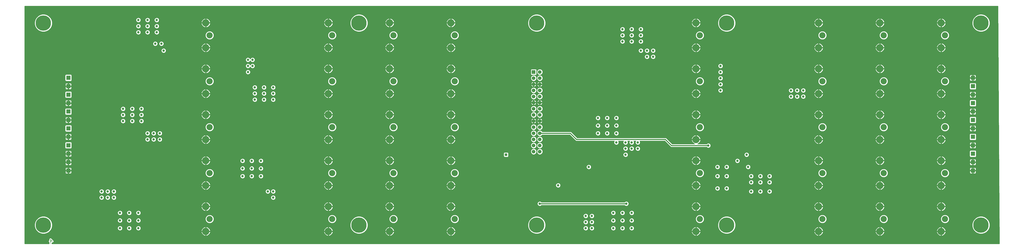
<source format=gbr>
G75*
G70*
%OFA0B0*%
%FSLAX24Y24*%
%IPPOS*%
%LPD*%
%AMOC8*
5,1,8,0,0,1.08239X$1,22.5*
%
%ADD10C,0.0080*%
%ADD11C,0.1004*%
%ADD12C,0.1181*%
%ADD13C,0.2500*%
%ADD14R,0.0709X0.0709*%
%ADD15R,0.0590X0.0590*%
%ADD16C,0.0590*%
%ADD17C,0.0100*%
%ADD18C,0.0455*%
%ADD19C,0.0396*%
%ADD20R,0.0396X0.0396*%
%ADD21C,0.0150*%
D10*
X017258Y000721D02*
X017258Y001342D01*
X017569Y001032D01*
X017155Y001032D01*
D11*
X043238Y004681D03*
X063238Y004681D03*
X073238Y004681D03*
X083238Y004681D03*
X083238Y012181D03*
X073238Y012181D03*
X063238Y012181D03*
X043238Y012181D03*
X043238Y019681D03*
X063238Y019681D03*
X073238Y019681D03*
X083238Y019681D03*
X083238Y027181D03*
X073238Y027181D03*
X063238Y027181D03*
X043238Y027181D03*
X043238Y034681D03*
X063238Y034681D03*
X073238Y034681D03*
X083238Y034681D03*
X123238Y034681D03*
X143238Y034681D03*
X153238Y034681D03*
X163238Y034681D03*
X163238Y027181D03*
X153238Y027181D03*
X143238Y027181D03*
X123238Y027181D03*
X123238Y019681D03*
X143238Y019681D03*
X153238Y019681D03*
X163238Y019681D03*
X163238Y012181D03*
X153238Y012181D03*
X143238Y012181D03*
X123238Y012181D03*
X123238Y004681D03*
X143238Y004681D03*
X153238Y004681D03*
X163238Y004681D03*
D12*
X162609Y002654D03*
X152609Y002654D03*
X142609Y002654D03*
X142609Y006709D03*
X152609Y006709D03*
X162609Y006709D03*
X162609Y010154D03*
X152609Y010154D03*
X142609Y010154D03*
X142609Y014209D03*
X152609Y014209D03*
X162609Y014209D03*
X162609Y017654D03*
X152609Y017654D03*
X142609Y017654D03*
X142609Y021709D03*
X152609Y021709D03*
X162609Y021709D03*
X162609Y025154D03*
X152609Y025154D03*
X142609Y025154D03*
X142609Y029209D03*
X152609Y029209D03*
X162609Y029209D03*
X162609Y032654D03*
X152609Y032654D03*
X142609Y032654D03*
X142609Y036709D03*
X152609Y036709D03*
X162609Y036709D03*
X122609Y036709D03*
X122609Y032654D03*
X122609Y029209D03*
X122609Y025154D03*
X122609Y021709D03*
X122609Y017654D03*
X122609Y014209D03*
X122609Y010154D03*
X122609Y006709D03*
X122609Y002654D03*
X082609Y002654D03*
X072609Y002654D03*
X062609Y002654D03*
X062609Y006709D03*
X072609Y006709D03*
X082609Y006709D03*
X082609Y010154D03*
X072609Y010154D03*
X062609Y010154D03*
X062609Y014209D03*
X072609Y014209D03*
X082609Y014209D03*
X082609Y017654D03*
X072609Y017654D03*
X062609Y017654D03*
X062609Y021709D03*
X072609Y021709D03*
X082609Y021709D03*
X082609Y025154D03*
X072609Y025154D03*
X062609Y025154D03*
X062609Y029209D03*
X072609Y029209D03*
X082609Y029209D03*
X082609Y032654D03*
X072609Y032654D03*
X062609Y032654D03*
X062609Y036709D03*
X072609Y036709D03*
X082609Y036709D03*
X042609Y036709D03*
X042609Y032654D03*
X042609Y029209D03*
X042609Y025154D03*
X042609Y021709D03*
X042609Y017654D03*
X042609Y014209D03*
X042609Y010154D03*
X042609Y006709D03*
X042609Y002654D03*
D13*
X067609Y003681D03*
X096609Y003681D03*
X127609Y003681D03*
X169109Y003681D03*
X169109Y036681D03*
X127609Y036681D03*
X096609Y036681D03*
X067609Y036681D03*
X016109Y036681D03*
X016109Y003681D03*
D14*
X020187Y012583D03*
X020187Y013961D03*
X020187Y015339D03*
X020187Y016717D03*
X020187Y018095D03*
X020187Y019473D03*
X020187Y020851D03*
X020187Y022229D03*
X020187Y023607D03*
X020187Y024985D03*
X020187Y026363D03*
X020187Y027740D03*
X167784Y027740D03*
X167784Y026363D03*
X167784Y024985D03*
X167784Y023607D03*
X167784Y022229D03*
X167784Y020851D03*
X167784Y019473D03*
X167784Y018095D03*
X167784Y016717D03*
X167784Y015339D03*
X167784Y013961D03*
X167784Y012583D03*
D15*
X096109Y028681D03*
D16*
X097109Y028681D03*
X097109Y027681D03*
X096109Y027681D03*
X096109Y026681D03*
X097109Y026681D03*
X097109Y025681D03*
X096109Y025681D03*
X096109Y024681D03*
X097109Y024681D03*
X097109Y023681D03*
X096109Y023681D03*
X096109Y022681D03*
X097109Y022681D03*
X097109Y021681D03*
X096109Y021681D03*
X096109Y020681D03*
X097109Y020681D03*
X097109Y019681D03*
X096109Y019681D03*
X096109Y018681D03*
X097109Y018681D03*
X097109Y017681D03*
X096109Y017681D03*
X096109Y016681D03*
X097109Y016681D03*
X097109Y015681D03*
X096109Y015681D03*
D17*
X013058Y000631D02*
X013058Y039431D01*
X171859Y039431D01*
X172106Y000631D01*
X017481Y000631D01*
X017498Y000674D01*
X172105Y000674D01*
X172105Y000773D02*
X017498Y000773D01*
X017498Y000792D02*
X017616Y000792D01*
X017704Y000828D01*
X017772Y000896D01*
X017773Y000898D01*
X017808Y000984D01*
X017808Y001079D01*
X017772Y001168D01*
X017704Y001235D01*
X017462Y001478D01*
X017397Y001542D01*
X017394Y001545D01*
X017306Y001582D01*
X017211Y001582D01*
X017208Y001581D01*
X017122Y001545D01*
X017056Y001479D01*
X017055Y001478D01*
X017018Y001390D01*
X017018Y001294D01*
X017018Y001234D01*
X016951Y001168D01*
X016915Y001079D01*
X016915Y000984D01*
X016951Y000896D01*
X017018Y000829D01*
X017018Y000674D01*
X013058Y000674D01*
X013058Y000631D02*
X017036Y000631D01*
X017018Y000674D01*
X017018Y000773D02*
X013058Y000773D01*
X013058Y000871D02*
X016976Y000871D01*
X016921Y000970D02*
X013058Y000970D01*
X013058Y001068D02*
X016915Y001068D01*
X016951Y001167D02*
X013058Y001167D01*
X013058Y001265D02*
X017018Y001265D01*
X017018Y001364D02*
X013058Y001364D01*
X013058Y001462D02*
X017048Y001462D01*
X017160Y001561D02*
X013058Y001561D01*
X013058Y001660D02*
X172099Y001660D01*
X172098Y001758D02*
X013058Y001758D01*
X013058Y001857D02*
X172098Y001857D01*
X172097Y001955D02*
X162857Y001955D01*
X162756Y001913D02*
X163028Y002026D01*
X163236Y002234D01*
X163349Y002507D01*
X163349Y002604D01*
X162659Y002604D01*
X162659Y002704D01*
X163349Y002704D01*
X163349Y002801D01*
X163236Y003073D01*
X163028Y003282D01*
X162756Y003394D01*
X162658Y003394D01*
X162658Y002704D01*
X162559Y002704D01*
X162559Y003394D01*
X162461Y003394D01*
X162189Y003282D01*
X161981Y003073D01*
X161868Y002801D01*
X161868Y002704D01*
X162558Y002704D01*
X162558Y002604D01*
X161868Y002604D01*
X161868Y002507D01*
X161981Y002234D01*
X162189Y002026D01*
X162461Y001913D01*
X162559Y001913D01*
X162559Y002604D01*
X162658Y002604D01*
X162658Y001913D01*
X162756Y001913D01*
X162658Y001955D02*
X162559Y001955D01*
X162559Y002054D02*
X162658Y002054D01*
X162658Y002152D02*
X162559Y002152D01*
X162559Y002251D02*
X162658Y002251D01*
X162658Y002349D02*
X162559Y002349D01*
X162559Y002448D02*
X162658Y002448D01*
X162658Y002546D02*
X162559Y002546D01*
X162558Y002645D02*
X152659Y002645D01*
X152659Y002604D02*
X152659Y002704D01*
X153349Y002704D01*
X153349Y002801D01*
X153236Y003073D01*
X153028Y003282D01*
X152756Y003394D01*
X152658Y003394D01*
X152658Y002704D01*
X152559Y002704D01*
X152559Y003394D01*
X152461Y003394D01*
X152189Y003282D01*
X151981Y003073D01*
X151868Y002801D01*
X151868Y002704D01*
X152558Y002704D01*
X152558Y002604D01*
X151868Y002604D01*
X151868Y002507D01*
X151981Y002234D01*
X152189Y002026D01*
X152461Y001913D01*
X152559Y001913D01*
X152559Y002604D01*
X152658Y002604D01*
X152658Y001913D01*
X152756Y001913D01*
X153028Y002026D01*
X153236Y002234D01*
X153349Y002507D01*
X153349Y002604D01*
X152659Y002604D01*
X152658Y002546D02*
X152559Y002546D01*
X152559Y002448D02*
X152658Y002448D01*
X152658Y002349D02*
X152559Y002349D01*
X152559Y002251D02*
X152658Y002251D01*
X152658Y002152D02*
X152559Y002152D01*
X152559Y002054D02*
X152658Y002054D01*
X152658Y001955D02*
X152559Y001955D01*
X152360Y001955D02*
X142857Y001955D01*
X142756Y001913D02*
X143028Y002026D01*
X143236Y002234D01*
X143349Y002507D01*
X143349Y002604D01*
X142659Y002604D01*
X142659Y002704D01*
X143349Y002704D01*
X143349Y002801D01*
X143236Y003073D01*
X143028Y003282D01*
X142756Y003394D01*
X142658Y003394D01*
X142658Y002704D01*
X142559Y002704D01*
X142559Y003394D01*
X142461Y003394D01*
X142189Y003282D01*
X141981Y003073D01*
X141868Y002801D01*
X141868Y002704D01*
X142558Y002704D01*
X142558Y002604D01*
X141868Y002604D01*
X141868Y002507D01*
X141981Y002234D01*
X142189Y002026D01*
X142461Y001913D01*
X142559Y001913D01*
X142559Y002604D01*
X142658Y002604D01*
X142658Y001913D01*
X142756Y001913D01*
X142658Y001955D02*
X142559Y001955D01*
X142559Y002054D02*
X142658Y002054D01*
X142658Y002152D02*
X142559Y002152D01*
X142559Y002251D02*
X142658Y002251D01*
X142658Y002349D02*
X142559Y002349D01*
X142559Y002448D02*
X142658Y002448D01*
X142658Y002546D02*
X142559Y002546D01*
X142558Y002645D02*
X128623Y002645D01*
X128721Y002744D02*
X141868Y002744D01*
X141885Y002842D02*
X128798Y002842D01*
X128769Y002791D02*
X128960Y003122D01*
X129058Y003490D01*
X129058Y003872D01*
X128960Y004241D01*
X128769Y004572D01*
X128499Y004842D01*
X128168Y005033D01*
X127799Y005131D01*
X127418Y005131D01*
X127049Y005033D01*
X126718Y004842D01*
X126448Y004572D01*
X126257Y004241D01*
X126159Y003872D01*
X126159Y003490D01*
X126257Y003122D01*
X126448Y002791D01*
X126718Y002521D01*
X127049Y002330D01*
X127418Y002231D01*
X127799Y002231D01*
X128168Y002330D01*
X128499Y002521D01*
X128769Y002791D01*
X128855Y002941D02*
X141926Y002941D01*
X141967Y003039D02*
X128912Y003039D01*
X128964Y003138D02*
X142045Y003138D01*
X142144Y003236D02*
X128990Y003236D01*
X129017Y003335D02*
X142317Y003335D01*
X142559Y003335D02*
X142658Y003335D01*
X142658Y003236D02*
X142559Y003236D01*
X142559Y003138D02*
X142658Y003138D01*
X142658Y003039D02*
X142559Y003039D01*
X142559Y002941D02*
X142658Y002941D01*
X142658Y002842D02*
X142559Y002842D01*
X142559Y002744D02*
X142658Y002744D01*
X142659Y002645D02*
X152558Y002645D01*
X152559Y002744D02*
X152658Y002744D01*
X152658Y002842D02*
X152559Y002842D01*
X152559Y002941D02*
X152658Y002941D01*
X152658Y003039D02*
X152559Y003039D01*
X152559Y003138D02*
X152658Y003138D01*
X152658Y003236D02*
X152559Y003236D01*
X152559Y003335D02*
X152658Y003335D01*
X152900Y003335D02*
X162317Y003335D01*
X162144Y003236D02*
X153073Y003236D01*
X153172Y003138D02*
X162045Y003138D01*
X161967Y003039D02*
X153250Y003039D01*
X153291Y002941D02*
X161926Y002941D01*
X161885Y002842D02*
X153332Y002842D01*
X153349Y002744D02*
X161868Y002744D01*
X161868Y002546D02*
X153349Y002546D01*
X153325Y002448D02*
X161892Y002448D01*
X161933Y002349D02*
X153284Y002349D01*
X153243Y002251D02*
X161974Y002251D01*
X162063Y002152D02*
X153154Y002152D01*
X153056Y002054D02*
X162161Y002054D01*
X162360Y001955D02*
X152857Y001955D01*
X152161Y002054D02*
X143056Y002054D01*
X143154Y002152D02*
X152063Y002152D01*
X151974Y002251D02*
X143243Y002251D01*
X143284Y002349D02*
X151933Y002349D01*
X151892Y002448D02*
X143325Y002448D01*
X143349Y002546D02*
X151868Y002546D01*
X151868Y002744D02*
X143349Y002744D01*
X143332Y002842D02*
X151885Y002842D01*
X151926Y002941D02*
X143291Y002941D01*
X143250Y003039D02*
X151967Y003039D01*
X152045Y003138D02*
X143172Y003138D01*
X143073Y003236D02*
X152144Y003236D01*
X152317Y003335D02*
X142900Y003335D01*
X143099Y003979D02*
X143378Y003979D01*
X143636Y004086D01*
X143834Y004284D01*
X143940Y004542D01*
X143940Y004821D01*
X143834Y005079D01*
X143636Y005276D01*
X143378Y005383D01*
X143099Y005383D01*
X142841Y005276D01*
X142643Y005079D01*
X142536Y004821D01*
X142536Y004542D01*
X142643Y004284D01*
X142841Y004086D01*
X143099Y003979D01*
X142990Y004025D02*
X129018Y004025D01*
X128991Y004123D02*
X142804Y004123D01*
X142705Y004222D02*
X128965Y004222D01*
X128914Y004320D02*
X142628Y004320D01*
X142587Y004419D02*
X128857Y004419D01*
X128800Y004517D02*
X142547Y004517D01*
X142536Y004616D02*
X128725Y004616D01*
X128626Y004714D02*
X142536Y004714D01*
X142536Y004813D02*
X128528Y004813D01*
X128378Y004911D02*
X142574Y004911D01*
X142615Y005010D02*
X128207Y005010D01*
X127884Y005109D02*
X142673Y005109D01*
X142771Y005207D02*
X123705Y005207D01*
X123636Y005276D02*
X123834Y005079D01*
X123940Y004821D01*
X123940Y004542D01*
X123834Y004284D01*
X123636Y004086D01*
X123378Y003979D01*
X123099Y003979D01*
X122841Y004086D01*
X122643Y004284D01*
X122536Y004542D01*
X122536Y004821D01*
X122643Y005079D01*
X122841Y005276D01*
X123099Y005383D01*
X123378Y005383D01*
X123636Y005276D01*
X123566Y005306D02*
X142911Y005306D01*
X143566Y005306D02*
X152911Y005306D01*
X152841Y005276D02*
X152643Y005079D01*
X152536Y004821D01*
X152536Y004542D01*
X152643Y004284D01*
X152841Y004086D01*
X153099Y003979D01*
X153378Y003979D01*
X153636Y004086D01*
X153834Y004284D01*
X153940Y004542D01*
X153940Y004821D01*
X153834Y005079D01*
X153636Y005276D01*
X153378Y005383D01*
X153099Y005383D01*
X152841Y005276D01*
X152771Y005207D02*
X143705Y005207D01*
X143804Y005109D02*
X152673Y005109D01*
X152615Y005010D02*
X143862Y005010D01*
X143903Y004911D02*
X152574Y004911D01*
X152536Y004813D02*
X143940Y004813D01*
X143940Y004714D02*
X152536Y004714D01*
X152536Y004616D02*
X143940Y004616D01*
X143930Y004517D02*
X152547Y004517D01*
X152587Y004419D02*
X143889Y004419D01*
X143849Y004320D02*
X152628Y004320D01*
X152705Y004222D02*
X143771Y004222D01*
X143673Y004123D02*
X152804Y004123D01*
X152990Y004025D02*
X143487Y004025D01*
X141868Y002546D02*
X128524Y002546D01*
X128372Y002448D02*
X141892Y002448D01*
X141933Y002349D02*
X128201Y002349D01*
X127872Y002251D02*
X141974Y002251D01*
X142063Y002152D02*
X123154Y002152D01*
X123236Y002234D02*
X123349Y002507D01*
X123349Y002604D01*
X122659Y002604D01*
X122659Y002704D01*
X123349Y002704D01*
X123349Y002801D01*
X123236Y003073D01*
X123028Y003282D01*
X122756Y003394D01*
X122658Y003394D01*
X122658Y002704D01*
X122559Y002704D01*
X122559Y003394D01*
X122461Y003394D01*
X122189Y003282D01*
X121981Y003073D01*
X121868Y002801D01*
X121868Y002704D01*
X122558Y002704D01*
X122558Y002604D01*
X121868Y002604D01*
X121868Y002507D01*
X121981Y002234D01*
X122189Y002026D01*
X122461Y001913D01*
X122559Y001913D01*
X122559Y002604D01*
X122658Y002604D01*
X122658Y001913D01*
X122756Y001913D01*
X123028Y002026D01*
X123236Y002234D01*
X123243Y002251D02*
X127345Y002251D01*
X127016Y002349D02*
X123284Y002349D01*
X123325Y002448D02*
X126845Y002448D01*
X126693Y002546D02*
X123349Y002546D01*
X123349Y002744D02*
X126496Y002744D01*
X126419Y002842D02*
X123332Y002842D01*
X123291Y002941D02*
X126362Y002941D01*
X126305Y003039D02*
X123250Y003039D01*
X123172Y003138D02*
X126253Y003138D01*
X126227Y003236D02*
X123073Y003236D01*
X122900Y003335D02*
X126200Y003335D01*
X126174Y003433D02*
X112420Y003433D01*
X112446Y003407D02*
X112334Y003519D01*
X112188Y003579D01*
X112029Y003579D01*
X111883Y003519D01*
X111771Y003407D01*
X111710Y003261D01*
X111710Y003102D01*
X111771Y002956D01*
X111883Y002844D01*
X112029Y002783D01*
X112188Y002783D01*
X112334Y002844D01*
X112446Y002956D01*
X112507Y003102D01*
X112507Y003261D01*
X112446Y003407D01*
X112476Y003335D02*
X122317Y003335D01*
X122144Y003236D02*
X112507Y003236D01*
X112507Y003138D02*
X122045Y003138D01*
X121967Y003039D02*
X112480Y003039D01*
X112431Y002941D02*
X121926Y002941D01*
X121885Y002842D02*
X112330Y002842D01*
X111887Y002842D02*
X110830Y002842D01*
X110834Y002844D02*
X110946Y002956D01*
X111007Y003102D01*
X111007Y003261D01*
X110946Y003407D01*
X110834Y003519D01*
X110688Y003579D01*
X110529Y003579D01*
X110383Y003519D01*
X110271Y003407D01*
X110210Y003261D01*
X110210Y003102D01*
X110271Y002956D01*
X110383Y002844D01*
X110529Y002783D01*
X110688Y002783D01*
X110834Y002844D01*
X110931Y002941D02*
X111786Y002941D01*
X111736Y003039D02*
X110980Y003039D01*
X111007Y003138D02*
X111710Y003138D01*
X111710Y003236D02*
X111007Y003236D01*
X110976Y003335D02*
X111741Y003335D01*
X111797Y003433D02*
X110920Y003433D01*
X110803Y003532D02*
X111914Y003532D01*
X112303Y003532D02*
X126159Y003532D01*
X126159Y003630D02*
X098058Y003630D01*
X098058Y003532D02*
X104414Y003532D01*
X104383Y003519D02*
X104271Y003407D01*
X104210Y003261D01*
X104210Y003102D01*
X104271Y002956D01*
X104383Y002844D01*
X104529Y002783D01*
X104688Y002783D01*
X104834Y002844D01*
X104946Y002956D01*
X105007Y003102D01*
X105007Y003261D01*
X104946Y003407D01*
X104834Y003519D01*
X104688Y003579D01*
X104529Y003579D01*
X104383Y003519D01*
X104297Y003433D02*
X098043Y003433D01*
X098058Y003490D02*
X097960Y003122D01*
X097769Y002791D01*
X097499Y002521D01*
X097168Y002330D01*
X096799Y002231D01*
X096418Y002231D01*
X096049Y002330D01*
X095718Y002521D01*
X095448Y002791D01*
X095257Y003122D01*
X095159Y003490D01*
X095159Y003872D01*
X095257Y004241D01*
X095448Y004572D01*
X095718Y004842D01*
X096049Y005033D01*
X096418Y005131D01*
X096799Y005131D01*
X097168Y005033D01*
X097499Y004842D01*
X097769Y004572D01*
X097960Y004241D01*
X098058Y003872D01*
X098058Y003490D01*
X098017Y003335D02*
X104241Y003335D01*
X104210Y003236D02*
X097990Y003236D01*
X097964Y003138D02*
X104210Y003138D01*
X104236Y003039D02*
X097912Y003039D01*
X097855Y002941D02*
X104286Y002941D01*
X104387Y002842D02*
X097798Y002842D01*
X097721Y002744D02*
X121868Y002744D01*
X121868Y002546D02*
X097524Y002546D01*
X097623Y002645D02*
X122558Y002645D01*
X122559Y002744D02*
X122658Y002744D01*
X122658Y002842D02*
X122559Y002842D01*
X122559Y002941D02*
X122658Y002941D01*
X122658Y003039D02*
X122559Y003039D01*
X122559Y003138D02*
X122658Y003138D01*
X122658Y003236D02*
X122559Y003236D01*
X122559Y003335D02*
X122658Y003335D01*
X122990Y004025D02*
X105974Y004025D01*
X105946Y003956D02*
X106007Y004102D01*
X106007Y004261D01*
X105946Y004407D01*
X105834Y004519D01*
X105688Y004579D01*
X105529Y004579D01*
X105383Y004519D01*
X105271Y004407D01*
X105210Y004261D01*
X105210Y004102D01*
X105271Y003956D01*
X105383Y003844D01*
X105529Y003783D01*
X105688Y003783D01*
X105834Y003844D01*
X105946Y003956D01*
X105916Y003926D02*
X126173Y003926D01*
X126159Y003828D02*
X105794Y003828D01*
X105688Y003579D02*
X105529Y003579D01*
X105383Y003519D01*
X105271Y003407D01*
X105210Y003261D01*
X105210Y003102D01*
X105271Y002956D01*
X105383Y002844D01*
X105529Y002783D01*
X105688Y002783D01*
X105834Y002844D01*
X105946Y002956D01*
X106007Y003102D01*
X106007Y003261D01*
X105946Y003407D01*
X105834Y003519D01*
X105688Y003579D01*
X105803Y003532D02*
X108914Y003532D01*
X108883Y003519D02*
X108771Y003407D01*
X108710Y003261D01*
X108710Y003102D01*
X108771Y002956D01*
X108883Y002844D01*
X109029Y002783D01*
X109188Y002783D01*
X109334Y002844D01*
X109446Y002956D01*
X109507Y003102D01*
X109507Y003261D01*
X109446Y003407D01*
X109334Y003519D01*
X109188Y003579D01*
X109029Y003579D01*
X108883Y003519D01*
X108797Y003433D02*
X105920Y003433D01*
X105976Y003335D02*
X108741Y003335D01*
X108710Y003236D02*
X106007Y003236D01*
X106007Y003138D02*
X108710Y003138D01*
X108736Y003039D02*
X105980Y003039D01*
X105931Y002941D02*
X108786Y002941D01*
X108887Y002842D02*
X105830Y002842D01*
X105387Y002842D02*
X104830Y002842D01*
X104931Y002941D02*
X105286Y002941D01*
X105236Y003039D02*
X104980Y003039D01*
X105007Y003138D02*
X105210Y003138D01*
X105210Y003236D02*
X105007Y003236D01*
X104976Y003335D02*
X105241Y003335D01*
X105297Y003433D02*
X104920Y003433D01*
X104803Y003532D02*
X105414Y003532D01*
X105423Y003828D02*
X104794Y003828D01*
X104834Y003844D02*
X104946Y003956D01*
X105007Y004102D01*
X105007Y004261D01*
X104946Y004407D01*
X104834Y004519D01*
X104688Y004579D01*
X104529Y004579D01*
X104383Y004519D01*
X104271Y004407D01*
X104210Y004261D01*
X104210Y004102D01*
X104271Y003956D01*
X104383Y003844D01*
X104529Y003783D01*
X104688Y003783D01*
X104834Y003844D01*
X104916Y003926D02*
X105301Y003926D01*
X105243Y004025D02*
X104974Y004025D01*
X105007Y004123D02*
X105210Y004123D01*
X105210Y004222D02*
X105007Y004222D01*
X104982Y004320D02*
X105235Y004320D01*
X105283Y004419D02*
X104934Y004419D01*
X104836Y004517D02*
X105381Y004517D01*
X105529Y004783D02*
X105383Y004844D01*
X105271Y004956D01*
X105210Y005102D01*
X105210Y005261D01*
X105271Y005407D01*
X105383Y005519D01*
X105529Y005579D01*
X105688Y005579D01*
X105834Y005519D01*
X105946Y005407D01*
X106007Y005261D01*
X106007Y005102D01*
X105946Y004956D01*
X105834Y004844D01*
X105688Y004783D01*
X105529Y004783D01*
X105458Y004813D02*
X104759Y004813D01*
X104688Y004783D02*
X104834Y004844D01*
X104946Y004956D01*
X105007Y005102D01*
X105007Y005261D01*
X104946Y005407D01*
X104834Y005519D01*
X104688Y005579D01*
X104529Y005579D01*
X104383Y005519D01*
X104271Y005407D01*
X104210Y005261D01*
X104210Y005102D01*
X104271Y004956D01*
X104383Y004844D01*
X104529Y004783D01*
X104688Y004783D01*
X104458Y004813D02*
X097528Y004813D01*
X097626Y004714D02*
X108829Y004714D01*
X108883Y004769D02*
X108771Y004657D01*
X108710Y004511D01*
X108710Y004352D01*
X108771Y004206D01*
X108883Y004094D01*
X109029Y004033D01*
X109188Y004033D01*
X109334Y004094D01*
X109446Y004206D01*
X109507Y004352D01*
X109507Y004511D01*
X109446Y004657D01*
X109334Y004769D01*
X109188Y004829D01*
X109029Y004829D01*
X108883Y004769D01*
X108989Y004813D02*
X105759Y004813D01*
X105902Y004911D02*
X122574Y004911D01*
X122536Y004813D02*
X112228Y004813D01*
X112188Y004829D02*
X112029Y004829D01*
X111883Y004769D01*
X111771Y004657D01*
X111710Y004511D01*
X111710Y004352D01*
X111771Y004206D01*
X111883Y004094D01*
X112029Y004033D01*
X112188Y004033D01*
X112334Y004094D01*
X112446Y004206D01*
X112507Y004352D01*
X112507Y004511D01*
X112446Y004657D01*
X112334Y004769D01*
X112188Y004829D01*
X111989Y004813D02*
X110728Y004813D01*
X110688Y004829D02*
X110529Y004829D01*
X110383Y004769D01*
X110271Y004657D01*
X110210Y004511D01*
X110210Y004352D01*
X110271Y004206D01*
X110383Y004094D01*
X110529Y004033D01*
X110688Y004033D01*
X110834Y004094D01*
X110946Y004206D01*
X111007Y004352D01*
X111007Y004511D01*
X110946Y004657D01*
X110834Y004769D01*
X110688Y004829D01*
X110489Y004813D02*
X109228Y004813D01*
X109388Y004714D02*
X110329Y004714D01*
X110254Y004616D02*
X109463Y004616D01*
X109504Y004517D02*
X110213Y004517D01*
X110210Y004419D02*
X109507Y004419D01*
X109493Y004320D02*
X110224Y004320D01*
X110264Y004222D02*
X109453Y004222D01*
X109363Y004123D02*
X110354Y004123D01*
X110863Y004123D02*
X111854Y004123D01*
X111764Y004222D02*
X110953Y004222D01*
X110993Y004320D02*
X111724Y004320D01*
X111710Y004419D02*
X111007Y004419D01*
X111004Y004517D02*
X111713Y004517D01*
X111754Y004616D02*
X110963Y004616D01*
X110888Y004714D02*
X111829Y004714D01*
X112388Y004714D02*
X122536Y004714D01*
X122536Y004616D02*
X112463Y004616D01*
X112504Y004517D02*
X122547Y004517D01*
X122587Y004419D02*
X112507Y004419D01*
X112493Y004320D02*
X122628Y004320D01*
X122705Y004222D02*
X112453Y004222D01*
X112363Y004123D02*
X122804Y004123D01*
X123487Y004025D02*
X126199Y004025D01*
X126226Y004123D02*
X123673Y004123D01*
X123771Y004222D02*
X126252Y004222D01*
X126303Y004320D02*
X123849Y004320D01*
X123889Y004419D02*
X126360Y004419D01*
X126417Y004517D02*
X123930Y004517D01*
X123940Y004616D02*
X126492Y004616D01*
X126591Y004714D02*
X123940Y004714D01*
X123940Y004813D02*
X126689Y004813D01*
X126839Y004911D02*
X123903Y004911D01*
X123862Y005010D02*
X127010Y005010D01*
X127333Y005109D02*
X123804Y005109D01*
X122911Y005306D02*
X112242Y005306D01*
X112188Y005283D02*
X112334Y005344D01*
X112446Y005456D01*
X112507Y005602D01*
X112507Y005761D01*
X112446Y005907D01*
X112334Y006019D01*
X112188Y006079D01*
X112029Y006079D01*
X111883Y006019D01*
X111771Y005907D01*
X111710Y005761D01*
X111710Y005602D01*
X111771Y005456D01*
X111883Y005344D01*
X112029Y005283D01*
X112188Y005283D01*
X111975Y005306D02*
X110742Y005306D01*
X110688Y005283D02*
X110834Y005344D01*
X110946Y005456D01*
X111007Y005602D01*
X111007Y005761D01*
X110946Y005907D01*
X110834Y006019D01*
X110688Y006079D01*
X110529Y006079D01*
X110383Y006019D01*
X110271Y005907D01*
X110210Y005761D01*
X110210Y005602D01*
X110271Y005456D01*
X110383Y005344D01*
X110529Y005283D01*
X110688Y005283D01*
X110475Y005306D02*
X109242Y005306D01*
X109188Y005283D02*
X109334Y005344D01*
X109446Y005456D01*
X109507Y005602D01*
X109507Y005761D01*
X109446Y005907D01*
X109334Y006019D01*
X109188Y006079D01*
X109029Y006079D01*
X108883Y006019D01*
X108771Y005907D01*
X108710Y005761D01*
X108710Y005602D01*
X108771Y005456D01*
X108883Y005344D01*
X109029Y005283D01*
X109188Y005283D01*
X108975Y005306D02*
X105988Y005306D01*
X106007Y005207D02*
X122771Y005207D01*
X122673Y005109D02*
X106007Y005109D01*
X105968Y005010D02*
X122615Y005010D01*
X122658Y005968D02*
X122756Y005968D01*
X123028Y006081D01*
X123236Y006289D01*
X123349Y006562D01*
X123349Y006659D01*
X122659Y006659D01*
X122659Y006759D01*
X123349Y006759D01*
X123349Y006856D01*
X123236Y007128D01*
X123028Y007337D01*
X122756Y007449D01*
X122658Y007449D01*
X122658Y006759D01*
X122559Y006759D01*
X122559Y007449D01*
X122461Y007449D01*
X122189Y007337D01*
X121981Y007128D01*
X121868Y006856D01*
X121868Y006759D01*
X122558Y006759D01*
X122558Y006659D01*
X121868Y006659D01*
X121868Y006562D01*
X121981Y006289D01*
X122189Y006081D01*
X122461Y005968D01*
X122559Y005968D01*
X122559Y006659D01*
X122658Y006659D01*
X122658Y005968D01*
X122658Y005995D02*
X122559Y005995D01*
X122559Y006094D02*
X122658Y006094D01*
X122658Y006193D02*
X122559Y006193D01*
X122559Y006291D02*
X122658Y006291D01*
X122658Y006390D02*
X122559Y006390D01*
X122559Y006488D02*
X122658Y006488D01*
X122658Y006587D02*
X122559Y006587D01*
X122558Y006685D02*
X082659Y006685D01*
X082659Y006659D02*
X082659Y006759D01*
X083349Y006759D01*
X083349Y006856D01*
X083236Y007128D01*
X083028Y007337D01*
X082756Y007449D01*
X082658Y007449D01*
X082658Y006759D01*
X082559Y006759D01*
X082559Y007449D01*
X082461Y007449D01*
X082189Y007337D01*
X081981Y007128D01*
X081868Y006856D01*
X081868Y006759D01*
X082558Y006759D01*
X082558Y006659D01*
X081868Y006659D01*
X081868Y006562D01*
X081981Y006289D01*
X082189Y006081D01*
X082461Y005968D01*
X082559Y005968D01*
X082559Y006659D01*
X082658Y006659D01*
X082658Y005968D01*
X082756Y005968D01*
X083028Y006081D01*
X083236Y006289D01*
X083349Y006562D01*
X083349Y006659D01*
X082659Y006659D01*
X082658Y006587D02*
X082559Y006587D01*
X082558Y006685D02*
X072659Y006685D01*
X072659Y006659D02*
X072659Y006759D01*
X073349Y006759D01*
X073349Y006856D01*
X073236Y007128D01*
X073028Y007337D01*
X072756Y007449D01*
X072658Y007449D01*
X072658Y006759D01*
X072559Y006759D01*
X072559Y007449D01*
X072461Y007449D01*
X072189Y007337D01*
X071981Y007128D01*
X071868Y006856D01*
X071868Y006759D01*
X072558Y006759D01*
X072558Y006659D01*
X071868Y006659D01*
X071868Y006562D01*
X071981Y006289D01*
X072189Y006081D01*
X072461Y005968D01*
X072559Y005968D01*
X072559Y006659D01*
X072658Y006659D01*
X072658Y005968D01*
X072756Y005968D01*
X073028Y006081D01*
X073236Y006289D01*
X073349Y006562D01*
X073349Y006659D01*
X072659Y006659D01*
X072658Y006587D02*
X072559Y006587D01*
X072558Y006685D02*
X062659Y006685D01*
X062659Y006659D02*
X062659Y006759D01*
X063349Y006759D01*
X063349Y006856D01*
X063236Y007128D01*
X063028Y007337D01*
X062756Y007449D01*
X062658Y007449D01*
X062658Y006759D01*
X062559Y006759D01*
X062559Y007449D01*
X062461Y007449D01*
X062189Y007337D01*
X061981Y007128D01*
X061868Y006856D01*
X061868Y006759D01*
X062558Y006759D01*
X062558Y006659D01*
X061868Y006659D01*
X061868Y006562D01*
X061981Y006289D01*
X062189Y006081D01*
X062461Y005968D01*
X062559Y005968D01*
X062559Y006659D01*
X062658Y006659D01*
X062658Y005968D01*
X062756Y005968D01*
X063028Y006081D01*
X063236Y006289D01*
X063349Y006562D01*
X063349Y006659D01*
X062659Y006659D01*
X062658Y006587D02*
X062559Y006587D01*
X062558Y006685D02*
X042659Y006685D01*
X042659Y006659D02*
X042659Y006759D01*
X043349Y006759D01*
X043349Y006856D01*
X043236Y007128D01*
X043028Y007337D01*
X042756Y007449D01*
X042658Y007449D01*
X042658Y006759D01*
X042559Y006759D01*
X042559Y007449D01*
X042461Y007449D01*
X042189Y007337D01*
X041981Y007128D01*
X041868Y006856D01*
X041868Y006759D01*
X042558Y006759D01*
X042558Y006659D01*
X041868Y006659D01*
X041868Y006562D01*
X041981Y006289D01*
X042189Y006081D01*
X042461Y005968D01*
X042559Y005968D01*
X042559Y006659D01*
X042658Y006659D01*
X042658Y005968D01*
X042756Y005968D01*
X043028Y006081D01*
X043236Y006289D01*
X043349Y006562D01*
X043349Y006659D01*
X042659Y006659D01*
X042658Y006587D02*
X042559Y006587D01*
X042558Y006685D02*
X013058Y006685D01*
X013058Y006587D02*
X041868Y006587D01*
X041898Y006488D02*
X013058Y006488D01*
X013058Y006390D02*
X041939Y006390D01*
X041980Y006291D02*
X013058Y006291D01*
X013058Y006193D02*
X042078Y006193D01*
X042176Y006094D02*
X013058Y006094D01*
X013058Y005995D02*
X028360Y005995D01*
X028383Y006019D02*
X028271Y005907D01*
X028210Y005761D01*
X028210Y005602D01*
X028271Y005456D01*
X028383Y005344D01*
X028529Y005283D01*
X028688Y005283D01*
X028834Y005344D01*
X028946Y005456D01*
X029007Y005602D01*
X029007Y005761D01*
X028946Y005907D01*
X028834Y006019D01*
X028688Y006079D01*
X028529Y006079D01*
X028383Y006019D01*
X028267Y005897D02*
X013058Y005897D01*
X013058Y005798D02*
X028226Y005798D01*
X028210Y005700D02*
X013058Y005700D01*
X013058Y005601D02*
X028211Y005601D01*
X028252Y005503D02*
X013058Y005503D01*
X013058Y005404D02*
X028323Y005404D01*
X028475Y005306D02*
X013058Y005306D01*
X013058Y005207D02*
X042771Y005207D01*
X042841Y005276D02*
X042643Y005079D01*
X042536Y004821D01*
X042536Y004542D01*
X042643Y004284D01*
X042841Y004086D01*
X043099Y003979D01*
X043378Y003979D01*
X043636Y004086D01*
X043834Y004284D01*
X043940Y004542D01*
X043940Y004821D01*
X043834Y005079D01*
X043636Y005276D01*
X043378Y005383D01*
X043099Y005383D01*
X042841Y005276D01*
X042911Y005306D02*
X031742Y005306D01*
X031688Y005283D02*
X031834Y005344D01*
X031946Y005456D01*
X032007Y005602D01*
X032007Y005761D01*
X031946Y005907D01*
X031834Y006019D01*
X031688Y006079D01*
X031529Y006079D01*
X031383Y006019D01*
X031271Y005907D01*
X031210Y005761D01*
X031210Y005602D01*
X031271Y005456D01*
X031383Y005344D01*
X031529Y005283D01*
X031688Y005283D01*
X031475Y005306D02*
X030242Y005306D01*
X030188Y005283D02*
X030334Y005344D01*
X030446Y005456D01*
X030507Y005602D01*
X030507Y005761D01*
X030446Y005907D01*
X030334Y006019D01*
X030188Y006079D01*
X030029Y006079D01*
X029883Y006019D01*
X029771Y005907D01*
X029710Y005761D01*
X029710Y005602D01*
X029771Y005456D01*
X029883Y005344D01*
X030029Y005283D01*
X030188Y005283D01*
X029975Y005306D02*
X028742Y005306D01*
X028894Y005404D02*
X029823Y005404D01*
X029752Y005503D02*
X028965Y005503D01*
X029006Y005601D02*
X029711Y005601D01*
X029710Y005700D02*
X029007Y005700D01*
X028991Y005798D02*
X029726Y005798D01*
X029767Y005897D02*
X028950Y005897D01*
X028857Y005995D02*
X029860Y005995D01*
X030357Y005995D02*
X031360Y005995D01*
X031267Y005897D02*
X030450Y005897D01*
X030491Y005798D02*
X031226Y005798D01*
X031210Y005700D02*
X030507Y005700D01*
X030506Y005601D02*
X031211Y005601D01*
X031252Y005503D02*
X030465Y005503D01*
X030394Y005404D02*
X031323Y005404D01*
X031894Y005404D02*
X104270Y005404D01*
X104229Y005306D02*
X083566Y005306D01*
X083636Y005276D02*
X083378Y005383D01*
X083099Y005383D01*
X082841Y005276D01*
X082643Y005079D01*
X082536Y004821D01*
X082536Y004542D01*
X082643Y004284D01*
X082841Y004086D01*
X083099Y003979D01*
X083378Y003979D01*
X083636Y004086D01*
X083834Y004284D01*
X083940Y004542D01*
X083940Y004821D01*
X083834Y005079D01*
X083636Y005276D01*
X083705Y005207D02*
X104210Y005207D01*
X104210Y005109D02*
X096884Y005109D01*
X097207Y005010D02*
X104249Y005010D01*
X104315Y004911D02*
X097378Y004911D01*
X097725Y004616D02*
X108754Y004616D01*
X108713Y004517D02*
X105836Y004517D01*
X105934Y004419D02*
X108710Y004419D01*
X108724Y004320D02*
X105982Y004320D01*
X106007Y004222D02*
X108764Y004222D01*
X108854Y004123D02*
X106007Y004123D01*
X104423Y003828D02*
X098058Y003828D01*
X098044Y003926D02*
X104301Y003926D01*
X104243Y004025D02*
X098018Y004025D01*
X097991Y004123D02*
X104210Y004123D01*
X104210Y004222D02*
X097965Y004222D01*
X097914Y004320D02*
X104235Y004320D01*
X104283Y004419D02*
X097857Y004419D01*
X097800Y004517D02*
X104381Y004517D01*
X104902Y004911D02*
X105315Y004911D01*
X105249Y005010D02*
X104968Y005010D01*
X105007Y005109D02*
X105210Y005109D01*
X105210Y005207D02*
X105007Y005207D01*
X104988Y005306D02*
X105229Y005306D01*
X105270Y005404D02*
X104947Y005404D01*
X104850Y005503D02*
X105367Y005503D01*
X105850Y005503D02*
X108752Y005503D01*
X108711Y005601D02*
X032006Y005601D01*
X032007Y005700D02*
X108710Y005700D01*
X108726Y005798D02*
X031991Y005798D01*
X031950Y005897D02*
X108767Y005897D01*
X108860Y005995D02*
X082821Y005995D01*
X082658Y005995D02*
X082559Y005995D01*
X082559Y006094D02*
X082658Y006094D01*
X082658Y006193D02*
X082559Y006193D01*
X082559Y006291D02*
X082658Y006291D01*
X082658Y006390D02*
X082559Y006390D01*
X082559Y006488D02*
X082658Y006488D01*
X082658Y006784D02*
X082559Y006784D01*
X082559Y006882D02*
X082658Y006882D01*
X082658Y006981D02*
X082559Y006981D01*
X082559Y007079D02*
X082658Y007079D01*
X082658Y007178D02*
X082559Y007178D01*
X082559Y007277D02*
X082658Y007277D01*
X082658Y007375D02*
X082559Y007375D01*
X082282Y007375D02*
X072935Y007375D01*
X073088Y007277D02*
X082129Y007277D01*
X082030Y007178D02*
X073187Y007178D01*
X073257Y007079D02*
X081960Y007079D01*
X081920Y006981D02*
X073297Y006981D01*
X073338Y006882D02*
X081879Y006882D01*
X081868Y006784D02*
X073349Y006784D01*
X073349Y006587D02*
X081868Y006587D01*
X081898Y006488D02*
X073319Y006488D01*
X073278Y006390D02*
X081939Y006390D01*
X081980Y006291D02*
X073237Y006291D01*
X073139Y006193D02*
X082078Y006193D01*
X082176Y006094D02*
X073041Y006094D01*
X072821Y005995D02*
X082396Y005995D01*
X083041Y006094D02*
X122176Y006094D01*
X122078Y006193D02*
X083139Y006193D01*
X083237Y006291D02*
X121980Y006291D01*
X121939Y006390D02*
X083278Y006390D01*
X083319Y006488D02*
X121898Y006488D01*
X121868Y006587D02*
X083349Y006587D01*
X083349Y006784D02*
X097028Y006784D01*
X097029Y006783D02*
X097188Y006783D01*
X097334Y006844D01*
X097396Y006906D01*
X110945Y006906D01*
X111008Y006844D01*
X111154Y006783D01*
X111313Y006783D01*
X111459Y006844D01*
X111571Y006956D01*
X111632Y007102D01*
X111632Y007261D01*
X111571Y007407D01*
X111459Y007519D01*
X111313Y007579D01*
X111154Y007579D01*
X111008Y007519D01*
X110945Y007456D01*
X097396Y007456D01*
X097334Y007519D01*
X097188Y007579D01*
X097029Y007579D01*
X096883Y007519D01*
X096771Y007407D01*
X096710Y007261D01*
X096710Y007102D01*
X096771Y006956D01*
X096883Y006844D01*
X097029Y006783D01*
X097189Y006784D02*
X111153Y006784D01*
X111314Y006784D02*
X121868Y006784D01*
X121879Y006882D02*
X111497Y006882D01*
X111581Y006981D02*
X121920Y006981D01*
X121960Y007079D02*
X111622Y007079D01*
X111632Y007178D02*
X122030Y007178D01*
X122129Y007277D02*
X111625Y007277D01*
X111584Y007375D02*
X122282Y007375D01*
X122559Y007375D02*
X122658Y007375D01*
X122658Y007277D02*
X122559Y007277D01*
X122559Y007178D02*
X122658Y007178D01*
X122658Y007079D02*
X122559Y007079D01*
X122559Y006981D02*
X122658Y006981D01*
X122658Y006882D02*
X122559Y006882D01*
X122559Y006784D02*
X122658Y006784D01*
X122659Y006685D02*
X142558Y006685D01*
X142558Y006659D02*
X141868Y006659D01*
X141868Y006562D01*
X141981Y006289D01*
X142189Y006081D01*
X142461Y005968D01*
X142559Y005968D01*
X142559Y006659D01*
X142658Y006659D01*
X142658Y005968D01*
X142756Y005968D01*
X143028Y006081D01*
X143236Y006289D01*
X143349Y006562D01*
X143349Y006659D01*
X142659Y006659D01*
X142659Y006759D01*
X143349Y006759D01*
X143349Y006856D01*
X143236Y007128D01*
X143028Y007337D01*
X142756Y007449D01*
X142658Y007449D01*
X142658Y006759D01*
X142559Y006759D01*
X142559Y007449D01*
X142461Y007449D01*
X142189Y007337D01*
X141981Y007128D01*
X141868Y006856D01*
X141868Y006759D01*
X142558Y006759D01*
X142558Y006659D01*
X142559Y006587D02*
X142658Y006587D01*
X142659Y006685D02*
X152558Y006685D01*
X152558Y006659D02*
X151868Y006659D01*
X151868Y006562D01*
X151981Y006289D01*
X152189Y006081D01*
X152461Y005968D01*
X152559Y005968D01*
X152559Y006659D01*
X152658Y006659D01*
X152658Y005968D01*
X152756Y005968D01*
X153028Y006081D01*
X153236Y006289D01*
X153349Y006562D01*
X153349Y006659D01*
X152659Y006659D01*
X152659Y006759D01*
X153349Y006759D01*
X153349Y006856D01*
X153236Y007128D01*
X153028Y007337D01*
X152756Y007449D01*
X152658Y007449D01*
X152658Y006759D01*
X152559Y006759D01*
X152559Y007449D01*
X152461Y007449D01*
X152189Y007337D01*
X151981Y007128D01*
X151868Y006856D01*
X151868Y006759D01*
X152558Y006759D01*
X152558Y006659D01*
X152559Y006587D02*
X152658Y006587D01*
X152659Y006685D02*
X162558Y006685D01*
X162558Y006659D02*
X161868Y006659D01*
X161868Y006562D01*
X161981Y006289D01*
X162189Y006081D01*
X162461Y005968D01*
X162559Y005968D01*
X162559Y006659D01*
X162658Y006659D01*
X162658Y005968D01*
X162756Y005968D01*
X163028Y006081D01*
X163236Y006289D01*
X163349Y006562D01*
X163349Y006659D01*
X162659Y006659D01*
X162659Y006759D01*
X163349Y006759D01*
X163349Y006856D01*
X163236Y007128D01*
X163028Y007337D01*
X162756Y007449D01*
X162658Y007449D01*
X162658Y006759D01*
X162559Y006759D01*
X162559Y007449D01*
X162461Y007449D01*
X162189Y007337D01*
X161981Y007128D01*
X161868Y006856D01*
X161868Y006759D01*
X162558Y006759D01*
X162558Y006659D01*
X162559Y006587D02*
X162658Y006587D01*
X162659Y006685D02*
X172067Y006685D01*
X172068Y006587D02*
X163349Y006587D01*
X163319Y006488D02*
X172068Y006488D01*
X172069Y006390D02*
X163278Y006390D01*
X163237Y006291D02*
X172070Y006291D01*
X172070Y006193D02*
X163139Y006193D01*
X163041Y006094D02*
X172071Y006094D01*
X172071Y005995D02*
X162821Y005995D01*
X162658Y005995D02*
X162559Y005995D01*
X162559Y006094D02*
X162658Y006094D01*
X162658Y006193D02*
X162559Y006193D01*
X162559Y006291D02*
X162658Y006291D01*
X162658Y006390D02*
X162559Y006390D01*
X162559Y006488D02*
X162658Y006488D01*
X162658Y006784D02*
X162559Y006784D01*
X162559Y006882D02*
X162658Y006882D01*
X162658Y006981D02*
X162559Y006981D01*
X162559Y007079D02*
X162658Y007079D01*
X162658Y007178D02*
X162559Y007178D01*
X162559Y007277D02*
X162658Y007277D01*
X162658Y007375D02*
X162559Y007375D01*
X162282Y007375D02*
X152935Y007375D01*
X153088Y007277D02*
X162129Y007277D01*
X162030Y007178D02*
X153187Y007178D01*
X153257Y007079D02*
X161960Y007079D01*
X161920Y006981D02*
X153297Y006981D01*
X153338Y006882D02*
X161879Y006882D01*
X161868Y006784D02*
X153349Y006784D01*
X153349Y006587D02*
X161868Y006587D01*
X161898Y006488D02*
X153319Y006488D01*
X153278Y006390D02*
X161939Y006390D01*
X161980Y006291D02*
X153237Y006291D01*
X153139Y006193D02*
X162078Y006193D01*
X162176Y006094D02*
X153041Y006094D01*
X152821Y005995D02*
X162396Y005995D01*
X162841Y005276D02*
X162643Y005079D01*
X162536Y004821D01*
X162536Y004542D01*
X162643Y004284D01*
X162841Y004086D01*
X163099Y003979D01*
X163378Y003979D01*
X163636Y004086D01*
X163834Y004284D01*
X163940Y004542D01*
X163940Y004821D01*
X163834Y005079D01*
X163636Y005276D01*
X163378Y005383D01*
X163099Y005383D01*
X162841Y005276D01*
X162911Y005306D02*
X153566Y005306D01*
X153705Y005207D02*
X162771Y005207D01*
X162673Y005109D02*
X153804Y005109D01*
X153862Y005010D02*
X162615Y005010D01*
X162574Y004911D02*
X153903Y004911D01*
X153940Y004813D02*
X162536Y004813D01*
X162536Y004714D02*
X153940Y004714D01*
X153940Y004616D02*
X162536Y004616D01*
X162547Y004517D02*
X153930Y004517D01*
X153889Y004419D02*
X162587Y004419D01*
X162628Y004320D02*
X153849Y004320D01*
X153771Y004222D02*
X162705Y004222D01*
X162804Y004123D02*
X153673Y004123D01*
X153487Y004025D02*
X162990Y004025D01*
X163487Y004025D02*
X167699Y004025D01*
X167726Y004123D02*
X163673Y004123D01*
X163771Y004222D02*
X167752Y004222D01*
X167757Y004241D02*
X167659Y003872D01*
X167659Y003490D01*
X167757Y003122D01*
X167948Y002791D01*
X168218Y002521D01*
X168549Y002330D01*
X168918Y002231D01*
X169299Y002231D01*
X169668Y002330D01*
X169999Y002521D01*
X170269Y002791D01*
X170460Y003122D01*
X170558Y003490D01*
X170558Y003872D01*
X170460Y004241D01*
X170269Y004572D01*
X169999Y004842D01*
X169668Y005033D01*
X169299Y005131D01*
X168918Y005131D01*
X168549Y005033D01*
X168218Y004842D01*
X167948Y004572D01*
X167757Y004241D01*
X167803Y004320D02*
X163849Y004320D01*
X163889Y004419D02*
X167860Y004419D01*
X167917Y004517D02*
X163930Y004517D01*
X163940Y004616D02*
X167992Y004616D01*
X168091Y004714D02*
X163940Y004714D01*
X163940Y004813D02*
X168189Y004813D01*
X168339Y004911D02*
X163903Y004911D01*
X163862Y005010D02*
X168510Y005010D01*
X168833Y005109D02*
X163804Y005109D01*
X163705Y005207D02*
X172076Y005207D01*
X172077Y005109D02*
X169384Y005109D01*
X169707Y005010D02*
X172078Y005010D01*
X172078Y004911D02*
X169878Y004911D01*
X170028Y004813D02*
X172079Y004813D01*
X172080Y004714D02*
X170126Y004714D01*
X170225Y004616D02*
X172080Y004616D01*
X172081Y004517D02*
X170300Y004517D01*
X170357Y004419D02*
X172081Y004419D01*
X172082Y004320D02*
X170414Y004320D01*
X170465Y004222D02*
X172083Y004222D01*
X172083Y004123D02*
X170491Y004123D01*
X170518Y004025D02*
X172084Y004025D01*
X172085Y003926D02*
X170544Y003926D01*
X170558Y003828D02*
X172085Y003828D01*
X172086Y003729D02*
X170558Y003729D01*
X170558Y003630D02*
X172086Y003630D01*
X172087Y003532D02*
X170558Y003532D01*
X170543Y003433D02*
X172088Y003433D01*
X172088Y003335D02*
X170517Y003335D01*
X170490Y003236D02*
X172089Y003236D01*
X172090Y003138D02*
X170464Y003138D01*
X170412Y003039D02*
X172090Y003039D01*
X172091Y002941D02*
X170355Y002941D01*
X170298Y002842D02*
X172092Y002842D01*
X172092Y002744D02*
X170221Y002744D01*
X170123Y002645D02*
X172093Y002645D01*
X172093Y002546D02*
X170024Y002546D01*
X169872Y002448D02*
X172094Y002448D01*
X172095Y002349D02*
X169701Y002349D01*
X169372Y002251D02*
X172095Y002251D01*
X172096Y002152D02*
X163154Y002152D01*
X163243Y002251D02*
X168845Y002251D01*
X168516Y002349D02*
X163284Y002349D01*
X163325Y002448D02*
X168345Y002448D01*
X168193Y002546D02*
X163349Y002546D01*
X163349Y002744D02*
X167996Y002744D01*
X167919Y002842D02*
X163332Y002842D01*
X163291Y002941D02*
X167862Y002941D01*
X167805Y003039D02*
X163250Y003039D01*
X163172Y003138D02*
X167753Y003138D01*
X167727Y003236D02*
X163073Y003236D01*
X162900Y003335D02*
X167700Y003335D01*
X167674Y003433D02*
X129043Y003433D01*
X129058Y003532D02*
X167659Y003532D01*
X167659Y003630D02*
X129058Y003630D01*
X129058Y003729D02*
X167659Y003729D01*
X167659Y003828D02*
X129058Y003828D01*
X129044Y003926D02*
X167673Y003926D01*
X168094Y002645D02*
X162659Y002645D01*
X162658Y002744D02*
X162559Y002744D01*
X162559Y002842D02*
X162658Y002842D01*
X162658Y002941D02*
X162559Y002941D01*
X162559Y003039D02*
X162658Y003039D01*
X162658Y003138D02*
X162559Y003138D01*
X162559Y003236D02*
X162658Y003236D01*
X162658Y003335D02*
X162559Y003335D01*
X163056Y002054D02*
X172097Y002054D01*
X172100Y001561D02*
X017356Y001561D01*
X017462Y001478D02*
X017462Y001478D01*
X017477Y001462D02*
X172100Y001462D01*
X172101Y001364D02*
X017576Y001364D01*
X017674Y001265D02*
X172102Y001265D01*
X172102Y001167D02*
X017772Y001167D01*
X017704Y001235D02*
X017704Y001235D01*
X017808Y001068D02*
X172103Y001068D01*
X172103Y000970D02*
X017803Y000970D01*
X017808Y000984D02*
X017808Y000984D01*
X017747Y000871D02*
X172104Y000871D01*
X172076Y005306D02*
X163566Y005306D01*
X163349Y006784D02*
X172066Y006784D01*
X172066Y006882D02*
X163338Y006882D01*
X163297Y006981D02*
X172065Y006981D01*
X172065Y007079D02*
X163257Y007079D01*
X163187Y007178D02*
X172064Y007178D01*
X172063Y007277D02*
X163088Y007277D01*
X162935Y007375D02*
X172063Y007375D01*
X172062Y007474D02*
X111504Y007474D01*
X111330Y007572D02*
X172061Y007572D01*
X172061Y007671D02*
X013058Y007671D01*
X013058Y007769D02*
X172060Y007769D01*
X172060Y007868D02*
X053858Y007868D01*
X053834Y007844D02*
X053946Y007956D01*
X054007Y008102D01*
X054007Y008261D01*
X053946Y008407D01*
X053834Y008519D01*
X053688Y008579D01*
X053529Y008579D01*
X053383Y008519D01*
X053271Y008407D01*
X053210Y008261D01*
X053210Y008102D01*
X053271Y007956D01*
X053383Y007844D01*
X053529Y007783D01*
X053688Y007783D01*
X053834Y007844D01*
X053950Y007966D02*
X172059Y007966D01*
X172058Y008065D02*
X053991Y008065D01*
X054007Y008163D02*
X172058Y008163D01*
X172057Y008262D02*
X054006Y008262D01*
X053965Y008361D02*
X172056Y008361D01*
X172056Y008459D02*
X053894Y008459D01*
X053741Y008558D02*
X172055Y008558D01*
X172054Y008656D02*
X013058Y008656D01*
X013058Y008558D02*
X025476Y008558D01*
X025529Y008579D02*
X025383Y008519D01*
X025271Y008407D01*
X025210Y008261D01*
X025210Y008102D01*
X025271Y007956D01*
X025383Y007844D01*
X025529Y007783D01*
X025688Y007783D01*
X025834Y007844D01*
X025946Y007956D01*
X026007Y008102D01*
X026007Y008261D01*
X025946Y008407D01*
X025834Y008519D01*
X025688Y008579D01*
X025529Y008579D01*
X025529Y008783D02*
X025688Y008783D01*
X025834Y008844D01*
X025946Y008956D01*
X026007Y009102D01*
X026007Y009261D01*
X025946Y009407D01*
X025834Y009519D01*
X025688Y009579D01*
X025529Y009579D01*
X025383Y009519D01*
X025271Y009407D01*
X025210Y009261D01*
X025210Y009102D01*
X025271Y008956D01*
X025383Y008844D01*
X025529Y008783D01*
X025374Y008853D02*
X013058Y008853D01*
X013058Y008755D02*
X172054Y008755D01*
X172053Y008853D02*
X134843Y008853D01*
X134834Y008844D02*
X134946Y008956D01*
X135007Y009102D01*
X135007Y009261D01*
X134946Y009407D01*
X134834Y009519D01*
X134688Y009579D01*
X134529Y009579D01*
X134383Y009519D01*
X134271Y009407D01*
X134210Y009261D01*
X134210Y009102D01*
X134271Y008956D01*
X134383Y008844D01*
X134529Y008783D01*
X134688Y008783D01*
X134834Y008844D01*
X134942Y008952D02*
X172053Y008952D01*
X172052Y009050D02*
X134985Y009050D01*
X135007Y009149D02*
X172051Y009149D01*
X172051Y009247D02*
X135007Y009247D01*
X134971Y009346D02*
X172050Y009346D01*
X172049Y009444D02*
X162831Y009444D01*
X162756Y009413D02*
X163028Y009526D01*
X163236Y009734D01*
X163349Y010007D01*
X163349Y010104D01*
X162659Y010104D01*
X162659Y010204D01*
X163349Y010204D01*
X163349Y010301D01*
X163236Y010573D01*
X163028Y010782D01*
X162756Y010894D01*
X162658Y010894D01*
X162658Y010204D01*
X162559Y010204D01*
X162559Y010894D01*
X162461Y010894D01*
X162189Y010782D01*
X161981Y010573D01*
X161868Y010301D01*
X161868Y010204D01*
X162558Y010204D01*
X162558Y010104D01*
X161868Y010104D01*
X161868Y010007D01*
X161981Y009734D01*
X162189Y009526D01*
X162461Y009413D01*
X162559Y009413D01*
X162559Y010104D01*
X162658Y010104D01*
X162658Y009413D01*
X162756Y009413D01*
X162658Y009444D02*
X162559Y009444D01*
X162559Y009543D02*
X162658Y009543D01*
X162658Y009642D02*
X162559Y009642D01*
X162559Y009740D02*
X162658Y009740D01*
X162658Y009839D02*
X162559Y009839D01*
X162559Y009937D02*
X162658Y009937D01*
X162658Y010036D02*
X162559Y010036D01*
X162558Y010134D02*
X152659Y010134D01*
X152659Y010104D02*
X152659Y010204D01*
X153349Y010204D01*
X153349Y010301D01*
X153236Y010573D01*
X153028Y010782D01*
X152756Y010894D01*
X152658Y010894D01*
X152658Y010204D01*
X152559Y010204D01*
X152559Y010894D01*
X152461Y010894D01*
X152189Y010782D01*
X151981Y010573D01*
X151868Y010301D01*
X151868Y010204D01*
X152558Y010204D01*
X152558Y010104D01*
X151868Y010104D01*
X151868Y010007D01*
X151981Y009734D01*
X152189Y009526D01*
X152461Y009413D01*
X152559Y009413D01*
X152559Y010104D01*
X152658Y010104D01*
X152658Y009413D01*
X152756Y009413D01*
X153028Y009526D01*
X153236Y009734D01*
X153349Y010007D01*
X153349Y010104D01*
X152659Y010104D01*
X152658Y010036D02*
X152559Y010036D01*
X152558Y010134D02*
X142659Y010134D01*
X142659Y010104D02*
X142659Y010204D01*
X143349Y010204D01*
X143349Y010301D01*
X143236Y010573D01*
X143028Y010782D01*
X142756Y010894D01*
X142658Y010894D01*
X142658Y010204D01*
X142559Y010204D01*
X142559Y010894D01*
X142461Y010894D01*
X142189Y010782D01*
X141981Y010573D01*
X141868Y010301D01*
X141868Y010204D01*
X142558Y010204D01*
X142558Y010104D01*
X141868Y010104D01*
X141868Y010007D01*
X141981Y009734D01*
X142189Y009526D01*
X142461Y009413D01*
X142559Y009413D01*
X142559Y010104D01*
X142658Y010104D01*
X142658Y009413D01*
X142756Y009413D01*
X143028Y009526D01*
X143236Y009734D01*
X143349Y010007D01*
X143349Y010104D01*
X142659Y010104D01*
X142658Y010036D02*
X142559Y010036D01*
X142558Y010134D02*
X122659Y010134D01*
X122659Y010104D02*
X122659Y010204D01*
X123349Y010204D01*
X123349Y010301D01*
X123236Y010573D01*
X123028Y010782D01*
X122756Y010894D01*
X122658Y010894D01*
X122658Y010204D01*
X122559Y010204D01*
X122559Y010894D01*
X122461Y010894D01*
X122189Y010782D01*
X121981Y010573D01*
X121868Y010301D01*
X121868Y010204D01*
X122558Y010204D01*
X122558Y010104D01*
X121868Y010104D01*
X121868Y010007D01*
X121981Y009734D01*
X122189Y009526D01*
X122461Y009413D01*
X122559Y009413D01*
X122559Y010104D01*
X122658Y010104D01*
X122658Y009413D01*
X122756Y009413D01*
X123028Y009526D01*
X123236Y009734D01*
X123349Y010007D01*
X123349Y010104D01*
X122659Y010104D01*
X122658Y010036D02*
X122559Y010036D01*
X122558Y010134D02*
X100507Y010134D01*
X100507Y010102D02*
X100446Y009956D01*
X100334Y009844D01*
X100188Y009783D01*
X100029Y009783D01*
X099883Y009844D01*
X099771Y009956D01*
X099710Y010102D01*
X099710Y010261D01*
X099771Y010407D01*
X099883Y010519D01*
X100029Y010579D01*
X100188Y010579D01*
X100334Y010519D01*
X100446Y010407D01*
X100507Y010261D01*
X100507Y010102D01*
X100479Y010036D02*
X121868Y010036D01*
X121897Y009937D02*
X100427Y009937D01*
X100321Y009839D02*
X121937Y009839D01*
X121978Y009740D02*
X083239Y009740D01*
X083236Y009734D02*
X083349Y010007D01*
X083349Y010104D01*
X082659Y010104D01*
X082659Y010204D01*
X083349Y010204D01*
X083349Y010301D01*
X083236Y010573D01*
X083028Y010782D01*
X082756Y010894D01*
X082658Y010894D01*
X082658Y010204D01*
X082559Y010204D01*
X082559Y010894D01*
X082461Y010894D01*
X082189Y010782D01*
X081981Y010573D01*
X081868Y010301D01*
X081868Y010204D01*
X082558Y010204D01*
X082558Y010104D01*
X081868Y010104D01*
X081868Y010007D01*
X081981Y009734D01*
X082189Y009526D01*
X082461Y009413D01*
X082559Y009413D01*
X082559Y010104D01*
X082658Y010104D01*
X082658Y009413D01*
X082756Y009413D01*
X083028Y009526D01*
X083236Y009734D01*
X083279Y009839D02*
X099896Y009839D01*
X099790Y009937D02*
X083320Y009937D01*
X083349Y010036D02*
X099738Y010036D01*
X099710Y010134D02*
X082659Y010134D01*
X082658Y010036D02*
X082559Y010036D01*
X082558Y010134D02*
X072659Y010134D01*
X072659Y010104D02*
X072659Y010204D01*
X073349Y010204D01*
X073349Y010301D01*
X073236Y010573D01*
X073028Y010782D01*
X072756Y010894D01*
X072658Y010894D01*
X072658Y010204D01*
X072559Y010204D01*
X072559Y010894D01*
X072461Y010894D01*
X072189Y010782D01*
X071981Y010573D01*
X071868Y010301D01*
X071868Y010204D01*
X072558Y010204D01*
X072558Y010104D01*
X071868Y010104D01*
X071868Y010007D01*
X071981Y009734D01*
X072189Y009526D01*
X072461Y009413D01*
X072559Y009413D01*
X072559Y010104D01*
X072658Y010104D01*
X072658Y009413D01*
X072756Y009413D01*
X073028Y009526D01*
X073236Y009734D01*
X073349Y010007D01*
X073349Y010104D01*
X072659Y010104D01*
X072658Y010036D02*
X072559Y010036D01*
X072558Y010134D02*
X062659Y010134D01*
X062659Y010104D02*
X062659Y010204D01*
X063349Y010204D01*
X063349Y010301D01*
X063236Y010573D01*
X063028Y010782D01*
X062756Y010894D01*
X062658Y010894D01*
X062658Y010204D01*
X062559Y010204D01*
X062559Y010894D01*
X062461Y010894D01*
X062189Y010782D01*
X061981Y010573D01*
X061868Y010301D01*
X061868Y010204D01*
X062558Y010204D01*
X062558Y010104D01*
X061868Y010104D01*
X061868Y010007D01*
X061981Y009734D01*
X062189Y009526D01*
X062461Y009413D01*
X062559Y009413D01*
X062559Y010104D01*
X062658Y010104D01*
X062658Y009413D01*
X062756Y009413D01*
X063028Y009526D01*
X063236Y009734D01*
X063349Y010007D01*
X063349Y010104D01*
X062659Y010104D01*
X062658Y010036D02*
X062559Y010036D01*
X062558Y010134D02*
X042659Y010134D01*
X042659Y010104D02*
X042659Y010204D01*
X043349Y010204D01*
X043349Y010301D01*
X043236Y010573D01*
X043028Y010782D01*
X042756Y010894D01*
X042658Y010894D01*
X042658Y010204D01*
X042559Y010204D01*
X042559Y010894D01*
X042461Y010894D01*
X042189Y010782D01*
X041981Y010573D01*
X041868Y010301D01*
X041868Y010204D01*
X042558Y010204D01*
X042558Y010104D01*
X041868Y010104D01*
X041868Y010007D01*
X041981Y009734D01*
X042189Y009526D01*
X042461Y009413D01*
X042559Y009413D01*
X042559Y010104D01*
X042658Y010104D01*
X042658Y009413D01*
X042756Y009413D01*
X043028Y009526D01*
X043236Y009734D01*
X043349Y010007D01*
X043349Y010104D01*
X042659Y010104D01*
X042658Y010036D02*
X042559Y010036D01*
X042558Y010134D02*
X013058Y010134D01*
X013058Y010036D02*
X041868Y010036D01*
X041897Y009937D02*
X013058Y009937D01*
X013058Y009839D02*
X041937Y009839D01*
X041978Y009740D02*
X013058Y009740D01*
X013058Y009642D02*
X042073Y009642D01*
X042172Y009543D02*
X027776Y009543D01*
X027834Y009519D02*
X027688Y009579D01*
X027529Y009579D01*
X027383Y009519D01*
X027271Y009407D01*
X027210Y009261D01*
X027210Y009102D01*
X027271Y008956D01*
X027383Y008844D01*
X027529Y008783D01*
X027688Y008783D01*
X027834Y008844D01*
X027946Y008956D01*
X028007Y009102D01*
X028007Y009261D01*
X027946Y009407D01*
X027834Y009519D01*
X027908Y009444D02*
X042386Y009444D01*
X042559Y009444D02*
X042658Y009444D01*
X042658Y009543D02*
X042559Y009543D01*
X042559Y009642D02*
X042658Y009642D01*
X042658Y009740D02*
X042559Y009740D01*
X042559Y009839D02*
X042658Y009839D01*
X042658Y009937D02*
X042559Y009937D01*
X042559Y010233D02*
X042658Y010233D01*
X042658Y010331D02*
X042559Y010331D01*
X042559Y010430D02*
X042658Y010430D01*
X042658Y010528D02*
X042559Y010528D01*
X042559Y010627D02*
X042658Y010627D01*
X042658Y010726D02*
X042559Y010726D01*
X042559Y010824D02*
X042658Y010824D01*
X042926Y010824D02*
X062291Y010824D01*
X062133Y010726D02*
X043084Y010726D01*
X043183Y010627D02*
X062034Y010627D01*
X061962Y010528D02*
X043255Y010528D01*
X043296Y010430D02*
X061921Y010430D01*
X061881Y010331D02*
X043336Y010331D01*
X043349Y010233D02*
X061868Y010233D01*
X061868Y010036D02*
X043349Y010036D01*
X043320Y009937D02*
X061897Y009937D01*
X061937Y009839D02*
X043279Y009839D01*
X043239Y009740D02*
X061978Y009740D01*
X062073Y009642D02*
X043144Y009642D01*
X043045Y009543D02*
X052566Y009543D01*
X052508Y009519D02*
X052396Y009407D01*
X052335Y009261D01*
X052335Y009102D01*
X052396Y008956D01*
X052508Y008844D01*
X052654Y008783D01*
X052813Y008783D01*
X052959Y008844D01*
X053071Y008956D01*
X053132Y009102D01*
X053132Y009261D01*
X053071Y009407D01*
X052959Y009519D01*
X052813Y009579D01*
X052654Y009579D01*
X052508Y009519D01*
X052434Y009444D02*
X042831Y009444D01*
X041868Y010233D02*
X013058Y010233D01*
X013058Y010331D02*
X041881Y010331D01*
X041921Y010430D02*
X013058Y010430D01*
X013058Y010528D02*
X041962Y010528D01*
X042034Y010627D02*
X013058Y010627D01*
X013058Y010726D02*
X042133Y010726D01*
X042291Y010824D02*
X013058Y010824D01*
X013058Y010923D02*
X131287Y010923D01*
X131271Y010907D02*
X131210Y010761D01*
X131210Y010602D01*
X131271Y010456D01*
X131383Y010344D01*
X131529Y010283D01*
X131688Y010283D01*
X131834Y010344D01*
X131946Y010456D01*
X132007Y010602D01*
X132007Y010761D01*
X131946Y010907D01*
X131834Y011019D01*
X131688Y011079D01*
X131529Y011079D01*
X131383Y011019D01*
X131271Y010907D01*
X131237Y010824D02*
X122926Y010824D01*
X123084Y010726D02*
X131210Y010726D01*
X131210Y010627D02*
X123183Y010627D01*
X123255Y010528D02*
X131241Y010528D01*
X131297Y010430D02*
X123296Y010430D01*
X123336Y010331D02*
X131413Y010331D01*
X131804Y010331D02*
X132913Y010331D01*
X132883Y010344D02*
X133029Y010283D01*
X133188Y010283D01*
X133334Y010344D01*
X133446Y010456D01*
X133507Y010602D01*
X133507Y010761D01*
X133446Y010907D01*
X133334Y011019D01*
X133188Y011079D01*
X133029Y011079D01*
X132883Y011019D01*
X132771Y010907D01*
X132710Y010761D01*
X132710Y010602D01*
X132771Y010456D01*
X132883Y010344D01*
X132797Y010430D02*
X131920Y010430D01*
X131976Y010528D02*
X132741Y010528D01*
X132710Y010627D02*
X132007Y010627D01*
X132007Y010726D02*
X132710Y010726D01*
X132737Y010824D02*
X131980Y010824D01*
X131930Y010923D02*
X132787Y010923D01*
X132889Y011021D02*
X131828Y011021D01*
X131688Y011283D02*
X131834Y011344D01*
X131946Y011456D01*
X132007Y011602D01*
X132007Y011761D01*
X131946Y011907D01*
X131834Y012019D01*
X131688Y012079D01*
X131529Y012079D01*
X131383Y012019D01*
X131271Y011907D01*
X131210Y011761D01*
X131210Y011602D01*
X131271Y011456D01*
X131383Y011344D01*
X131529Y011283D01*
X131688Y011283D01*
X131769Y011317D02*
X132948Y011317D01*
X132883Y011344D02*
X133029Y011283D01*
X133188Y011283D01*
X133334Y011344D01*
X133446Y011456D01*
X133507Y011602D01*
X133507Y011761D01*
X133446Y011907D01*
X133334Y012019D01*
X133188Y012079D01*
X133029Y012079D01*
X132883Y012019D01*
X132771Y011907D01*
X132710Y011761D01*
X132710Y011602D01*
X132771Y011456D01*
X132883Y011344D01*
X132812Y011415D02*
X131905Y011415D01*
X131970Y011514D02*
X132747Y011514D01*
X132710Y011612D02*
X132007Y011612D01*
X132007Y011711D02*
X132710Y011711D01*
X132731Y011810D02*
X131986Y011810D01*
X131945Y011908D02*
X132772Y011908D01*
X132871Y012007D02*
X131846Y012007D01*
X131371Y012007D02*
X127846Y012007D01*
X127834Y012019D02*
X127688Y012079D01*
X127529Y012079D01*
X127383Y012019D01*
X127271Y011907D01*
X127210Y011761D01*
X127210Y011602D01*
X127271Y011456D01*
X127383Y011344D01*
X127529Y011283D01*
X127688Y011283D01*
X127834Y011344D01*
X127946Y011456D01*
X128007Y011602D01*
X128007Y011761D01*
X127946Y011907D01*
X127834Y012019D01*
X127945Y011908D02*
X131272Y011908D01*
X131231Y011810D02*
X127986Y011810D01*
X128007Y011711D02*
X131210Y011711D01*
X131210Y011612D02*
X128007Y011612D01*
X127970Y011514D02*
X131247Y011514D01*
X131312Y011415D02*
X127905Y011415D01*
X127769Y011317D02*
X131448Y011317D01*
X131389Y011021D02*
X013058Y011021D01*
X013058Y011120D02*
X172039Y011120D01*
X172038Y011218D02*
X013058Y011218D01*
X013058Y011317D02*
X048448Y011317D01*
X048383Y011344D02*
X048529Y011283D01*
X048688Y011283D01*
X048834Y011344D01*
X048946Y011456D01*
X049007Y011602D01*
X049007Y011761D01*
X048946Y011907D01*
X048834Y012019D01*
X048688Y012079D01*
X048529Y012079D01*
X048383Y012019D01*
X048271Y011907D01*
X048210Y011761D01*
X048210Y011602D01*
X048271Y011456D01*
X048383Y011344D01*
X048312Y011415D02*
X013058Y011415D01*
X013058Y011514D02*
X043016Y011514D01*
X043099Y011479D02*
X043378Y011479D01*
X043636Y011586D01*
X043834Y011784D01*
X043940Y012042D01*
X043940Y012321D01*
X043834Y012579D01*
X043636Y012776D01*
X043378Y012883D01*
X043099Y012883D01*
X042841Y012776D01*
X042643Y012579D01*
X042536Y012321D01*
X042536Y012042D01*
X042643Y011784D01*
X042841Y011586D01*
X043099Y011479D01*
X042815Y011612D02*
X013058Y011612D01*
X013058Y011711D02*
X042716Y011711D01*
X042633Y011810D02*
X013058Y011810D01*
X013058Y011908D02*
X042592Y011908D01*
X042551Y012007D02*
X013058Y012007D01*
X013058Y012105D02*
X019744Y012105D01*
X019771Y012079D02*
X020137Y012079D01*
X020137Y012533D01*
X019683Y012533D01*
X019683Y012166D01*
X019771Y012079D01*
X019683Y012204D02*
X013058Y012204D01*
X013058Y012302D02*
X019683Y012302D01*
X019683Y012401D02*
X013058Y012401D01*
X013058Y012499D02*
X019683Y012499D01*
X019683Y012633D02*
X020137Y012633D01*
X020137Y012533D01*
X020237Y012533D01*
X020237Y012079D01*
X020604Y012079D01*
X020692Y012166D01*
X020692Y012533D01*
X020237Y012533D01*
X020237Y012633D01*
X020137Y012633D01*
X020137Y013087D01*
X019771Y013087D01*
X019683Y012999D01*
X019683Y012633D01*
X019683Y012696D02*
X013058Y012696D01*
X013058Y012598D02*
X020137Y012598D01*
X020137Y012696D02*
X020237Y012696D01*
X020237Y012633D02*
X020237Y013087D01*
X020604Y013087D01*
X020692Y012999D01*
X020692Y012633D01*
X020237Y012633D01*
X020237Y012598D02*
X042662Y012598D01*
X042610Y012499D02*
X020692Y012499D01*
X020692Y012401D02*
X042570Y012401D01*
X042536Y012302D02*
X020692Y012302D01*
X020692Y012204D02*
X042536Y012204D01*
X042536Y012105D02*
X020630Y012105D01*
X020237Y012105D02*
X020137Y012105D01*
X020137Y012204D02*
X020237Y012204D01*
X020237Y012302D02*
X020137Y012302D01*
X020137Y012401D02*
X020237Y012401D01*
X020237Y012499D02*
X020137Y012499D01*
X020137Y012795D02*
X020237Y012795D01*
X020237Y012894D02*
X020137Y012894D01*
X020137Y012992D02*
X020237Y012992D01*
X020692Y012992D02*
X048210Y012992D01*
X048210Y013011D02*
X048210Y012852D01*
X048271Y012706D01*
X048383Y012594D01*
X048529Y012533D01*
X048688Y012533D01*
X048834Y012594D01*
X048946Y012706D01*
X049007Y012852D01*
X049007Y013011D01*
X048946Y013157D01*
X048834Y013269D01*
X048688Y013329D01*
X048529Y013329D01*
X048383Y013269D01*
X048271Y013157D01*
X048210Y013011D01*
X048244Y013091D02*
X013058Y013091D01*
X013058Y013189D02*
X048303Y013189D01*
X048428Y013288D02*
X013058Y013288D01*
X013058Y013386D02*
X104762Y013386D01*
X104771Y013407D02*
X104710Y013261D01*
X104710Y013102D01*
X104771Y012956D01*
X104883Y012844D01*
X105029Y012783D01*
X105188Y012783D01*
X105334Y012844D01*
X105446Y012956D01*
X105507Y013102D01*
X105507Y013261D01*
X105446Y013407D01*
X105334Y013519D01*
X105188Y013579D01*
X105029Y013579D01*
X104883Y013519D01*
X104771Y013407D01*
X104849Y013485D02*
X082795Y013485D01*
X082756Y013468D02*
X083028Y013581D01*
X083236Y013789D01*
X083349Y014062D01*
X083349Y014159D01*
X082659Y014159D01*
X082659Y014259D01*
X083349Y014259D01*
X083349Y014356D01*
X083236Y014628D01*
X083028Y014837D01*
X082756Y014949D01*
X082658Y014949D01*
X082658Y014259D01*
X082559Y014259D01*
X082559Y014949D01*
X082461Y014949D01*
X082189Y014837D01*
X081981Y014628D01*
X081868Y014356D01*
X081868Y014259D01*
X082558Y014259D01*
X082558Y014159D01*
X081868Y014159D01*
X081868Y014062D01*
X081981Y013789D01*
X082189Y013581D01*
X082461Y013468D01*
X082559Y013468D01*
X082559Y014159D01*
X082658Y014159D01*
X082658Y013468D01*
X082756Y013468D01*
X082658Y013485D02*
X082559Y013485D01*
X082559Y013583D02*
X082658Y013583D01*
X082658Y013682D02*
X082559Y013682D01*
X082559Y013780D02*
X082658Y013780D01*
X082658Y013879D02*
X082559Y013879D01*
X082559Y013977D02*
X082658Y013977D01*
X082658Y014076D02*
X082559Y014076D01*
X082558Y014175D02*
X072659Y014175D01*
X072659Y014159D02*
X072659Y014259D01*
X073349Y014259D01*
X073349Y014356D01*
X073236Y014628D01*
X073028Y014837D01*
X072756Y014949D01*
X072658Y014949D01*
X072658Y014259D01*
X072559Y014259D01*
X072559Y014949D01*
X072461Y014949D01*
X072189Y014837D01*
X071981Y014628D01*
X071868Y014356D01*
X071868Y014259D01*
X072558Y014259D01*
X072558Y014159D01*
X071868Y014159D01*
X071868Y014062D01*
X071981Y013789D01*
X072189Y013581D01*
X072461Y013468D01*
X072559Y013468D01*
X072559Y014159D01*
X072658Y014159D01*
X072658Y013468D01*
X072756Y013468D01*
X073028Y013581D01*
X073236Y013789D01*
X073349Y014062D01*
X073349Y014159D01*
X072659Y014159D01*
X072658Y014076D02*
X072559Y014076D01*
X072559Y013977D02*
X072658Y013977D01*
X072658Y013879D02*
X072559Y013879D01*
X072559Y013780D02*
X072658Y013780D01*
X072658Y013682D02*
X072559Y013682D01*
X072559Y013583D02*
X072658Y013583D01*
X072658Y013485D02*
X072559Y013485D01*
X072422Y013485D02*
X062795Y013485D01*
X062756Y013468D02*
X063028Y013581D01*
X063236Y013789D01*
X063349Y014062D01*
X063349Y014159D01*
X062659Y014159D01*
X062659Y014259D01*
X063349Y014259D01*
X063349Y014356D01*
X063236Y014628D01*
X063028Y014837D01*
X062756Y014949D01*
X062658Y014949D01*
X062658Y014259D01*
X062559Y014259D01*
X062559Y014949D01*
X062461Y014949D01*
X062189Y014837D01*
X061981Y014628D01*
X061868Y014356D01*
X061868Y014259D01*
X062558Y014259D01*
X062558Y014159D01*
X061868Y014159D01*
X061868Y014062D01*
X061981Y013789D01*
X062189Y013581D01*
X062461Y013468D01*
X062559Y013468D01*
X062559Y014159D01*
X062658Y014159D01*
X062658Y013468D01*
X062756Y013468D01*
X062658Y013485D02*
X062559Y013485D01*
X062559Y013583D02*
X062658Y013583D01*
X062658Y013682D02*
X062559Y013682D01*
X062559Y013780D02*
X062658Y013780D01*
X062658Y013879D02*
X062559Y013879D01*
X062559Y013977D02*
X062658Y013977D01*
X062658Y014076D02*
X062559Y014076D01*
X062558Y014175D02*
X052007Y014175D01*
X052007Y014102D02*
X052007Y014261D01*
X051946Y014407D01*
X051834Y014519D01*
X051688Y014579D01*
X051529Y014579D01*
X051383Y014519D01*
X051271Y014407D01*
X051210Y014261D01*
X051210Y014102D01*
X051271Y013956D01*
X051383Y013844D01*
X051529Y013783D01*
X051688Y013783D01*
X051834Y013844D01*
X051946Y013956D01*
X052007Y014102D01*
X051996Y014076D02*
X061868Y014076D01*
X061903Y013977D02*
X051955Y013977D01*
X051869Y013879D02*
X061944Y013879D01*
X061990Y013780D02*
X043227Y013780D01*
X043236Y013789D02*
X043349Y014062D01*
X043349Y014159D01*
X042659Y014159D01*
X042659Y014259D01*
X043349Y014259D01*
X043349Y014356D01*
X043236Y014628D01*
X043028Y014837D01*
X042756Y014949D01*
X042658Y014949D01*
X042658Y014259D01*
X042559Y014259D01*
X042559Y014949D01*
X042461Y014949D01*
X042189Y014837D01*
X041981Y014628D01*
X041868Y014356D01*
X041868Y014259D01*
X042558Y014259D01*
X042558Y014159D01*
X041868Y014159D01*
X041868Y014062D01*
X041981Y013789D01*
X042189Y013581D01*
X042461Y013468D01*
X042559Y013468D01*
X042559Y014159D01*
X042658Y014159D01*
X042658Y013468D01*
X042756Y013468D01*
X043028Y013581D01*
X043236Y013789D01*
X043273Y013879D02*
X048348Y013879D01*
X048383Y013844D02*
X048271Y013956D01*
X048210Y014102D01*
X048210Y014261D01*
X048271Y014407D01*
X048383Y014519D01*
X048529Y014579D01*
X048688Y014579D01*
X048834Y014519D01*
X048946Y014407D01*
X049007Y014261D01*
X049007Y014102D01*
X048946Y013956D01*
X048834Y013844D01*
X048688Y013783D01*
X048529Y013783D01*
X048383Y013844D01*
X048262Y013977D02*
X043314Y013977D01*
X043349Y014076D02*
X048221Y014076D01*
X048210Y014175D02*
X042659Y014175D01*
X042658Y014273D02*
X042559Y014273D01*
X042558Y014175D02*
X020692Y014175D01*
X020692Y014273D02*
X041868Y014273D01*
X041874Y014372D02*
X020692Y014372D01*
X020692Y014377D02*
X020604Y014465D01*
X020237Y014465D01*
X020237Y014011D01*
X020137Y014011D01*
X020137Y013911D01*
X019683Y013911D01*
X019683Y013544D01*
X019771Y013457D01*
X020137Y013457D01*
X020137Y013911D01*
X020237Y013911D01*
X020237Y013457D01*
X020604Y013457D01*
X020692Y013544D01*
X020692Y013911D01*
X020237Y013911D01*
X020237Y014011D01*
X020692Y014011D01*
X020692Y014377D01*
X020692Y014076D02*
X041868Y014076D01*
X041903Y013977D02*
X020237Y013977D01*
X020237Y013879D02*
X020137Y013879D01*
X020137Y013977D02*
X013058Y013977D01*
X013058Y013879D02*
X019683Y013879D01*
X019683Y013780D02*
X013058Y013780D01*
X013058Y013682D02*
X019683Y013682D01*
X019683Y013583D02*
X013058Y013583D01*
X013058Y013485D02*
X019743Y013485D01*
X020137Y013485D02*
X020237Y013485D01*
X020237Y013583D02*
X020137Y013583D01*
X020137Y013682D02*
X020237Y013682D01*
X020237Y013780D02*
X020137Y013780D01*
X020137Y014011D02*
X019683Y014011D01*
X019683Y014377D01*
X019771Y014465D01*
X020137Y014465D01*
X020137Y014011D01*
X020137Y014076D02*
X020237Y014076D01*
X020237Y014175D02*
X020137Y014175D01*
X020137Y014273D02*
X020237Y014273D01*
X020237Y014372D02*
X020137Y014372D01*
X019683Y014372D02*
X013058Y014372D01*
X013058Y014470D02*
X041915Y014470D01*
X041956Y014569D02*
X013058Y014569D01*
X013058Y014667D02*
X042020Y014667D01*
X042118Y014766D02*
X013058Y014766D01*
X013058Y014864D02*
X019741Y014864D01*
X019771Y014835D02*
X020137Y014835D01*
X020137Y015289D01*
X019683Y015289D01*
X019683Y014922D01*
X019771Y014835D01*
X019683Y014963D02*
X013058Y014963D01*
X013058Y015061D02*
X019683Y015061D01*
X019683Y015160D02*
X013058Y015160D01*
X013058Y015259D02*
X019683Y015259D01*
X019683Y015389D02*
X020137Y015389D01*
X020137Y015289D01*
X020237Y015289D01*
X020237Y014835D01*
X020604Y014835D01*
X020692Y014922D01*
X020692Y015289D01*
X020237Y015289D01*
X020237Y015389D01*
X020137Y015389D01*
X020137Y015843D01*
X019771Y015843D01*
X019683Y015755D01*
X019683Y015389D01*
X019683Y015456D02*
X013058Y015456D01*
X013058Y015554D02*
X019683Y015554D01*
X019683Y015653D02*
X013058Y015653D01*
X013058Y015751D02*
X019683Y015751D01*
X019750Y016163D02*
X019633Y016280D01*
X019633Y017154D01*
X019750Y017271D01*
X020624Y017271D01*
X020742Y017154D01*
X020742Y016280D01*
X020624Y016163D01*
X019750Y016163D01*
X019669Y016244D02*
X013058Y016244D01*
X013058Y016343D02*
X019633Y016343D01*
X019633Y016441D02*
X013058Y016441D01*
X013058Y016540D02*
X019633Y016540D01*
X019633Y016638D02*
X013058Y016638D01*
X013058Y016737D02*
X019633Y016737D01*
X019633Y016835D02*
X013058Y016835D01*
X013058Y016934D02*
X019633Y016934D01*
X019633Y017032D02*
X013058Y017032D01*
X013058Y017131D02*
X019633Y017131D01*
X019708Y017229D02*
X013058Y017229D01*
X013058Y017328D02*
X032921Y017328D01*
X032883Y017344D02*
X033029Y017283D01*
X033188Y017283D01*
X033334Y017344D01*
X033446Y017456D01*
X033507Y017602D01*
X033507Y017761D01*
X033446Y017907D01*
X033334Y018019D01*
X033188Y018079D01*
X033029Y018079D01*
X032883Y018019D01*
X032771Y017907D01*
X032710Y017761D01*
X032710Y017602D01*
X032771Y017456D01*
X032883Y017344D01*
X032800Y017426D02*
X013058Y017426D01*
X013058Y017525D02*
X032742Y017525D01*
X032710Y017624D02*
X020637Y017624D01*
X020604Y017590D02*
X020692Y017678D01*
X020692Y018045D01*
X020237Y018045D01*
X020237Y017590D01*
X020604Y017590D01*
X020692Y017722D02*
X032710Y017722D01*
X032735Y017821D02*
X020692Y017821D01*
X020692Y017919D02*
X032783Y017919D01*
X032882Y018018D02*
X020692Y018018D01*
X020692Y018145D02*
X020692Y018511D01*
X020604Y018599D01*
X020237Y018599D01*
X020237Y018145D01*
X020137Y018145D01*
X020137Y018599D01*
X019771Y018599D01*
X019683Y018511D01*
X019683Y018145D01*
X020137Y018145D01*
X020137Y018045D01*
X019683Y018045D01*
X019683Y017678D01*
X019771Y017590D01*
X020137Y017590D01*
X020137Y018045D01*
X020237Y018045D01*
X020237Y018145D01*
X020692Y018145D01*
X020692Y018215D02*
X042122Y018215D01*
X042189Y018282D02*
X041981Y018073D01*
X041868Y017801D01*
X041868Y017704D01*
X042558Y017704D01*
X042558Y017604D01*
X041868Y017604D01*
X041868Y017507D01*
X041981Y017234D01*
X042189Y017026D01*
X042461Y016913D01*
X042559Y016913D01*
X042559Y017604D01*
X042658Y017604D01*
X042658Y016913D01*
X042756Y016913D01*
X043028Y017026D01*
X043236Y017234D01*
X043349Y017507D01*
X043349Y017604D01*
X042659Y017604D01*
X042659Y017704D01*
X043349Y017704D01*
X043349Y017801D01*
X043236Y018073D01*
X043028Y018282D01*
X042756Y018394D01*
X042658Y018394D01*
X042658Y017704D01*
X042559Y017704D01*
X042559Y018394D01*
X042461Y018394D01*
X042189Y018282D01*
X042266Y018313D02*
X035260Y018313D01*
X035188Y018283D02*
X035334Y018344D01*
X035446Y018456D01*
X035507Y018602D01*
X035507Y018761D01*
X035446Y018907D01*
X035334Y019019D01*
X035188Y019079D01*
X035029Y019079D01*
X034883Y019019D01*
X034771Y018907D01*
X034710Y018761D01*
X034710Y018602D01*
X034771Y018456D01*
X034883Y018344D01*
X035029Y018283D01*
X035188Y018283D01*
X035188Y018079D02*
X035029Y018079D01*
X034883Y018019D01*
X034771Y017907D01*
X034710Y017761D01*
X034710Y017602D01*
X034771Y017456D01*
X034883Y017344D01*
X035029Y017283D01*
X035188Y017283D01*
X035334Y017344D01*
X035446Y017456D01*
X035507Y017602D01*
X035507Y017761D01*
X035446Y017907D01*
X035334Y018019D01*
X035188Y018079D01*
X035335Y018018D02*
X041958Y018018D01*
X041917Y017919D02*
X035434Y017919D01*
X035482Y017821D02*
X041876Y017821D01*
X041868Y017722D02*
X035507Y017722D01*
X035507Y017624D02*
X042558Y017624D01*
X042559Y017722D02*
X042658Y017722D01*
X042659Y017624D02*
X062558Y017624D01*
X062558Y017604D02*
X061868Y017604D01*
X061868Y017507D01*
X061981Y017234D01*
X062189Y017026D01*
X062461Y016913D01*
X062559Y016913D01*
X062559Y017604D01*
X062658Y017604D01*
X062658Y016913D01*
X062756Y016913D01*
X063028Y017026D01*
X063236Y017234D01*
X063349Y017507D01*
X063349Y017604D01*
X062659Y017604D01*
X062659Y017704D01*
X063349Y017704D01*
X063349Y017801D01*
X063236Y018073D01*
X063028Y018282D01*
X062756Y018394D01*
X062658Y018394D01*
X062658Y017704D01*
X062559Y017704D01*
X062559Y018394D01*
X062461Y018394D01*
X062189Y018282D01*
X061981Y018073D01*
X061868Y017801D01*
X061868Y017704D01*
X062558Y017704D01*
X062558Y017604D01*
X062559Y017525D02*
X062658Y017525D01*
X062658Y017426D02*
X062559Y017426D01*
X062559Y017328D02*
X062658Y017328D01*
X062658Y017229D02*
X062559Y017229D01*
X062559Y017131D02*
X062658Y017131D01*
X062658Y017032D02*
X062559Y017032D01*
X062559Y016934D02*
X062658Y016934D01*
X062805Y016934D02*
X072412Y016934D01*
X072461Y016913D02*
X072189Y017026D01*
X071981Y017234D01*
X071868Y017507D01*
X071868Y017604D01*
X072558Y017604D01*
X072558Y017704D01*
X071868Y017704D01*
X071868Y017801D01*
X071981Y018073D01*
X072189Y018282D01*
X072461Y018394D01*
X072559Y018394D01*
X072559Y017704D01*
X072658Y017704D01*
X072658Y018394D01*
X072756Y018394D01*
X073028Y018282D01*
X073236Y018073D01*
X073349Y017801D01*
X073349Y017704D01*
X072659Y017704D01*
X072659Y017604D01*
X073349Y017604D01*
X073349Y017507D01*
X073236Y017234D01*
X073028Y017026D01*
X072756Y016913D01*
X072658Y016913D01*
X072658Y017604D01*
X072559Y017604D01*
X072559Y016913D01*
X072461Y016913D01*
X072559Y016934D02*
X072658Y016934D01*
X072658Y017032D02*
X072559Y017032D01*
X072559Y017131D02*
X072658Y017131D01*
X072658Y017229D02*
X072559Y017229D01*
X072559Y017328D02*
X072658Y017328D01*
X072658Y017426D02*
X072559Y017426D01*
X072559Y017525D02*
X072658Y017525D01*
X072659Y017624D02*
X082558Y017624D01*
X082558Y017604D02*
X081868Y017604D01*
X081868Y017507D01*
X081981Y017234D01*
X082189Y017026D01*
X082461Y016913D01*
X082559Y016913D01*
X082559Y017604D01*
X082658Y017604D01*
X082658Y016913D01*
X082756Y016913D01*
X083028Y017026D01*
X083236Y017234D01*
X083349Y017507D01*
X083349Y017604D01*
X082659Y017604D01*
X082659Y017704D01*
X083349Y017704D01*
X083349Y017801D01*
X083236Y018073D01*
X083028Y018282D01*
X082756Y018394D01*
X082658Y018394D01*
X082658Y017704D01*
X082559Y017704D01*
X082559Y018394D01*
X082461Y018394D01*
X082189Y018282D01*
X081981Y018073D01*
X081868Y017801D01*
X081868Y017704D01*
X082558Y017704D01*
X082558Y017604D01*
X082559Y017525D02*
X082658Y017525D01*
X082658Y017426D02*
X082559Y017426D01*
X082559Y017328D02*
X082658Y017328D01*
X082658Y017229D02*
X082559Y017229D01*
X082559Y017131D02*
X082658Y017131D01*
X082658Y017032D02*
X082559Y017032D01*
X082559Y016934D02*
X082658Y016934D01*
X082805Y016934D02*
X095677Y016934D01*
X095689Y016962D02*
X095614Y016780D01*
X095614Y016583D01*
X095689Y016401D01*
X095828Y016262D01*
X096010Y016186D01*
X096207Y016186D01*
X096389Y016262D01*
X096528Y016401D01*
X096603Y016583D01*
X096603Y016780D01*
X096528Y016962D01*
X096389Y017101D01*
X096207Y017176D01*
X096010Y017176D01*
X095828Y017101D01*
X095689Y016962D01*
X095759Y017032D02*
X083034Y017032D01*
X083133Y017131D02*
X095900Y017131D01*
X095906Y017229D02*
X083231Y017229D01*
X083275Y017328D02*
X095762Y017328D01*
X095828Y017262D02*
X096010Y017186D01*
X096207Y017186D01*
X096389Y017262D01*
X096528Y017401D01*
X096603Y017583D01*
X096603Y017780D01*
X096528Y017962D01*
X096389Y018101D01*
X096207Y018176D01*
X096010Y018176D01*
X095828Y018101D01*
X095689Y017962D01*
X095614Y017780D01*
X095614Y017583D01*
X095689Y017401D01*
X095828Y017262D01*
X095678Y017426D02*
X083316Y017426D01*
X083349Y017525D02*
X095637Y017525D01*
X095614Y017624D02*
X082659Y017624D01*
X082658Y017722D02*
X082559Y017722D01*
X082559Y017821D02*
X082658Y017821D01*
X082658Y017919D02*
X082559Y017919D01*
X082559Y018018D02*
X082658Y018018D01*
X082658Y018116D02*
X082559Y018116D01*
X082559Y018215D02*
X082658Y018215D01*
X082658Y018313D02*
X082559Y018313D01*
X082266Y018313D02*
X072951Y018313D01*
X073095Y018215D02*
X082122Y018215D01*
X082024Y018116D02*
X073193Y018116D01*
X073259Y018018D02*
X081958Y018018D01*
X081917Y017919D02*
X073300Y017919D01*
X073341Y017821D02*
X081876Y017821D01*
X081868Y017722D02*
X073349Y017722D01*
X073349Y017525D02*
X081868Y017525D01*
X081901Y017426D02*
X073316Y017426D01*
X073275Y017328D02*
X081942Y017328D01*
X081986Y017229D02*
X073231Y017229D01*
X073133Y017131D02*
X082084Y017131D01*
X082183Y017032D02*
X073034Y017032D01*
X072805Y016934D02*
X082412Y016934D01*
X083349Y017722D02*
X095614Y017722D01*
X095630Y017821D02*
X083341Y017821D01*
X083300Y017919D02*
X095671Y017919D01*
X095745Y018018D02*
X083259Y018018D01*
X083193Y018116D02*
X095865Y018116D01*
X095941Y018215D02*
X083095Y018215D01*
X082951Y018313D02*
X095776Y018313D01*
X095828Y018262D02*
X096010Y018186D01*
X096207Y018186D01*
X096389Y018262D01*
X096528Y018401D01*
X096603Y018583D01*
X096603Y018780D01*
X096528Y018962D01*
X096389Y019101D01*
X096207Y019176D01*
X096010Y019176D01*
X095828Y019101D01*
X095689Y018962D01*
X095614Y018780D01*
X095614Y018583D01*
X095689Y018401D01*
X095828Y018262D01*
X095684Y018412D02*
X035402Y018412D01*
X035469Y018510D02*
X095644Y018510D01*
X095614Y018609D02*
X035507Y018609D01*
X035507Y018708D02*
X095614Y018708D01*
X095624Y018806D02*
X035488Y018806D01*
X035447Y018905D02*
X095665Y018905D01*
X095730Y019003D02*
X083435Y019003D01*
X083378Y018979D02*
X083636Y019086D01*
X083834Y019284D01*
X083940Y019542D01*
X083940Y019821D01*
X083834Y020079D01*
X083636Y020276D01*
X083378Y020383D01*
X083099Y020383D01*
X082841Y020276D01*
X082643Y020079D01*
X082536Y019821D01*
X082536Y019542D01*
X082643Y019284D01*
X082841Y019086D01*
X083099Y018979D01*
X083378Y018979D01*
X083651Y019102D02*
X095830Y019102D01*
X095828Y019262D02*
X096010Y019186D01*
X096207Y019186D01*
X096389Y019262D01*
X096528Y019401D01*
X096603Y019583D01*
X096603Y019780D01*
X096528Y019962D01*
X096389Y020101D01*
X096207Y020176D01*
X096010Y020176D01*
X095828Y020101D01*
X095689Y019962D01*
X095614Y019780D01*
X095614Y019583D01*
X095689Y019401D01*
X095828Y019262D01*
X095791Y019299D02*
X083840Y019299D01*
X083881Y019397D02*
X095693Y019397D01*
X095650Y019496D02*
X083921Y019496D01*
X083940Y019594D02*
X095614Y019594D01*
X095614Y019693D02*
X083940Y019693D01*
X083940Y019792D02*
X095618Y019792D01*
X095659Y019890D02*
X083912Y019890D01*
X083871Y019989D02*
X095716Y019989D01*
X095814Y020087D02*
X083825Y020087D01*
X083727Y020186D02*
X106300Y020186D01*
X106271Y020157D02*
X106383Y020269D01*
X106529Y020329D01*
X106688Y020329D01*
X106834Y020269D01*
X106946Y020157D01*
X107007Y020011D01*
X107007Y019852D01*
X106946Y019706D01*
X106834Y019594D01*
X106688Y019533D01*
X106529Y019533D01*
X106383Y019594D01*
X106271Y019706D01*
X106210Y019852D01*
X106210Y020011D01*
X106271Y020157D01*
X106242Y020087D02*
X097403Y020087D01*
X097389Y020101D02*
X097207Y020176D01*
X097010Y020176D01*
X096828Y020101D01*
X096689Y019962D01*
X096614Y019780D01*
X096614Y019583D01*
X096689Y019401D01*
X096828Y019262D01*
X097010Y019186D01*
X097207Y019186D01*
X097389Y019262D01*
X097528Y019401D01*
X097603Y019583D01*
X097603Y019780D01*
X097528Y019962D01*
X097389Y020101D01*
X097501Y019989D02*
X106210Y019989D01*
X106210Y019890D02*
X097558Y019890D01*
X097599Y019792D02*
X106236Y019792D01*
X106284Y019693D02*
X097603Y019693D01*
X097603Y019594D02*
X106382Y019594D01*
X106835Y019594D02*
X107882Y019594D01*
X107883Y019594D02*
X108029Y019533D01*
X108188Y019533D01*
X108334Y019594D01*
X108446Y019706D01*
X108507Y019852D01*
X108507Y020011D01*
X108446Y020157D01*
X108334Y020269D01*
X108188Y020329D01*
X108029Y020329D01*
X107883Y020269D01*
X107771Y020157D01*
X107710Y020011D01*
X107710Y019852D01*
X107771Y019706D01*
X107883Y019594D01*
X107784Y019693D02*
X106933Y019693D01*
X106981Y019792D02*
X107736Y019792D01*
X107710Y019890D02*
X107007Y019890D01*
X107007Y019989D02*
X107710Y019989D01*
X107742Y020087D02*
X106975Y020087D01*
X106917Y020186D02*
X107800Y020186D01*
X107920Y020284D02*
X106797Y020284D01*
X106420Y020284D02*
X097312Y020284D01*
X097361Y020304D02*
X097486Y020429D01*
X097553Y020593D01*
X097553Y020634D01*
X097156Y020634D01*
X097156Y020729D01*
X097061Y020729D01*
X097061Y021126D01*
X097020Y021126D01*
X096856Y021059D01*
X096731Y020933D01*
X096664Y020770D01*
X096664Y020729D01*
X097061Y020729D01*
X097061Y020634D01*
X096664Y020634D01*
X096664Y020593D01*
X096731Y020429D01*
X096856Y020304D01*
X097020Y020236D01*
X097061Y020236D01*
X097061Y020634D01*
X097156Y020634D01*
X097156Y020236D01*
X097197Y020236D01*
X097361Y020304D01*
X097439Y020383D02*
X123097Y020383D01*
X123099Y020383D02*
X122841Y020276D01*
X122643Y020079D01*
X122536Y019821D01*
X122536Y019542D01*
X122643Y019284D01*
X122841Y019086D01*
X123099Y018979D01*
X123378Y018979D01*
X123636Y019086D01*
X123834Y019284D01*
X123940Y019542D01*
X123940Y019821D01*
X123834Y020079D01*
X123636Y020276D01*
X123378Y020383D01*
X123099Y020383D01*
X122860Y020284D02*
X109797Y020284D01*
X109834Y020269D02*
X109688Y020329D01*
X109529Y020329D01*
X109383Y020269D01*
X109271Y020157D01*
X109210Y020011D01*
X109210Y019852D01*
X109271Y019706D01*
X109383Y019594D01*
X109529Y019533D01*
X109688Y019533D01*
X109834Y019594D01*
X109946Y019706D01*
X110007Y019852D01*
X110007Y020011D01*
X109946Y020157D01*
X109834Y020269D01*
X109917Y020186D02*
X122750Y020186D01*
X122651Y020087D02*
X109975Y020087D01*
X110007Y019989D02*
X122606Y019989D01*
X122565Y019890D02*
X110007Y019890D01*
X109981Y019792D02*
X122536Y019792D01*
X122536Y019693D02*
X109933Y019693D01*
X109835Y019594D02*
X122536Y019594D01*
X122555Y019496D02*
X097567Y019496D01*
X097524Y019397D02*
X122596Y019397D01*
X122637Y019299D02*
X097426Y019299D01*
X097387Y019102D02*
X122825Y019102D01*
X122727Y019200D02*
X097240Y019200D01*
X097207Y019176D02*
X097010Y019176D01*
X096828Y019101D01*
X096689Y018962D01*
X096614Y018780D01*
X096614Y018583D01*
X096689Y018401D01*
X096828Y018262D01*
X097010Y018186D01*
X097207Y018186D01*
X097389Y018262D01*
X097528Y018401D01*
X097530Y018406D01*
X101995Y018406D01*
X102875Y017526D01*
X102953Y017448D01*
X103054Y017406D01*
X109271Y017406D01*
X109210Y017261D01*
X109210Y017102D01*
X109271Y016956D01*
X109383Y016844D01*
X109529Y016783D01*
X109688Y016783D01*
X109834Y016844D01*
X109946Y016956D01*
X110007Y017102D01*
X110007Y017261D01*
X109946Y017406D01*
X110771Y017406D01*
X110710Y017261D01*
X110710Y017102D01*
X110771Y016956D01*
X110883Y016844D01*
X111029Y016783D01*
X111188Y016783D01*
X111334Y016844D01*
X111446Y016956D01*
X111507Y017102D01*
X111507Y017261D01*
X111446Y017406D01*
X111771Y017406D01*
X111710Y017261D01*
X111710Y017102D01*
X111771Y016956D01*
X111883Y016844D01*
X112029Y016783D01*
X112188Y016783D01*
X112334Y016844D01*
X112446Y016956D01*
X112507Y017102D01*
X112507Y017261D01*
X112446Y017406D01*
X112771Y017406D01*
X112710Y017261D01*
X112710Y017102D01*
X112771Y016956D01*
X112883Y016844D01*
X113029Y016783D01*
X113188Y016783D01*
X113334Y016844D01*
X113446Y016956D01*
X113507Y017102D01*
X113507Y017261D01*
X113446Y017406D01*
X117495Y017406D01*
X118375Y016526D01*
X118453Y016448D01*
X118554Y016406D01*
X124321Y016406D01*
X124383Y016344D01*
X124529Y016283D01*
X124688Y016283D01*
X124834Y016344D01*
X124946Y016456D01*
X125007Y016602D01*
X125007Y016761D01*
X124946Y016907D01*
X124834Y017019D01*
X124688Y017079D01*
X124529Y017079D01*
X124383Y017019D01*
X124321Y016956D01*
X122860Y016956D01*
X123028Y017026D01*
X123236Y017234D01*
X123349Y017507D01*
X123349Y017604D01*
X122659Y017604D01*
X122659Y017704D01*
X123349Y017704D01*
X123349Y017801D01*
X123236Y018073D01*
X123028Y018282D01*
X122756Y018394D01*
X122658Y018394D01*
X122658Y017704D01*
X122559Y017704D01*
X122559Y018394D01*
X122461Y018394D01*
X122189Y018282D01*
X121981Y018073D01*
X121868Y017801D01*
X121868Y017704D01*
X122558Y017704D01*
X122558Y017604D01*
X121868Y017604D01*
X121868Y017507D01*
X121981Y017234D01*
X122189Y017026D01*
X122357Y016956D01*
X118722Y016956D01*
X117764Y017915D01*
X117663Y017956D01*
X117554Y017956D01*
X103222Y017956D01*
X102264Y018915D01*
X102163Y018956D01*
X102054Y018956D01*
X097530Y018956D01*
X097528Y018962D01*
X097389Y019101D01*
X097207Y019176D01*
X096977Y019200D02*
X096240Y019200D01*
X096387Y019102D02*
X096830Y019102D01*
X096730Y019003D02*
X096487Y019003D01*
X096552Y018905D02*
X096665Y018905D01*
X096624Y018806D02*
X096593Y018806D01*
X096603Y018708D02*
X096614Y018708D01*
X096603Y018609D02*
X096614Y018609D01*
X096644Y018510D02*
X096573Y018510D01*
X096533Y018412D02*
X096684Y018412D01*
X096776Y018313D02*
X096440Y018313D01*
X096276Y018215D02*
X096941Y018215D01*
X097010Y018176D02*
X096828Y018101D01*
X096689Y017962D01*
X096614Y017780D01*
X096614Y017583D01*
X096689Y017401D01*
X096828Y017262D01*
X097010Y017186D01*
X097207Y017186D01*
X097389Y017262D01*
X097528Y017401D01*
X097603Y017583D01*
X097603Y017780D01*
X097528Y017962D01*
X097389Y018101D01*
X097207Y018176D01*
X097010Y018176D01*
X096865Y018116D02*
X096352Y018116D01*
X096472Y018018D02*
X096745Y018018D01*
X096671Y017919D02*
X096546Y017919D01*
X096587Y017821D02*
X096630Y017821D01*
X096614Y017722D02*
X096603Y017722D01*
X096603Y017624D02*
X096614Y017624D01*
X096637Y017525D02*
X096579Y017525D01*
X096539Y017426D02*
X096678Y017426D01*
X096762Y017328D02*
X096455Y017328D01*
X096311Y017229D02*
X096906Y017229D01*
X096900Y017131D02*
X096317Y017131D01*
X096458Y017032D02*
X096759Y017032D01*
X096828Y017101D02*
X096689Y016962D01*
X096614Y016780D01*
X096614Y016583D01*
X096689Y016401D01*
X096828Y016262D01*
X097010Y016186D01*
X097207Y016186D01*
X097389Y016262D01*
X097528Y016401D01*
X097603Y016583D01*
X097603Y016780D01*
X097528Y016962D01*
X097389Y017101D01*
X097207Y017176D01*
X097010Y017176D01*
X096828Y017101D01*
X096677Y016934D02*
X096540Y016934D01*
X096581Y016835D02*
X096636Y016835D01*
X096614Y016737D02*
X096603Y016737D01*
X096603Y016638D02*
X096614Y016638D01*
X096631Y016540D02*
X096586Y016540D01*
X096545Y016441D02*
X096672Y016441D01*
X096747Y016343D02*
X096470Y016343D01*
X096346Y016244D02*
X096871Y016244D01*
X096935Y016145D02*
X096282Y016145D01*
X096207Y016176D02*
X096010Y016176D01*
X095828Y016101D01*
X095689Y015962D01*
X095614Y015780D01*
X095614Y015583D01*
X095689Y015401D01*
X095828Y015262D01*
X096010Y015186D01*
X096207Y015186D01*
X096389Y015262D01*
X096528Y015401D01*
X096603Y015583D01*
X096603Y015780D01*
X096528Y015962D01*
X096389Y016101D01*
X096207Y016176D01*
X096443Y016047D02*
X096774Y016047D01*
X096828Y016101D02*
X096689Y015962D01*
X096614Y015780D01*
X096614Y015583D01*
X096689Y015401D01*
X096828Y015262D01*
X097010Y015186D01*
X097207Y015186D01*
X097389Y015262D01*
X097528Y015401D01*
X097603Y015583D01*
X097603Y015780D01*
X097528Y015962D01*
X097389Y016101D01*
X097207Y016176D01*
X097010Y016176D01*
X096828Y016101D01*
X096683Y015948D02*
X096534Y015948D01*
X096575Y015850D02*
X096642Y015850D01*
X096614Y015751D02*
X096603Y015751D01*
X096603Y015653D02*
X096614Y015653D01*
X096625Y015554D02*
X096592Y015554D01*
X096551Y015456D02*
X096666Y015456D01*
X096733Y015357D02*
X096484Y015357D01*
X096381Y015259D02*
X096836Y015259D01*
X097381Y015259D02*
X110710Y015259D01*
X110710Y015261D02*
X110710Y015102D01*
X110771Y014956D01*
X110883Y014844D01*
X111029Y014783D01*
X111188Y014783D01*
X111334Y014844D01*
X111446Y014956D01*
X111507Y015102D01*
X111507Y015261D01*
X111446Y015407D01*
X111334Y015519D01*
X111188Y015579D01*
X111029Y015579D01*
X110883Y015519D01*
X110771Y015407D01*
X110710Y015261D01*
X110710Y015160D02*
X092007Y015160D01*
X092007Y015259D02*
X095836Y015259D01*
X095733Y015357D02*
X092007Y015357D01*
X092007Y015456D02*
X095666Y015456D01*
X095625Y015554D02*
X091915Y015554D01*
X091889Y015579D02*
X091328Y015579D01*
X091210Y015462D01*
X091210Y014900D01*
X091328Y014783D01*
X091889Y014783D01*
X092007Y014900D01*
X092007Y015462D01*
X091889Y015579D01*
X092007Y015061D02*
X110727Y015061D01*
X110768Y014963D02*
X092007Y014963D01*
X091971Y014864D02*
X110863Y014864D01*
X111354Y014864D02*
X122256Y014864D01*
X122189Y014837D02*
X121981Y014628D01*
X121868Y014356D01*
X121868Y014259D01*
X122558Y014259D01*
X122558Y014159D01*
X121868Y014159D01*
X121868Y014062D01*
X121981Y013789D01*
X122189Y013581D01*
X122461Y013468D01*
X122559Y013468D01*
X122559Y014159D01*
X122658Y014159D01*
X122658Y013468D01*
X122756Y013468D01*
X123028Y013581D01*
X123236Y013789D01*
X123349Y014062D01*
X123349Y014159D01*
X122659Y014159D01*
X122659Y014259D01*
X123349Y014259D01*
X123349Y014356D01*
X123236Y014628D01*
X123028Y014837D01*
X122756Y014949D01*
X122658Y014949D01*
X122658Y014259D01*
X122559Y014259D01*
X122559Y014949D01*
X122461Y014949D01*
X122189Y014837D01*
X122118Y014766D02*
X083099Y014766D01*
X083197Y014667D02*
X122020Y014667D01*
X121956Y014569D02*
X083261Y014569D01*
X083302Y014470D02*
X121915Y014470D01*
X121874Y014372D02*
X083343Y014372D01*
X083349Y014273D02*
X121868Y014273D01*
X121868Y014076D02*
X083349Y014076D01*
X083314Y013977D02*
X121903Y013977D01*
X121944Y013879D02*
X083273Y013879D01*
X083227Y013780D02*
X121990Y013780D01*
X122088Y013682D02*
X083129Y013682D01*
X083030Y013583D02*
X122187Y013583D01*
X122422Y013485D02*
X105368Y013485D01*
X105455Y013386D02*
X125762Y013386D01*
X125771Y013407D02*
X125710Y013261D01*
X125710Y013102D01*
X125771Y012956D01*
X125883Y012844D01*
X126029Y012783D01*
X126188Y012783D01*
X126334Y012844D01*
X126446Y012956D01*
X126507Y013102D01*
X126507Y013261D01*
X126446Y013407D01*
X126334Y013519D01*
X126188Y013579D01*
X126029Y013579D01*
X125883Y013519D01*
X125771Y013407D01*
X125849Y013485D02*
X122795Y013485D01*
X122658Y013485D02*
X122559Y013485D01*
X122559Y013583D02*
X122658Y013583D01*
X122658Y013682D02*
X122559Y013682D01*
X122559Y013780D02*
X122658Y013780D01*
X122658Y013879D02*
X122559Y013879D01*
X122559Y013977D02*
X122658Y013977D01*
X122658Y014076D02*
X122559Y014076D01*
X122558Y014175D02*
X082659Y014175D01*
X082658Y014273D02*
X082559Y014273D01*
X082559Y014372D02*
X082658Y014372D01*
X082658Y014470D02*
X082559Y014470D01*
X082559Y014569D02*
X082658Y014569D01*
X082658Y014667D02*
X082559Y014667D01*
X082559Y014766D02*
X082658Y014766D01*
X082658Y014864D02*
X082559Y014864D01*
X082256Y014864D02*
X072961Y014864D01*
X073099Y014766D02*
X082118Y014766D01*
X082020Y014667D02*
X073197Y014667D01*
X073261Y014569D02*
X081956Y014569D01*
X081915Y014470D02*
X073302Y014470D01*
X073343Y014372D02*
X081874Y014372D01*
X081868Y014273D02*
X073349Y014273D01*
X073349Y014076D02*
X081868Y014076D01*
X081903Y013977D02*
X073314Y013977D01*
X073273Y013879D02*
X081944Y013879D01*
X081990Y013780D02*
X073227Y013780D01*
X073129Y013682D02*
X082088Y013682D01*
X082187Y013583D02*
X073030Y013583D01*
X072795Y013485D02*
X082422Y013485D01*
X082841Y012776D02*
X082643Y012579D01*
X082536Y012321D01*
X082536Y012042D01*
X082643Y011784D01*
X082841Y011586D01*
X083099Y011479D01*
X083378Y011479D01*
X083636Y011586D01*
X083834Y011784D01*
X083940Y012042D01*
X083940Y012321D01*
X083834Y012579D01*
X083636Y012776D01*
X083378Y012883D01*
X083099Y012883D01*
X082841Y012776D01*
X082885Y012795D02*
X073591Y012795D01*
X073636Y012776D02*
X073378Y012883D01*
X073099Y012883D01*
X072841Y012776D01*
X072643Y012579D01*
X072536Y012321D01*
X072536Y012042D01*
X072643Y011784D01*
X072841Y011586D01*
X073099Y011479D01*
X073378Y011479D01*
X073636Y011586D01*
X073834Y011784D01*
X073940Y012042D01*
X073940Y012321D01*
X073834Y012579D01*
X073636Y012776D01*
X073716Y012696D02*
X082761Y012696D01*
X082662Y012598D02*
X073815Y012598D01*
X073867Y012499D02*
X082610Y012499D01*
X082570Y012401D02*
X073907Y012401D01*
X073940Y012302D02*
X082536Y012302D01*
X082536Y012204D02*
X073940Y012204D01*
X073940Y012105D02*
X082536Y012105D01*
X082551Y012007D02*
X073926Y012007D01*
X073885Y011908D02*
X082592Y011908D01*
X082633Y011810D02*
X073844Y011810D01*
X073761Y011711D02*
X082716Y011711D01*
X082815Y011612D02*
X073662Y011612D01*
X073461Y011514D02*
X083016Y011514D01*
X083461Y011514D02*
X123016Y011514D01*
X123099Y011479D02*
X123378Y011479D01*
X123636Y011586D01*
X123834Y011784D01*
X123940Y012042D01*
X123940Y012321D01*
X123834Y012579D01*
X123636Y012776D01*
X123378Y012883D01*
X123099Y012883D01*
X122841Y012776D01*
X122643Y012579D01*
X122536Y012321D01*
X122536Y012042D01*
X122643Y011784D01*
X122841Y011586D01*
X123099Y011479D01*
X122815Y011612D02*
X083662Y011612D01*
X083761Y011711D02*
X122716Y011711D01*
X122633Y011810D02*
X083844Y011810D01*
X083885Y011908D02*
X122592Y011908D01*
X122551Y012007D02*
X083926Y012007D01*
X083940Y012105D02*
X122536Y012105D01*
X122536Y012204D02*
X083940Y012204D01*
X083940Y012302D02*
X122536Y012302D01*
X122570Y012401D02*
X083907Y012401D01*
X083867Y012499D02*
X122610Y012499D01*
X122662Y012598D02*
X083815Y012598D01*
X083716Y012696D02*
X122761Y012696D01*
X122885Y012795D02*
X105216Y012795D01*
X105384Y012894D02*
X125833Y012894D01*
X125756Y012992D02*
X105461Y012992D01*
X105502Y013091D02*
X125715Y013091D01*
X125710Y013189D02*
X105507Y013189D01*
X105495Y013288D02*
X125722Y013288D01*
X126001Y012795D02*
X123591Y012795D01*
X123716Y012696D02*
X142761Y012696D01*
X142841Y012776D02*
X142643Y012579D01*
X142536Y012321D01*
X142536Y012042D01*
X142643Y011784D01*
X142841Y011586D01*
X143099Y011479D01*
X143378Y011479D01*
X143636Y011586D01*
X143834Y011784D01*
X143940Y012042D01*
X143940Y012321D01*
X143834Y012579D01*
X143636Y012776D01*
X143378Y012883D01*
X143099Y012883D01*
X142841Y012776D01*
X142885Y012795D02*
X131216Y012795D01*
X131188Y012783D02*
X131334Y012844D01*
X131446Y012956D01*
X131507Y013102D01*
X131507Y013261D01*
X131446Y013407D01*
X131334Y013519D01*
X131188Y013579D01*
X131029Y013579D01*
X130883Y013519D01*
X130771Y013407D01*
X130710Y013261D01*
X130710Y013102D01*
X130771Y012956D01*
X130883Y012844D01*
X131029Y012783D01*
X131188Y012783D01*
X131001Y012795D02*
X127716Y012795D01*
X127688Y012783D02*
X127834Y012844D01*
X127946Y012956D01*
X128007Y013102D01*
X128007Y013261D01*
X127946Y013407D01*
X127834Y013519D01*
X127688Y013579D01*
X127529Y013579D01*
X127383Y013519D01*
X127271Y013407D01*
X127210Y013261D01*
X127210Y013102D01*
X127271Y012956D01*
X127383Y012844D01*
X127529Y012783D01*
X127688Y012783D01*
X127501Y012795D02*
X126216Y012795D01*
X126384Y012894D02*
X127333Y012894D01*
X127256Y012992D02*
X126461Y012992D01*
X126502Y013091D02*
X127215Y013091D01*
X127210Y013189D02*
X126507Y013189D01*
X126495Y013288D02*
X127222Y013288D01*
X127262Y013386D02*
X126455Y013386D01*
X126368Y013485D02*
X127349Y013485D01*
X127868Y013485D02*
X130849Y013485D01*
X130762Y013386D02*
X127955Y013386D01*
X127995Y013288D02*
X130722Y013288D01*
X130710Y013189D02*
X128007Y013189D01*
X128002Y013091D02*
X130715Y013091D01*
X130756Y012992D02*
X127961Y012992D01*
X127884Y012894D02*
X130833Y012894D01*
X131384Y012894D02*
X167279Y012894D01*
X167279Y012992D02*
X131461Y012992D01*
X131502Y013091D02*
X172026Y013091D01*
X172026Y013189D02*
X131507Y013189D01*
X131495Y013288D02*
X172025Y013288D01*
X172024Y013386D02*
X131455Y013386D01*
X131368Y013485D02*
X142422Y013485D01*
X142461Y013468D02*
X142189Y013581D01*
X141981Y013789D01*
X141868Y014062D01*
X141868Y014159D01*
X142558Y014159D01*
X142558Y014259D01*
X141868Y014259D01*
X141868Y014356D01*
X141981Y014628D01*
X142189Y014837D01*
X142461Y014949D01*
X142559Y014949D01*
X142559Y014259D01*
X142658Y014259D01*
X142658Y014949D01*
X142756Y014949D01*
X143028Y014837D01*
X143236Y014628D01*
X143349Y014356D01*
X143349Y014259D01*
X142659Y014259D01*
X142659Y014159D01*
X143349Y014159D01*
X143349Y014062D01*
X143236Y013789D01*
X143028Y013581D01*
X142756Y013468D01*
X142658Y013468D01*
X142658Y014159D01*
X142559Y014159D01*
X142559Y013468D01*
X142461Y013468D01*
X142559Y013485D02*
X142658Y013485D01*
X142658Y013583D02*
X142559Y013583D01*
X142559Y013682D02*
X142658Y013682D01*
X142658Y013780D02*
X142559Y013780D01*
X142559Y013879D02*
X142658Y013879D01*
X142658Y013977D02*
X142559Y013977D01*
X142559Y014076D02*
X142658Y014076D01*
X142659Y014175D02*
X152558Y014175D01*
X152558Y014159D02*
X151868Y014159D01*
X151868Y014062D01*
X151981Y013789D01*
X152189Y013581D01*
X152461Y013468D01*
X152559Y013468D01*
X152559Y014159D01*
X152658Y014159D01*
X152658Y013468D01*
X152756Y013468D01*
X153028Y013581D01*
X153236Y013789D01*
X153349Y014062D01*
X153349Y014159D01*
X152659Y014159D01*
X152659Y014259D01*
X153349Y014259D01*
X153349Y014356D01*
X153236Y014628D01*
X153028Y014837D01*
X152756Y014949D01*
X152658Y014949D01*
X152658Y014259D01*
X152559Y014259D01*
X152559Y014949D01*
X152461Y014949D01*
X152189Y014837D01*
X151981Y014628D01*
X151868Y014356D01*
X151868Y014259D01*
X152558Y014259D01*
X152558Y014159D01*
X152559Y014076D02*
X152658Y014076D01*
X152658Y013977D02*
X152559Y013977D01*
X152559Y013879D02*
X152658Y013879D01*
X152658Y013780D02*
X152559Y013780D01*
X152559Y013682D02*
X152658Y013682D01*
X152658Y013583D02*
X152559Y013583D01*
X152559Y013485D02*
X152658Y013485D01*
X152795Y013485D02*
X162422Y013485D01*
X162461Y013468D02*
X162189Y013581D01*
X161981Y013789D01*
X161868Y014062D01*
X161868Y014159D01*
X162558Y014159D01*
X162558Y014259D01*
X161868Y014259D01*
X161868Y014356D01*
X161981Y014628D01*
X162189Y014837D01*
X162461Y014949D01*
X162559Y014949D01*
X162559Y014259D01*
X162658Y014259D01*
X162658Y014949D01*
X162756Y014949D01*
X163028Y014837D01*
X163236Y014628D01*
X163349Y014356D01*
X163349Y014259D01*
X162659Y014259D01*
X162659Y014159D01*
X163349Y014159D01*
X163349Y014062D01*
X163236Y013789D01*
X163028Y013581D01*
X162756Y013468D01*
X162658Y013468D01*
X162658Y014159D01*
X162559Y014159D01*
X162559Y013468D01*
X162461Y013468D01*
X162559Y013485D02*
X162658Y013485D01*
X162658Y013583D02*
X162559Y013583D01*
X162559Y013682D02*
X162658Y013682D01*
X162658Y013780D02*
X162559Y013780D01*
X162559Y013879D02*
X162658Y013879D01*
X162658Y013977D02*
X162559Y013977D01*
X162559Y014076D02*
X162658Y014076D01*
X162659Y014175D02*
X167279Y014175D01*
X167279Y014273D02*
X163349Y014273D01*
X163343Y014372D02*
X167279Y014372D01*
X167279Y014377D02*
X167279Y014011D01*
X167734Y014011D01*
X167734Y014465D01*
X167367Y014465D01*
X167279Y014377D01*
X167279Y014076D02*
X163349Y014076D01*
X163314Y013977D02*
X167734Y013977D01*
X167734Y014011D02*
X167734Y013911D01*
X167834Y013911D01*
X167834Y014011D01*
X168288Y014011D01*
X168288Y014377D01*
X168200Y014465D01*
X167834Y014465D01*
X167834Y014011D01*
X167734Y014011D01*
X167734Y014076D02*
X167834Y014076D01*
X167834Y013977D02*
X172021Y013977D01*
X172021Y013879D02*
X168288Y013879D01*
X168288Y013911D02*
X167834Y013911D01*
X167834Y013457D01*
X168200Y013457D01*
X168288Y013544D01*
X168288Y013911D01*
X168288Y013780D02*
X172022Y013780D01*
X172022Y013682D02*
X168288Y013682D01*
X168288Y013583D02*
X172023Y013583D01*
X172024Y013485D02*
X168228Y013485D01*
X167834Y013485D02*
X167734Y013485D01*
X167734Y013457D02*
X167734Y013911D01*
X167279Y013911D01*
X167279Y013544D01*
X167367Y013457D01*
X167734Y013457D01*
X167734Y013583D02*
X167834Y013583D01*
X167834Y013682D02*
X167734Y013682D01*
X167734Y013780D02*
X167834Y013780D01*
X167834Y013879D02*
X167734Y013879D01*
X167734Y014175D02*
X167834Y014175D01*
X167834Y014273D02*
X167734Y014273D01*
X167734Y014372D02*
X167834Y014372D01*
X168288Y014372D02*
X172018Y014372D01*
X172017Y014470D02*
X163302Y014470D01*
X163261Y014569D02*
X172017Y014569D01*
X172016Y014667D02*
X163197Y014667D01*
X163099Y014766D02*
X172016Y014766D01*
X172015Y014864D02*
X168301Y014864D01*
X168338Y014902D02*
X168338Y015776D01*
X168221Y015893D01*
X167346Y015893D01*
X167229Y015776D01*
X167229Y014902D01*
X167346Y014785D01*
X168221Y014785D01*
X168338Y014902D01*
X168338Y014963D02*
X172014Y014963D01*
X172014Y015061D02*
X168338Y015061D01*
X168338Y015160D02*
X172013Y015160D01*
X172012Y015259D02*
X168338Y015259D01*
X168338Y015357D02*
X172012Y015357D01*
X172011Y015456D02*
X168338Y015456D01*
X168338Y015554D02*
X172011Y015554D01*
X172010Y015653D02*
X168338Y015653D01*
X168338Y015751D02*
X172009Y015751D01*
X172009Y015850D02*
X168264Y015850D01*
X168200Y016213D02*
X168288Y016300D01*
X168288Y016667D01*
X167834Y016667D01*
X167834Y016767D01*
X168288Y016767D01*
X168288Y017133D01*
X168200Y017221D01*
X167834Y017221D01*
X167834Y016767D01*
X167734Y016767D01*
X167734Y017221D01*
X167367Y017221D01*
X167279Y017133D01*
X167279Y016767D01*
X167734Y016767D01*
X167734Y016667D01*
X167834Y016667D01*
X167834Y016213D01*
X168200Y016213D01*
X168232Y016244D02*
X172006Y016244D01*
X172006Y016343D02*
X168288Y016343D01*
X168288Y016441D02*
X172005Y016441D01*
X172004Y016540D02*
X168288Y016540D01*
X168288Y016638D02*
X172004Y016638D01*
X172003Y016737D02*
X167834Y016737D01*
X167834Y016835D02*
X167734Y016835D01*
X167734Y016737D02*
X125007Y016737D01*
X125007Y016638D02*
X167279Y016638D01*
X167279Y016667D02*
X167279Y016300D01*
X167367Y016213D01*
X167734Y016213D01*
X167734Y016667D01*
X167279Y016667D01*
X167279Y016540D02*
X124981Y016540D01*
X124931Y016441D02*
X167279Y016441D01*
X167279Y016343D02*
X124831Y016343D01*
X124386Y016343D02*
X113473Y016343D01*
X113446Y016407D02*
X113334Y016519D01*
X113188Y016579D01*
X113029Y016579D01*
X112883Y016519D01*
X112771Y016407D01*
X112710Y016261D01*
X112710Y016102D01*
X112771Y015956D01*
X112883Y015844D01*
X113029Y015783D01*
X113188Y015783D01*
X113334Y015844D01*
X113446Y015956D01*
X113507Y016102D01*
X113507Y016261D01*
X113446Y016407D01*
X113412Y016441D02*
X118470Y016441D01*
X118361Y016540D02*
X113284Y016540D01*
X113313Y016835D02*
X118066Y016835D01*
X118164Y016737D02*
X097603Y016737D01*
X097603Y016638D02*
X118263Y016638D01*
X117967Y016934D02*
X113424Y016934D01*
X113478Y017032D02*
X117869Y017032D01*
X117770Y017131D02*
X113507Y017131D01*
X113507Y017229D02*
X117672Y017229D01*
X117573Y017328D02*
X113479Y017328D01*
X112738Y017328D02*
X112479Y017328D01*
X112507Y017229D02*
X112710Y017229D01*
X112710Y017131D02*
X112507Y017131D01*
X112478Y017032D02*
X112739Y017032D01*
X112793Y016934D02*
X112424Y016934D01*
X112313Y016835D02*
X112904Y016835D01*
X112933Y016540D02*
X112284Y016540D01*
X112334Y016519D02*
X112188Y016579D01*
X112029Y016579D01*
X111883Y016519D01*
X111771Y016407D01*
X111710Y016261D01*
X111710Y016102D01*
X111771Y015956D01*
X111883Y015844D01*
X112029Y015783D01*
X112188Y015783D01*
X112334Y015844D01*
X112446Y015956D01*
X112507Y016102D01*
X112507Y016261D01*
X112446Y016407D01*
X112334Y016519D01*
X112412Y016441D02*
X112805Y016441D01*
X112744Y016343D02*
X112473Y016343D01*
X112507Y016244D02*
X112710Y016244D01*
X112710Y016145D02*
X112507Y016145D01*
X112484Y016047D02*
X112733Y016047D01*
X112779Y015948D02*
X112438Y015948D01*
X112340Y015850D02*
X112877Y015850D01*
X113340Y015850D02*
X167303Y015850D01*
X167229Y015751D02*
X097603Y015751D01*
X097603Y015653D02*
X167229Y015653D01*
X167229Y015554D02*
X130999Y015554D01*
X130938Y015579D02*
X130779Y015579D01*
X130633Y015519D01*
X130521Y015407D01*
X130460Y015261D01*
X130460Y015102D01*
X130521Y014956D01*
X130633Y014844D01*
X130779Y014783D01*
X130938Y014783D01*
X131084Y014844D01*
X131196Y014956D01*
X131257Y015102D01*
X131257Y015261D01*
X131196Y015407D01*
X131084Y015519D01*
X130938Y015579D01*
X130718Y015554D02*
X111249Y015554D01*
X111397Y015456D02*
X130570Y015456D01*
X130500Y015357D02*
X111467Y015357D01*
X111507Y015259D02*
X130460Y015259D01*
X130460Y015160D02*
X111507Y015160D01*
X111490Y015061D02*
X130477Y015061D01*
X130518Y014963D02*
X111449Y014963D01*
X110968Y015554D02*
X097592Y015554D01*
X097551Y015456D02*
X110820Y015456D01*
X110750Y015357D02*
X097484Y015357D01*
X097575Y015850D02*
X110877Y015850D01*
X110883Y015844D02*
X111029Y015783D01*
X111188Y015783D01*
X111334Y015844D01*
X111446Y015956D01*
X111507Y016102D01*
X111507Y016261D01*
X111446Y016407D01*
X111334Y016519D01*
X111188Y016579D01*
X111029Y016579D01*
X110883Y016519D01*
X110771Y016407D01*
X110710Y016261D01*
X110710Y016102D01*
X110771Y015956D01*
X110883Y015844D01*
X110779Y015948D02*
X097534Y015948D01*
X097443Y016047D02*
X110733Y016047D01*
X110710Y016145D02*
X097282Y016145D01*
X097346Y016244D02*
X110710Y016244D01*
X110744Y016343D02*
X097470Y016343D01*
X097545Y016441D02*
X110805Y016441D01*
X110933Y016540D02*
X097586Y016540D01*
X097581Y016835D02*
X109404Y016835D01*
X109293Y016934D02*
X097540Y016934D01*
X097458Y017032D02*
X109239Y017032D01*
X109210Y017131D02*
X097317Y017131D01*
X097311Y017229D02*
X109210Y017229D01*
X109238Y017328D02*
X097455Y017328D01*
X097539Y017426D02*
X103005Y017426D01*
X102876Y017525D02*
X097579Y017525D01*
X097603Y017624D02*
X102777Y017624D01*
X102679Y017722D02*
X097603Y017722D01*
X097587Y017821D02*
X102580Y017821D01*
X102482Y017919D02*
X097546Y017919D01*
X097472Y018018D02*
X102383Y018018D01*
X102285Y018116D02*
X097352Y018116D01*
X097276Y018215D02*
X102186Y018215D01*
X102088Y018313D02*
X097440Y018313D01*
X097487Y019003D02*
X106367Y019003D01*
X106383Y019019D02*
X106271Y018907D01*
X106210Y018761D01*
X106210Y018602D01*
X106271Y018456D01*
X106383Y018344D01*
X106529Y018283D01*
X106688Y018283D01*
X106834Y018344D01*
X106946Y018456D01*
X107007Y018602D01*
X107007Y018761D01*
X106946Y018907D01*
X106834Y019019D01*
X106688Y019079D01*
X106529Y019079D01*
X106383Y019019D01*
X106270Y018905D02*
X102274Y018905D01*
X102373Y018806D02*
X106229Y018806D01*
X106210Y018708D02*
X102471Y018708D01*
X102570Y018609D02*
X106210Y018609D01*
X106248Y018510D02*
X102668Y018510D01*
X102767Y018412D02*
X106315Y018412D01*
X106457Y018313D02*
X102865Y018313D01*
X102964Y018215D02*
X122122Y018215D01*
X122024Y018116D02*
X103062Y018116D01*
X103161Y018018D02*
X121958Y018018D01*
X121917Y017919D02*
X117753Y017919D01*
X117858Y017821D02*
X121876Y017821D01*
X121868Y017722D02*
X117957Y017722D01*
X118055Y017624D02*
X122558Y017624D01*
X122559Y017722D02*
X122658Y017722D01*
X122659Y017624D02*
X142558Y017624D01*
X142558Y017604D02*
X141868Y017604D01*
X141868Y017507D01*
X141981Y017234D01*
X142189Y017026D01*
X142461Y016913D01*
X142559Y016913D01*
X142559Y017604D01*
X142658Y017604D01*
X142658Y016913D01*
X142756Y016913D01*
X143028Y017026D01*
X143236Y017234D01*
X143349Y017507D01*
X143349Y017604D01*
X142659Y017604D01*
X142659Y017704D01*
X143349Y017704D01*
X143349Y017801D01*
X143236Y018073D01*
X143028Y018282D01*
X142756Y018394D01*
X142658Y018394D01*
X142658Y017704D01*
X142559Y017704D01*
X142559Y018394D01*
X142461Y018394D01*
X142189Y018282D01*
X141981Y018073D01*
X141868Y017801D01*
X141868Y017704D01*
X142558Y017704D01*
X142558Y017604D01*
X142559Y017525D02*
X142658Y017525D01*
X142658Y017426D02*
X142559Y017426D01*
X142559Y017328D02*
X142658Y017328D01*
X142658Y017229D02*
X142559Y017229D01*
X142559Y017131D02*
X142658Y017131D01*
X142658Y017032D02*
X142559Y017032D01*
X142559Y016934D02*
X142658Y016934D01*
X142805Y016934D02*
X152412Y016934D01*
X152461Y016913D02*
X152189Y017026D01*
X151981Y017234D01*
X151868Y017507D01*
X151868Y017604D01*
X152558Y017604D01*
X152558Y017704D01*
X151868Y017704D01*
X151868Y017801D01*
X151981Y018073D01*
X152189Y018282D01*
X152461Y018394D01*
X152559Y018394D01*
X152559Y017704D01*
X152658Y017704D01*
X152658Y018394D01*
X152756Y018394D01*
X153028Y018282D01*
X153236Y018073D01*
X153349Y017801D01*
X153349Y017704D01*
X152659Y017704D01*
X152659Y017604D01*
X153349Y017604D01*
X153349Y017507D01*
X153236Y017234D01*
X153028Y017026D01*
X152756Y016913D01*
X152658Y016913D01*
X152658Y017604D01*
X152559Y017604D01*
X152559Y016913D01*
X152461Y016913D01*
X152559Y016934D02*
X152658Y016934D01*
X152658Y017032D02*
X152559Y017032D01*
X152559Y017131D02*
X152658Y017131D01*
X152658Y017229D02*
X152559Y017229D01*
X152559Y017328D02*
X152658Y017328D01*
X152658Y017426D02*
X152559Y017426D01*
X152559Y017525D02*
X152658Y017525D01*
X152659Y017624D02*
X162558Y017624D01*
X162558Y017604D02*
X161868Y017604D01*
X161868Y017507D01*
X161981Y017234D01*
X162189Y017026D01*
X162461Y016913D01*
X162559Y016913D01*
X162559Y017604D01*
X162658Y017604D01*
X162658Y016913D01*
X162756Y016913D01*
X163028Y017026D01*
X163236Y017234D01*
X163349Y017507D01*
X163349Y017604D01*
X162659Y017604D01*
X162659Y017704D01*
X163349Y017704D01*
X163349Y017801D01*
X163236Y018073D01*
X163028Y018282D01*
X162756Y018394D01*
X162658Y018394D01*
X162658Y017704D01*
X162559Y017704D01*
X162559Y018394D01*
X162461Y018394D01*
X162189Y018282D01*
X161981Y018073D01*
X161868Y017801D01*
X161868Y017704D01*
X162558Y017704D01*
X162558Y017604D01*
X162559Y017525D02*
X162658Y017525D01*
X162658Y017426D02*
X162559Y017426D01*
X162559Y017328D02*
X162658Y017328D01*
X162658Y017229D02*
X162559Y017229D01*
X162559Y017131D02*
X162658Y017131D01*
X162658Y017032D02*
X162559Y017032D01*
X162559Y016934D02*
X162658Y016934D01*
X162805Y016934D02*
X167279Y016934D01*
X167279Y017032D02*
X163034Y017032D01*
X163133Y017131D02*
X167279Y017131D01*
X167279Y016835D02*
X124976Y016835D01*
X124919Y016934D02*
X142412Y016934D01*
X142183Y017032D02*
X124802Y017032D01*
X124415Y017032D02*
X123034Y017032D01*
X123133Y017131D02*
X142084Y017131D01*
X141986Y017229D02*
X123231Y017229D01*
X123275Y017328D02*
X141942Y017328D01*
X141901Y017426D02*
X123316Y017426D01*
X123349Y017525D02*
X141868Y017525D01*
X141868Y017722D02*
X123349Y017722D01*
X123341Y017821D02*
X141876Y017821D01*
X141917Y017919D02*
X123300Y017919D01*
X123259Y018018D02*
X141958Y018018D01*
X142024Y018116D02*
X123193Y018116D01*
X123095Y018215D02*
X142122Y018215D01*
X142266Y018313D02*
X122951Y018313D01*
X122658Y018313D02*
X122559Y018313D01*
X122559Y018215D02*
X122658Y018215D01*
X122658Y018116D02*
X122559Y018116D01*
X122559Y018018D02*
X122658Y018018D01*
X122658Y017919D02*
X122559Y017919D01*
X122559Y017821D02*
X122658Y017821D01*
X122266Y018313D02*
X109760Y018313D01*
X109688Y018283D02*
X109834Y018344D01*
X109946Y018456D01*
X110007Y018602D01*
X110007Y018761D01*
X109946Y018907D01*
X109834Y019019D01*
X109688Y019079D01*
X109529Y019079D01*
X109383Y019019D01*
X109271Y018907D01*
X109210Y018761D01*
X109210Y018602D01*
X109271Y018456D01*
X109383Y018344D01*
X109529Y018283D01*
X109688Y018283D01*
X109457Y018313D02*
X108260Y018313D01*
X108188Y018283D02*
X108334Y018344D01*
X108446Y018456D01*
X108507Y018602D01*
X108507Y018761D01*
X108446Y018907D01*
X108334Y019019D01*
X108188Y019079D01*
X108029Y019079D01*
X107883Y019019D01*
X107771Y018907D01*
X107710Y018761D01*
X107710Y018602D01*
X107771Y018456D01*
X107883Y018344D01*
X108029Y018283D01*
X108188Y018283D01*
X107957Y018313D02*
X106760Y018313D01*
X106902Y018412D02*
X107815Y018412D01*
X107748Y018510D02*
X106969Y018510D01*
X107007Y018609D02*
X107710Y018609D01*
X107710Y018708D02*
X107007Y018708D01*
X106988Y018806D02*
X107729Y018806D01*
X107770Y018905D02*
X106947Y018905D01*
X106850Y019003D02*
X107867Y019003D01*
X108350Y019003D02*
X109367Y019003D01*
X109270Y018905D02*
X108447Y018905D01*
X108488Y018806D02*
X109229Y018806D01*
X109210Y018708D02*
X108507Y018708D01*
X108507Y018609D02*
X109210Y018609D01*
X109248Y018510D02*
X108469Y018510D01*
X108402Y018412D02*
X109315Y018412D01*
X109902Y018412D02*
X167229Y018412D01*
X167229Y018510D02*
X109969Y018510D01*
X110007Y018609D02*
X167306Y018609D01*
X167346Y018649D02*
X167229Y018532D01*
X167229Y017658D01*
X167346Y017540D01*
X168221Y017540D01*
X168338Y017658D01*
X168338Y018532D01*
X168221Y018649D01*
X167346Y018649D01*
X167367Y018968D02*
X167734Y018968D01*
X167734Y019423D01*
X167834Y019423D01*
X167834Y019523D01*
X168288Y019523D01*
X168288Y019889D01*
X168200Y019977D01*
X167834Y019977D01*
X167834Y019523D01*
X167734Y019523D01*
X167734Y019977D01*
X167367Y019977D01*
X167279Y019889D01*
X167279Y019523D01*
X167734Y019523D01*
X167734Y019423D01*
X167279Y019423D01*
X167279Y019056D01*
X167367Y018968D01*
X167332Y019003D02*
X163435Y019003D01*
X163378Y018979D02*
X163636Y019086D01*
X163834Y019284D01*
X163940Y019542D01*
X163940Y019821D01*
X163834Y020079D01*
X163636Y020276D01*
X163378Y020383D01*
X163099Y020383D01*
X162841Y020276D01*
X162643Y020079D01*
X162536Y019821D01*
X162536Y019542D01*
X162643Y019284D01*
X162841Y019086D01*
X163099Y018979D01*
X163378Y018979D01*
X163651Y019102D02*
X167279Y019102D01*
X167279Y019200D02*
X163750Y019200D01*
X163840Y019299D02*
X167279Y019299D01*
X167279Y019397D02*
X163881Y019397D01*
X163921Y019496D02*
X167734Y019496D01*
X167734Y019594D02*
X167834Y019594D01*
X167834Y019496D02*
X171985Y019496D01*
X171985Y019594D02*
X168288Y019594D01*
X168288Y019693D02*
X171984Y019693D01*
X171984Y019792D02*
X168288Y019792D01*
X168287Y019890D02*
X171983Y019890D01*
X171982Y019989D02*
X163871Y019989D01*
X163912Y019890D02*
X167280Y019890D01*
X167279Y019792D02*
X163940Y019792D01*
X163940Y019693D02*
X167279Y019693D01*
X167279Y019594D02*
X163940Y019594D01*
X163825Y020087D02*
X171982Y020087D01*
X171981Y020186D02*
X163727Y020186D01*
X163617Y020284D02*
X171980Y020284D01*
X171980Y020383D02*
X168307Y020383D01*
X168338Y020414D02*
X168338Y021288D01*
X168221Y021405D01*
X167346Y021405D01*
X167229Y021288D01*
X167229Y020414D01*
X167346Y020296D01*
X168221Y020296D01*
X168338Y020414D01*
X168338Y020481D02*
X171979Y020481D01*
X171979Y020580D02*
X168338Y020580D01*
X168338Y020678D02*
X171978Y020678D01*
X171977Y020777D02*
X168338Y020777D01*
X168338Y020876D02*
X171977Y020876D01*
X171976Y020974D02*
X168338Y020974D01*
X168338Y021073D02*
X171975Y021073D01*
X171975Y021171D02*
X168338Y021171D01*
X168338Y021270D02*
X171974Y021270D01*
X171974Y021368D02*
X168258Y021368D01*
X168200Y021724D02*
X168288Y021812D01*
X168288Y022179D01*
X167834Y022179D01*
X167834Y022279D01*
X167734Y022279D01*
X167734Y022733D01*
X167367Y022733D01*
X167279Y022645D01*
X167279Y022279D01*
X167734Y022279D01*
X167734Y022179D01*
X167279Y022179D01*
X167279Y021812D01*
X167367Y021724D01*
X167734Y021724D01*
X167734Y022178D01*
X167834Y022178D01*
X167834Y021724D01*
X168200Y021724D01*
X168238Y021762D02*
X171971Y021762D01*
X171972Y021664D02*
X162659Y021664D01*
X162659Y021659D02*
X162659Y021759D01*
X163349Y021759D01*
X163349Y021856D01*
X163236Y022128D01*
X163028Y022337D01*
X162756Y022449D01*
X162658Y022449D01*
X162658Y021759D01*
X162559Y021759D01*
X162559Y022449D01*
X162461Y022449D01*
X162189Y022337D01*
X161981Y022128D01*
X161868Y021856D01*
X161868Y021759D01*
X162558Y021759D01*
X162558Y021659D01*
X161868Y021659D01*
X161868Y021562D01*
X161981Y021289D01*
X162189Y021081D01*
X162461Y020968D01*
X162559Y020968D01*
X162559Y021659D01*
X162658Y021659D01*
X162658Y020968D01*
X162756Y020968D01*
X163028Y021081D01*
X163236Y021289D01*
X163349Y021562D01*
X163349Y021659D01*
X162659Y021659D01*
X162658Y021565D02*
X162559Y021565D01*
X162559Y021467D02*
X162658Y021467D01*
X162658Y021368D02*
X162559Y021368D01*
X162559Y021270D02*
X162658Y021270D01*
X162658Y021171D02*
X162559Y021171D01*
X162559Y021073D02*
X162658Y021073D01*
X162658Y020974D02*
X162559Y020974D01*
X162448Y020974D02*
X152769Y020974D01*
X152756Y020968D02*
X153028Y021081D01*
X153236Y021289D01*
X153349Y021562D01*
X153349Y021659D01*
X152659Y021659D01*
X152659Y021759D01*
X153349Y021759D01*
X153349Y021856D01*
X153236Y022128D01*
X153028Y022337D01*
X152756Y022449D01*
X152658Y022449D01*
X152658Y021759D01*
X152559Y021759D01*
X152559Y022449D01*
X152461Y022449D01*
X152189Y022337D01*
X151981Y022128D01*
X151868Y021856D01*
X151868Y021759D01*
X152558Y021759D01*
X152558Y021659D01*
X151868Y021659D01*
X151868Y021562D01*
X151981Y021289D01*
X152189Y021081D01*
X152461Y020968D01*
X152559Y020968D01*
X152559Y021659D01*
X152658Y021659D01*
X152658Y020968D01*
X152756Y020968D01*
X152658Y020974D02*
X152559Y020974D01*
X152559Y021073D02*
X152658Y021073D01*
X152658Y021171D02*
X152559Y021171D01*
X152559Y021270D02*
X152658Y021270D01*
X152658Y021368D02*
X152559Y021368D01*
X152559Y021467D02*
X152658Y021467D01*
X152658Y021565D02*
X152559Y021565D01*
X152558Y021664D02*
X142659Y021664D01*
X142659Y021659D02*
X142659Y021759D01*
X143349Y021759D01*
X143349Y021856D01*
X143236Y022128D01*
X143028Y022337D01*
X142756Y022449D01*
X142658Y022449D01*
X142658Y021759D01*
X142559Y021759D01*
X142559Y022449D01*
X142461Y022449D01*
X142189Y022337D01*
X141981Y022128D01*
X141868Y021856D01*
X141868Y021759D01*
X142558Y021759D01*
X142558Y021659D01*
X141868Y021659D01*
X141868Y021562D01*
X141981Y021289D01*
X142189Y021081D01*
X142461Y020968D01*
X142559Y020968D01*
X142559Y021659D01*
X142658Y021659D01*
X142658Y020968D01*
X142756Y020968D01*
X143028Y021081D01*
X143236Y021289D01*
X143349Y021562D01*
X143349Y021659D01*
X142659Y021659D01*
X142658Y021565D02*
X142559Y021565D01*
X142559Y021467D02*
X142658Y021467D01*
X142658Y021368D02*
X142559Y021368D01*
X142559Y021270D02*
X142658Y021270D01*
X142658Y021171D02*
X142559Y021171D01*
X142559Y021073D02*
X142658Y021073D01*
X142658Y020974D02*
X142559Y020974D01*
X142448Y020974D02*
X122769Y020974D01*
X122756Y020968D02*
X123028Y021081D01*
X123236Y021289D01*
X123349Y021562D01*
X123349Y021659D01*
X122659Y021659D01*
X122659Y021759D01*
X123349Y021759D01*
X123349Y021856D01*
X123236Y022128D01*
X123028Y022337D01*
X122756Y022449D01*
X122658Y022449D01*
X122658Y021759D01*
X122559Y021759D01*
X122559Y022449D01*
X122461Y022449D01*
X122189Y022337D01*
X121981Y022128D01*
X121868Y021856D01*
X121868Y021759D01*
X122558Y021759D01*
X122558Y021659D01*
X121868Y021659D01*
X121868Y021562D01*
X121981Y021289D01*
X122189Y021081D01*
X122461Y020968D01*
X122559Y020968D01*
X122559Y021659D01*
X122658Y021659D01*
X122658Y020968D01*
X122756Y020968D01*
X122658Y020974D02*
X122559Y020974D01*
X122559Y021073D02*
X122658Y021073D01*
X122658Y021171D02*
X122559Y021171D01*
X122559Y021270D02*
X122658Y021270D01*
X122658Y021368D02*
X122559Y021368D01*
X122559Y021467D02*
X122658Y021467D01*
X122658Y021565D02*
X122559Y021565D01*
X122558Y021664D02*
X097603Y021664D01*
X097603Y021583D02*
X097528Y021401D01*
X097389Y021262D01*
X097207Y021186D01*
X097010Y021186D01*
X096828Y021262D01*
X096689Y021401D01*
X096614Y021583D01*
X096614Y021780D01*
X096689Y021962D01*
X096828Y022101D01*
X097010Y022176D01*
X097207Y022176D01*
X097389Y022101D01*
X097528Y021962D01*
X097603Y021780D01*
X097603Y021583D01*
X097596Y021565D02*
X106495Y021565D01*
X106529Y021579D02*
X106383Y021519D01*
X106271Y021407D01*
X106210Y021261D01*
X106210Y021102D01*
X106271Y020956D01*
X106383Y020844D01*
X106529Y020783D01*
X106688Y020783D01*
X106834Y020844D01*
X106946Y020956D01*
X107007Y021102D01*
X107007Y021261D01*
X106946Y021407D01*
X106834Y021519D01*
X106688Y021579D01*
X106529Y021579D01*
X106722Y021565D02*
X107995Y021565D01*
X108029Y021579D02*
X107883Y021519D01*
X107771Y021407D01*
X107710Y021261D01*
X107710Y021102D01*
X107771Y020956D01*
X107883Y020844D01*
X108029Y020783D01*
X108188Y020783D01*
X108334Y020844D01*
X108446Y020956D01*
X108507Y021102D01*
X108507Y021261D01*
X108446Y021407D01*
X108334Y021519D01*
X108188Y021579D01*
X108029Y021579D01*
X108222Y021565D02*
X109495Y021565D01*
X109529Y021579D02*
X109383Y021519D01*
X109271Y021407D01*
X109210Y021261D01*
X109210Y021102D01*
X109271Y020956D01*
X109383Y020844D01*
X109529Y020783D01*
X109688Y020783D01*
X109834Y020844D01*
X109946Y020956D01*
X110007Y021102D01*
X110007Y021261D01*
X109946Y021407D01*
X109834Y021519D01*
X109688Y021579D01*
X109529Y021579D01*
X109722Y021565D02*
X121868Y021565D01*
X121907Y021467D02*
X109886Y021467D01*
X109962Y021368D02*
X121948Y021368D01*
X122000Y021270D02*
X110003Y021270D01*
X110007Y021171D02*
X122099Y021171D01*
X122210Y021073D02*
X109994Y021073D01*
X109953Y020974D02*
X122448Y020974D01*
X123007Y021073D02*
X142210Y021073D01*
X142099Y021171D02*
X123118Y021171D01*
X123216Y021270D02*
X142000Y021270D01*
X141948Y021368D02*
X123269Y021368D01*
X123310Y021467D02*
X141907Y021467D01*
X141868Y021565D02*
X123349Y021565D01*
X123349Y021762D02*
X141868Y021762D01*
X141870Y021861D02*
X123347Y021861D01*
X123306Y021959D02*
X141911Y021959D01*
X141952Y022058D02*
X123265Y022058D01*
X123208Y022157D02*
X142009Y022157D01*
X142107Y022255D02*
X123110Y022255D01*
X122987Y022354D02*
X142230Y022354D01*
X142559Y022354D02*
X142658Y022354D01*
X142658Y022255D02*
X142559Y022255D01*
X142559Y022157D02*
X142658Y022157D01*
X142658Y022058D02*
X142559Y022058D01*
X142559Y021959D02*
X142658Y021959D01*
X142658Y021861D02*
X142559Y021861D01*
X142559Y021762D02*
X142658Y021762D01*
X142558Y021664D02*
X122659Y021664D01*
X122658Y021762D02*
X122559Y021762D01*
X122559Y021861D02*
X122658Y021861D01*
X122658Y021959D02*
X122559Y021959D01*
X122559Y022058D02*
X122658Y022058D01*
X122658Y022157D02*
X122559Y022157D01*
X122559Y022255D02*
X122658Y022255D01*
X122658Y022354D02*
X122559Y022354D01*
X122230Y022354D02*
X097481Y022354D01*
X097528Y022401D02*
X097603Y022583D01*
X097603Y022780D01*
X097528Y022962D01*
X097389Y023101D01*
X097207Y023176D01*
X097010Y023176D01*
X096828Y023101D01*
X096689Y022962D01*
X096614Y022780D01*
X096614Y022583D01*
X096689Y022401D01*
X096828Y022262D01*
X097010Y022186D01*
X097207Y022186D01*
X097389Y022262D01*
X097528Y022401D01*
X097549Y022452D02*
X167279Y022452D01*
X167279Y022354D02*
X162987Y022354D01*
X163110Y022255D02*
X167734Y022255D01*
X167734Y022157D02*
X167834Y022157D01*
X167834Y022255D02*
X171968Y022255D01*
X171969Y022157D02*
X168288Y022157D01*
X168288Y022058D02*
X171969Y022058D01*
X171970Y021959D02*
X168288Y021959D01*
X168288Y021861D02*
X171970Y021861D01*
X171972Y021565D02*
X163349Y021565D01*
X163310Y021467D02*
X171973Y021467D01*
X171967Y022354D02*
X168288Y022354D01*
X168288Y022279D02*
X168288Y022645D01*
X168200Y022733D01*
X167834Y022733D01*
X167834Y022279D01*
X168288Y022279D01*
X168288Y022452D02*
X171967Y022452D01*
X171966Y022551D02*
X168288Y022551D01*
X168284Y022649D02*
X171965Y022649D01*
X171965Y022748D02*
X097603Y022748D01*
X097603Y022649D02*
X167284Y022649D01*
X167279Y022551D02*
X097590Y022551D01*
X097576Y022846D02*
X171964Y022846D01*
X171964Y022945D02*
X097535Y022945D01*
X097446Y023043D02*
X171963Y023043D01*
X171962Y023142D02*
X168311Y023142D01*
X168338Y023169D02*
X168338Y024044D01*
X168221Y024161D01*
X167346Y024161D01*
X167229Y024044D01*
X167229Y023169D01*
X167346Y023052D01*
X168221Y023052D01*
X168338Y023169D01*
X168338Y023241D02*
X171962Y023241D01*
X171961Y023339D02*
X168338Y023339D01*
X168338Y023438D02*
X171960Y023438D01*
X171960Y023536D02*
X168338Y023536D01*
X168338Y023635D02*
X171959Y023635D01*
X171958Y023733D02*
X168338Y023733D01*
X168338Y023832D02*
X171958Y023832D01*
X171957Y023930D02*
X168338Y023930D01*
X168338Y024029D02*
X171957Y024029D01*
X171956Y024127D02*
X168254Y024127D01*
X168200Y024480D02*
X168288Y024568D01*
X168288Y024935D01*
X167834Y024935D01*
X167834Y025034D01*
X168288Y025034D01*
X168288Y025401D01*
X168200Y025489D01*
X167834Y025489D01*
X167834Y025035D01*
X167734Y025035D01*
X167734Y025489D01*
X167367Y025489D01*
X167279Y025401D01*
X167279Y025034D01*
X167734Y025034D01*
X167734Y024935D01*
X167734Y024934D02*
X167834Y024934D01*
X167834Y024480D01*
X168200Y024480D01*
X168242Y024522D02*
X171953Y024522D01*
X171953Y024620D02*
X168288Y024620D01*
X168288Y024719D02*
X171952Y024719D01*
X171952Y024817D02*
X168288Y024817D01*
X168288Y024916D02*
X171951Y024916D01*
X171950Y025014D02*
X167834Y025014D01*
X167834Y024916D02*
X167734Y024916D01*
X167734Y024934D02*
X167734Y024480D01*
X167367Y024480D01*
X167279Y024568D01*
X167279Y024935D01*
X167734Y024935D01*
X167734Y025014D02*
X163349Y025014D01*
X163349Y025007D02*
X163349Y025104D01*
X162659Y025104D01*
X162659Y025204D01*
X163349Y025204D01*
X163349Y025301D01*
X163236Y025573D01*
X163028Y025782D01*
X162756Y025894D01*
X162658Y025894D01*
X162658Y025204D01*
X162559Y025204D01*
X162559Y025894D01*
X162461Y025894D01*
X162189Y025782D01*
X161981Y025573D01*
X161868Y025301D01*
X161868Y025204D01*
X162558Y025204D01*
X162558Y025104D01*
X161868Y025104D01*
X161868Y025007D01*
X161981Y024734D01*
X162189Y024526D01*
X162461Y024413D01*
X162559Y024413D01*
X162559Y025104D01*
X162658Y025104D01*
X162658Y024413D01*
X162756Y024413D01*
X163028Y024526D01*
X163236Y024734D01*
X163349Y025007D01*
X163311Y024916D02*
X167279Y024916D01*
X167279Y024817D02*
X163271Y024817D01*
X163221Y024719D02*
X167279Y024719D01*
X167279Y024620D02*
X163122Y024620D01*
X163017Y024522D02*
X167326Y024522D01*
X167313Y024127D02*
X054007Y024127D01*
X054007Y024102D02*
X053946Y023956D01*
X053834Y023844D01*
X053688Y023783D01*
X053529Y023783D01*
X053383Y023844D01*
X053271Y023956D01*
X053210Y024102D01*
X053210Y024261D01*
X053271Y024407D01*
X053383Y024519D01*
X053529Y024579D01*
X053688Y024579D01*
X053834Y024519D01*
X053946Y024407D01*
X054007Y024261D01*
X054007Y024102D01*
X053976Y024029D02*
X095827Y024029D01*
X095856Y024059D02*
X095731Y023933D01*
X095664Y023770D01*
X095664Y023729D01*
X096061Y023729D01*
X096061Y024126D01*
X096020Y024126D01*
X095856Y024059D01*
X095914Y024226D02*
X054007Y024226D01*
X053980Y024325D02*
X095765Y024325D01*
X095828Y024262D02*
X096010Y024186D01*
X096207Y024186D01*
X096389Y024262D01*
X096528Y024401D01*
X096603Y024583D01*
X096603Y024780D01*
X096528Y024962D01*
X096389Y025101D01*
X096207Y025176D01*
X096010Y025176D01*
X095828Y025101D01*
X095689Y024962D01*
X095614Y024780D01*
X095614Y024583D01*
X095689Y024401D01*
X095828Y024262D01*
X095680Y024423D02*
X082779Y024423D01*
X082756Y024413D02*
X083028Y024526D01*
X083236Y024734D01*
X083349Y025007D01*
X083349Y025104D01*
X082659Y025104D01*
X082659Y025204D01*
X083349Y025204D01*
X083349Y025301D01*
X083236Y025573D01*
X083028Y025782D01*
X082756Y025894D01*
X082658Y025894D01*
X082658Y025204D01*
X082559Y025204D01*
X082559Y025894D01*
X082461Y025894D01*
X082189Y025782D01*
X081981Y025573D01*
X081868Y025301D01*
X081868Y025204D01*
X082558Y025204D01*
X082558Y025104D01*
X081868Y025104D01*
X081868Y025007D01*
X081981Y024734D01*
X082189Y024526D01*
X082461Y024413D01*
X082559Y024413D01*
X082559Y025104D01*
X082658Y025104D01*
X082658Y024413D01*
X082756Y024413D01*
X082658Y024423D02*
X082559Y024423D01*
X082559Y024522D02*
X082658Y024522D01*
X082658Y024620D02*
X082559Y024620D01*
X082559Y024719D02*
X082658Y024719D01*
X082658Y024817D02*
X082559Y024817D01*
X082559Y024916D02*
X082658Y024916D01*
X082658Y025014D02*
X082559Y025014D01*
X082558Y025113D02*
X072659Y025113D01*
X072659Y025104D02*
X072659Y025204D01*
X073349Y025204D01*
X073349Y025301D01*
X073236Y025573D01*
X073028Y025782D01*
X072756Y025894D01*
X072658Y025894D01*
X072658Y025204D01*
X072559Y025204D01*
X072559Y025894D01*
X072461Y025894D01*
X072189Y025782D01*
X071981Y025573D01*
X071868Y025301D01*
X071868Y025204D01*
X072558Y025204D01*
X072558Y025104D01*
X071868Y025104D01*
X071868Y025007D01*
X071981Y024734D01*
X072189Y024526D01*
X072461Y024413D01*
X072559Y024413D01*
X072559Y025104D01*
X072658Y025104D01*
X072658Y024413D01*
X072756Y024413D01*
X073028Y024526D01*
X073236Y024734D01*
X073349Y025007D01*
X073349Y025104D01*
X072659Y025104D01*
X072658Y025014D02*
X072559Y025014D01*
X072559Y024916D02*
X072658Y024916D01*
X072658Y024817D02*
X072559Y024817D01*
X072559Y024719D02*
X072658Y024719D01*
X072658Y024620D02*
X072559Y024620D01*
X072559Y024522D02*
X072658Y024522D01*
X072658Y024423D02*
X072559Y024423D01*
X072438Y024423D02*
X062779Y024423D01*
X062756Y024413D02*
X063028Y024526D01*
X063236Y024734D01*
X063349Y025007D01*
X063349Y025104D01*
X062659Y025104D01*
X062659Y025204D01*
X063349Y025204D01*
X063349Y025301D01*
X063236Y025573D01*
X063028Y025782D01*
X062756Y025894D01*
X062658Y025894D01*
X062658Y025204D01*
X062559Y025204D01*
X062559Y025894D01*
X062461Y025894D01*
X062189Y025782D01*
X061981Y025573D01*
X061868Y025301D01*
X061868Y025204D01*
X062558Y025204D01*
X062558Y025104D01*
X061868Y025104D01*
X061868Y025007D01*
X061981Y024734D01*
X062189Y024526D01*
X062461Y024413D01*
X062559Y024413D01*
X062559Y025104D01*
X062658Y025104D01*
X062658Y024413D01*
X062756Y024413D01*
X062658Y024423D02*
X062559Y024423D01*
X062559Y024522D02*
X062658Y024522D01*
X062658Y024620D02*
X062559Y024620D01*
X062559Y024719D02*
X062658Y024719D01*
X062658Y024817D02*
X062559Y024817D01*
X062559Y024916D02*
X062658Y024916D01*
X062658Y025014D02*
X062559Y025014D01*
X062558Y025113D02*
X054007Y025113D01*
X054007Y025102D02*
X053946Y024956D01*
X053834Y024844D01*
X053688Y024783D01*
X053529Y024783D01*
X053383Y024844D01*
X053271Y024956D01*
X053210Y025102D01*
X053210Y025261D01*
X053271Y025407D01*
X053383Y025519D01*
X053529Y025579D01*
X053688Y025579D01*
X053834Y025519D01*
X053946Y025407D01*
X054007Y025261D01*
X054007Y025102D01*
X053970Y025014D02*
X061868Y025014D01*
X061906Y024916D02*
X053906Y024916D01*
X053770Y024817D02*
X061946Y024817D01*
X061996Y024719D02*
X043221Y024719D01*
X043236Y024734D02*
X043349Y025007D01*
X043349Y025104D01*
X042659Y025104D01*
X042659Y025204D01*
X043349Y025204D01*
X043349Y025301D01*
X043236Y025573D01*
X043028Y025782D01*
X042756Y025894D01*
X042658Y025894D01*
X042658Y025204D01*
X042559Y025204D01*
X042559Y025894D01*
X042461Y025894D01*
X042189Y025782D01*
X041981Y025573D01*
X041868Y025301D01*
X041868Y025204D01*
X042558Y025204D01*
X042558Y025104D01*
X041868Y025104D01*
X041868Y025007D01*
X041981Y024734D01*
X042189Y024526D01*
X042461Y024413D01*
X042559Y024413D01*
X042559Y025104D01*
X042658Y025104D01*
X042658Y024413D01*
X042756Y024413D01*
X043028Y024526D01*
X043236Y024734D01*
X043271Y024817D02*
X050447Y024817D01*
X050383Y024844D02*
X050529Y024783D01*
X050688Y024783D01*
X050834Y024844D01*
X050946Y024956D01*
X051007Y025102D01*
X051007Y025261D01*
X050946Y025407D01*
X050834Y025519D01*
X050688Y025579D01*
X050529Y025579D01*
X050383Y025519D01*
X050271Y025407D01*
X050210Y025261D01*
X050210Y025102D01*
X050271Y024956D01*
X050383Y024844D01*
X050311Y024916D02*
X043311Y024916D01*
X043349Y025014D02*
X050247Y025014D01*
X050210Y025113D02*
X042659Y025113D01*
X042658Y025211D02*
X042559Y025211D01*
X042558Y025113D02*
X020742Y025113D01*
X020742Y025211D02*
X041868Y025211D01*
X041872Y025310D02*
X020742Y025310D01*
X020742Y025409D02*
X041912Y025409D01*
X041953Y025507D02*
X020656Y025507D01*
X020624Y025539D02*
X019750Y025539D01*
X019633Y025422D01*
X019633Y024547D01*
X019750Y024430D01*
X020624Y024430D01*
X020742Y024547D01*
X020742Y025422D01*
X020624Y025539D01*
X020604Y025858D02*
X020692Y025946D01*
X020692Y026313D01*
X020237Y026313D01*
X020237Y026412D01*
X020692Y026412D01*
X020692Y026779D01*
X020604Y026867D01*
X020237Y026867D01*
X020237Y026413D01*
X020137Y026413D01*
X020137Y026867D01*
X019771Y026867D01*
X019683Y026779D01*
X019683Y026412D01*
X020137Y026412D01*
X020137Y026313D01*
X019683Y026313D01*
X019683Y025946D01*
X019771Y025858D01*
X020137Y025858D01*
X020137Y026312D01*
X020237Y026312D01*
X020237Y025858D01*
X020604Y025858D01*
X020647Y025901D02*
X050326Y025901D01*
X050271Y025956D02*
X050383Y025844D01*
X050529Y025783D01*
X050688Y025783D01*
X050834Y025844D01*
X050946Y025956D01*
X051007Y026102D01*
X051007Y026261D01*
X050946Y026407D01*
X050834Y026519D01*
X050688Y026579D01*
X050529Y026579D01*
X050383Y026519D01*
X050271Y026407D01*
X050210Y026261D01*
X050210Y026102D01*
X050271Y025956D01*
X050253Y026000D02*
X020692Y026000D01*
X020692Y026098D02*
X050212Y026098D01*
X050210Y026197D02*
X020692Y026197D01*
X020692Y026295D02*
X050225Y026295D01*
X050266Y026394D02*
X020237Y026394D01*
X020237Y026492D02*
X020137Y026492D01*
X020137Y026394D02*
X013058Y026394D01*
X013058Y026492D02*
X019683Y026492D01*
X019683Y026591D02*
X013058Y026591D01*
X013058Y026690D02*
X019683Y026690D01*
X019692Y026788D02*
X013058Y026788D01*
X013058Y026887D02*
X042601Y026887D01*
X042560Y026985D02*
X013058Y026985D01*
X013058Y027084D02*
X042536Y027084D01*
X042536Y027042D02*
X042536Y027321D01*
X042643Y027579D01*
X042841Y027776D01*
X043099Y027883D01*
X043378Y027883D01*
X043636Y027776D01*
X043834Y027579D01*
X043940Y027321D01*
X043940Y027042D01*
X043834Y026784D01*
X043636Y026586D01*
X043378Y026479D01*
X043099Y026479D01*
X042841Y026586D01*
X042643Y026784D01*
X042536Y027042D01*
X042536Y027182D02*
X013058Y027182D01*
X013058Y027281D02*
X019655Y027281D01*
X019633Y027303D02*
X019750Y027186D01*
X020624Y027186D01*
X020742Y027303D01*
X020742Y028178D01*
X020624Y028295D01*
X019750Y028295D01*
X019633Y028178D01*
X019633Y027303D01*
X019633Y027379D02*
X013058Y027379D01*
X013058Y027478D02*
X019633Y027478D01*
X019633Y027576D02*
X013058Y027576D01*
X013058Y027675D02*
X019633Y027675D01*
X019633Y027774D02*
X013058Y027774D01*
X013058Y027872D02*
X019633Y027872D01*
X019633Y027971D02*
X013058Y027971D01*
X013058Y028069D02*
X019633Y028069D01*
X019633Y028168D02*
X013058Y028168D01*
X013058Y028266D02*
X019722Y028266D01*
X020653Y028266D02*
X095651Y028266D01*
X095614Y028304D02*
X095731Y028186D01*
X096486Y028186D01*
X096603Y028304D01*
X096603Y029059D01*
X096486Y029176D01*
X095731Y029176D01*
X095614Y029059D01*
X095614Y028304D01*
X095614Y028365D02*
X049730Y028365D01*
X049709Y028344D02*
X049821Y028456D01*
X049882Y028602D01*
X049882Y028761D01*
X049821Y028907D01*
X049709Y029019D01*
X049563Y029079D01*
X049404Y029079D01*
X049258Y029019D01*
X049146Y028907D01*
X049085Y028761D01*
X049085Y028602D01*
X049146Y028456D01*
X049258Y028344D01*
X049404Y028283D01*
X049563Y028283D01*
X049709Y028344D01*
X049824Y028463D02*
X095614Y028463D01*
X095614Y028562D02*
X082981Y028562D01*
X083028Y028581D02*
X083236Y028789D01*
X083349Y029062D01*
X083349Y029159D01*
X082659Y029159D01*
X082659Y029259D01*
X083349Y029259D01*
X083349Y029356D01*
X083236Y029628D01*
X083028Y029837D01*
X082756Y029949D01*
X082658Y029949D01*
X082658Y029259D01*
X082559Y029259D01*
X082559Y029949D01*
X082461Y029949D01*
X082189Y029837D01*
X081981Y029628D01*
X081868Y029356D01*
X081868Y029259D01*
X082558Y029259D01*
X082558Y029159D01*
X081868Y029159D01*
X081868Y029062D01*
X081981Y028789D01*
X082189Y028581D01*
X082461Y028468D01*
X082559Y028468D01*
X082559Y029159D01*
X082658Y029159D01*
X082658Y028468D01*
X082756Y028468D01*
X083028Y028581D01*
X083107Y028660D02*
X095614Y028660D01*
X095614Y028759D02*
X083206Y028759D01*
X083264Y028858D02*
X095614Y028858D01*
X095614Y028956D02*
X083305Y028956D01*
X083346Y029055D02*
X095614Y029055D01*
X095707Y029153D02*
X083349Y029153D01*
X083349Y029350D02*
X121868Y029350D01*
X121868Y029356D02*
X121868Y029259D01*
X122558Y029259D01*
X122558Y029159D01*
X121868Y029159D01*
X121868Y029062D01*
X121981Y028789D01*
X122189Y028581D01*
X122461Y028468D01*
X122559Y028468D01*
X122559Y029159D01*
X122658Y029159D01*
X122658Y028468D01*
X122756Y028468D01*
X123028Y028581D01*
X123236Y028789D01*
X123349Y029062D01*
X123349Y029159D01*
X122659Y029159D01*
X122659Y029259D01*
X123349Y029259D01*
X123349Y029356D01*
X123236Y029628D01*
X123028Y029837D01*
X122756Y029949D01*
X122658Y029949D01*
X122658Y029259D01*
X122559Y029259D01*
X122559Y029949D01*
X122461Y029949D01*
X122189Y029837D01*
X121981Y029628D01*
X121868Y029356D01*
X121906Y029449D02*
X083311Y029449D01*
X083270Y029547D02*
X121947Y029547D01*
X121998Y029646D02*
X083219Y029646D01*
X083120Y029744D02*
X122097Y029744D01*
X122204Y029843D02*
X083013Y029843D01*
X082775Y029941D02*
X122442Y029941D01*
X122559Y029941D02*
X122658Y029941D01*
X122658Y029843D02*
X122559Y029843D01*
X122559Y029744D02*
X122658Y029744D01*
X122658Y029646D02*
X122559Y029646D01*
X122559Y029547D02*
X122658Y029547D01*
X122658Y029449D02*
X122559Y029449D01*
X122559Y029350D02*
X122658Y029350D01*
X122659Y029252D02*
X142558Y029252D01*
X142558Y029259D02*
X142558Y029159D01*
X141868Y029159D01*
X141868Y029062D01*
X141981Y028789D01*
X142189Y028581D01*
X142461Y028468D01*
X142559Y028468D01*
X142559Y029159D01*
X142658Y029159D01*
X142658Y028468D01*
X142756Y028468D01*
X143028Y028581D01*
X143236Y028789D01*
X143349Y029062D01*
X143349Y029159D01*
X142659Y029159D01*
X142659Y029259D01*
X143349Y029259D01*
X143349Y029356D01*
X143236Y029628D01*
X143028Y029837D01*
X142756Y029949D01*
X142658Y029949D01*
X142658Y029259D01*
X142559Y029259D01*
X142559Y029949D01*
X142461Y029949D01*
X142189Y029837D01*
X141981Y029628D01*
X141868Y029356D01*
X141868Y029259D01*
X142558Y029259D01*
X142559Y029350D02*
X142658Y029350D01*
X142659Y029252D02*
X152558Y029252D01*
X152558Y029259D02*
X152558Y029159D01*
X151868Y029159D01*
X151868Y029062D01*
X151981Y028789D01*
X152189Y028581D01*
X152461Y028468D01*
X152559Y028468D01*
X152559Y029159D01*
X152658Y029159D01*
X152658Y028468D01*
X152756Y028468D01*
X153028Y028581D01*
X153236Y028789D01*
X153349Y029062D01*
X153349Y029159D01*
X152659Y029159D01*
X152659Y029259D01*
X153349Y029259D01*
X153349Y029356D01*
X153236Y029628D01*
X153028Y029837D01*
X152756Y029949D01*
X152658Y029949D01*
X152658Y029259D01*
X152559Y029259D01*
X152559Y029949D01*
X152461Y029949D01*
X152189Y029837D01*
X151981Y029628D01*
X151868Y029356D01*
X151868Y029259D01*
X152558Y029259D01*
X152559Y029350D02*
X152658Y029350D01*
X152659Y029252D02*
X162558Y029252D01*
X162558Y029259D02*
X162558Y029159D01*
X161868Y029159D01*
X161868Y029062D01*
X161981Y028789D01*
X162189Y028581D01*
X162461Y028468D01*
X162559Y028468D01*
X162559Y029159D01*
X162658Y029159D01*
X162658Y028468D01*
X162756Y028468D01*
X163028Y028581D01*
X163236Y028789D01*
X163349Y029062D01*
X163349Y029159D01*
X162659Y029159D01*
X162659Y029259D01*
X163349Y029259D01*
X163349Y029356D01*
X163236Y029628D01*
X163028Y029837D01*
X162756Y029949D01*
X162658Y029949D01*
X162658Y029259D01*
X162559Y029259D01*
X162559Y029949D01*
X162461Y029949D01*
X162189Y029837D01*
X161981Y029628D01*
X161868Y029356D01*
X161868Y029259D01*
X162558Y029259D01*
X162559Y029350D02*
X162658Y029350D01*
X162659Y029252D02*
X171923Y029252D01*
X171923Y029350D02*
X163349Y029350D01*
X163311Y029449D02*
X171922Y029449D01*
X171921Y029547D02*
X163270Y029547D01*
X163219Y029646D02*
X171921Y029646D01*
X171920Y029744D02*
X163120Y029744D01*
X163013Y029843D02*
X171920Y029843D01*
X171919Y029941D02*
X162775Y029941D01*
X162658Y029941D02*
X162559Y029941D01*
X162559Y029843D02*
X162658Y029843D01*
X162658Y029744D02*
X162559Y029744D01*
X162559Y029646D02*
X162658Y029646D01*
X162658Y029547D02*
X162559Y029547D01*
X162559Y029449D02*
X162658Y029449D01*
X162658Y029153D02*
X162559Y029153D01*
X162559Y029055D02*
X162658Y029055D01*
X162658Y028956D02*
X162559Y028956D01*
X162559Y028858D02*
X162658Y028858D01*
X162658Y028759D02*
X162559Y028759D01*
X162559Y028660D02*
X162658Y028660D01*
X162658Y028562D02*
X162559Y028562D01*
X162235Y028562D02*
X152981Y028562D01*
X153107Y028660D02*
X162110Y028660D01*
X162011Y028759D02*
X153206Y028759D01*
X153264Y028858D02*
X161952Y028858D01*
X161912Y028956D02*
X153305Y028956D01*
X153346Y029055D02*
X161871Y029055D01*
X161868Y029153D02*
X153349Y029153D01*
X153349Y029350D02*
X161868Y029350D01*
X161906Y029449D02*
X153311Y029449D01*
X153270Y029547D02*
X161947Y029547D01*
X161998Y029646D02*
X153219Y029646D01*
X153120Y029744D02*
X162097Y029744D01*
X162204Y029843D02*
X153013Y029843D01*
X152775Y029941D02*
X162442Y029941D01*
X163349Y029153D02*
X171924Y029153D01*
X171925Y029055D02*
X163346Y029055D01*
X163305Y028956D02*
X171925Y028956D01*
X171926Y028858D02*
X163264Y028858D01*
X163206Y028759D02*
X171926Y028759D01*
X171927Y028660D02*
X163107Y028660D01*
X162981Y028562D02*
X171928Y028562D01*
X171928Y028463D02*
X126949Y028463D01*
X126946Y028456D02*
X127007Y028602D01*
X127007Y028761D01*
X126946Y028907D01*
X126834Y029019D01*
X126688Y029079D01*
X126529Y029079D01*
X126383Y029019D01*
X126271Y028907D01*
X126210Y028761D01*
X126210Y028602D01*
X126271Y028456D01*
X126383Y028344D01*
X126529Y028283D01*
X126688Y028283D01*
X126834Y028344D01*
X126946Y028456D01*
X126990Y028562D02*
X142235Y028562D01*
X142110Y028660D02*
X127007Y028660D01*
X127007Y028759D02*
X142011Y028759D01*
X141952Y028858D02*
X126966Y028858D01*
X126897Y028956D02*
X141912Y028956D01*
X141871Y029055D02*
X126748Y029055D01*
X126688Y029283D02*
X126834Y029344D01*
X126946Y029456D01*
X127007Y029602D01*
X127007Y029761D01*
X126946Y029907D01*
X126834Y030019D01*
X126688Y030079D01*
X126529Y030079D01*
X126383Y030019D01*
X126271Y029907D01*
X126210Y029761D01*
X126210Y029602D01*
X126271Y029456D01*
X126383Y029344D01*
X126529Y029283D01*
X126688Y029283D01*
X126840Y029350D02*
X141868Y029350D01*
X141906Y029449D02*
X126939Y029449D01*
X126984Y029547D02*
X141947Y029547D01*
X141998Y029646D02*
X127007Y029646D01*
X127007Y029744D02*
X142097Y029744D01*
X142204Y029843D02*
X126972Y029843D01*
X126911Y029941D02*
X142442Y029941D01*
X142559Y029941D02*
X142658Y029941D01*
X142658Y029843D02*
X142559Y029843D01*
X142559Y029744D02*
X142658Y029744D01*
X142658Y029646D02*
X142559Y029646D01*
X142559Y029547D02*
X142658Y029547D01*
X142658Y029449D02*
X142559Y029449D01*
X142559Y029153D02*
X142658Y029153D01*
X142658Y029055D02*
X142559Y029055D01*
X142559Y028956D02*
X142658Y028956D01*
X142658Y028858D02*
X142559Y028858D01*
X142559Y028759D02*
X142658Y028759D01*
X142658Y028660D02*
X142559Y028660D01*
X142559Y028562D02*
X142658Y028562D01*
X142981Y028562D02*
X152235Y028562D01*
X152110Y028660D02*
X143107Y028660D01*
X143206Y028759D02*
X152011Y028759D01*
X151952Y028858D02*
X143264Y028858D01*
X143305Y028956D02*
X151912Y028956D01*
X151871Y029055D02*
X143346Y029055D01*
X143349Y029153D02*
X151868Y029153D01*
X151868Y029350D02*
X143349Y029350D01*
X143311Y029449D02*
X151906Y029449D01*
X151947Y029547D02*
X143270Y029547D01*
X143219Y029646D02*
X151998Y029646D01*
X152097Y029744D02*
X143120Y029744D01*
X143013Y029843D02*
X152204Y029843D01*
X152442Y029941D02*
X142775Y029941D01*
X141868Y029153D02*
X123349Y029153D01*
X123346Y029055D02*
X126469Y029055D01*
X126320Y028956D02*
X123305Y028956D01*
X123264Y028858D02*
X126251Y028858D01*
X126210Y028759D02*
X123206Y028759D01*
X123107Y028660D02*
X126210Y028660D01*
X126227Y028562D02*
X122981Y028562D01*
X122658Y028562D02*
X122559Y028562D01*
X122559Y028660D02*
X122658Y028660D01*
X122658Y028759D02*
X122559Y028759D01*
X122559Y028858D02*
X122658Y028858D01*
X122658Y028956D02*
X122559Y028956D01*
X122559Y029055D02*
X122658Y029055D01*
X122658Y029153D02*
X122559Y029153D01*
X122558Y029252D02*
X082659Y029252D01*
X082658Y029350D02*
X082559Y029350D01*
X082558Y029252D02*
X072659Y029252D01*
X072659Y029259D02*
X073349Y029259D01*
X073349Y029356D01*
X073236Y029628D01*
X073028Y029837D01*
X072756Y029949D01*
X072658Y029949D01*
X072658Y029259D01*
X072559Y029259D01*
X072559Y029949D01*
X072461Y029949D01*
X072189Y029837D01*
X071981Y029628D01*
X071868Y029356D01*
X071868Y029259D01*
X072558Y029259D01*
X072558Y029159D01*
X071868Y029159D01*
X071868Y029062D01*
X071981Y028789D01*
X072189Y028581D01*
X072461Y028468D01*
X072559Y028468D01*
X072559Y029159D01*
X072658Y029159D01*
X072658Y028468D01*
X072756Y028468D01*
X073028Y028581D01*
X073236Y028789D01*
X073349Y029062D01*
X073349Y029159D01*
X072659Y029159D01*
X072659Y029259D01*
X072658Y029350D02*
X072559Y029350D01*
X072558Y029252D02*
X062659Y029252D01*
X062659Y029259D02*
X063349Y029259D01*
X063349Y029356D01*
X063236Y029628D01*
X063028Y029837D01*
X062756Y029949D01*
X062658Y029949D01*
X062658Y029259D01*
X062559Y029259D01*
X062559Y029949D01*
X062461Y029949D01*
X062189Y029837D01*
X061981Y029628D01*
X061868Y029356D01*
X061868Y029259D01*
X062558Y029259D01*
X062558Y029159D01*
X061868Y029159D01*
X061868Y029062D01*
X061981Y028789D01*
X062189Y028581D01*
X062461Y028468D01*
X062559Y028468D01*
X062559Y029159D01*
X062658Y029159D01*
X062658Y028468D01*
X062756Y028468D01*
X063028Y028581D01*
X063236Y028789D01*
X063349Y029062D01*
X063349Y029159D01*
X062659Y029159D01*
X062659Y029259D01*
X062658Y029350D02*
X062559Y029350D01*
X062558Y029252D02*
X042659Y029252D01*
X042659Y029259D02*
X043349Y029259D01*
X043349Y029356D01*
X043236Y029628D01*
X043028Y029837D01*
X042756Y029949D01*
X042658Y029949D01*
X042658Y029259D01*
X042559Y029259D01*
X042559Y029949D01*
X042461Y029949D01*
X042189Y029837D01*
X041981Y029628D01*
X041868Y029356D01*
X041868Y029259D01*
X042558Y029259D01*
X042558Y029159D01*
X041868Y029159D01*
X041868Y029062D01*
X041981Y028789D01*
X042189Y028581D01*
X042461Y028468D01*
X042559Y028468D01*
X042559Y029159D01*
X042658Y029159D01*
X042658Y028468D01*
X042756Y028468D01*
X043028Y028581D01*
X043236Y028789D01*
X043349Y029062D01*
X043349Y029159D01*
X042659Y029159D01*
X042659Y029259D01*
X042658Y029350D02*
X042559Y029350D01*
X042558Y029252D02*
X013058Y029252D01*
X013058Y029350D02*
X041868Y029350D01*
X041906Y029449D02*
X013058Y029449D01*
X013058Y029547D02*
X041947Y029547D01*
X041998Y029646D02*
X013058Y029646D01*
X013058Y029744D02*
X042097Y029744D01*
X042204Y029843D02*
X013058Y029843D01*
X013058Y029941D02*
X042442Y029941D01*
X042559Y029941D02*
X042658Y029941D01*
X042658Y029843D02*
X042559Y029843D01*
X042559Y029744D02*
X042658Y029744D01*
X042658Y029646D02*
X042559Y029646D01*
X042559Y029547D02*
X042658Y029547D01*
X042658Y029449D02*
X042559Y029449D01*
X042559Y029153D02*
X042658Y029153D01*
X042658Y029055D02*
X042559Y029055D01*
X042559Y028956D02*
X042658Y028956D01*
X042658Y028858D02*
X042559Y028858D01*
X042559Y028759D02*
X042658Y028759D01*
X042658Y028660D02*
X042559Y028660D01*
X042559Y028562D02*
X042658Y028562D01*
X042981Y028562D02*
X049102Y028562D01*
X049085Y028660D02*
X043107Y028660D01*
X043206Y028759D02*
X049085Y028759D01*
X049126Y028858D02*
X043264Y028858D01*
X043305Y028956D02*
X049195Y028956D01*
X049344Y029055D02*
X043346Y029055D01*
X043349Y029153D02*
X061868Y029153D01*
X061871Y029055D02*
X049623Y029055D01*
X049772Y028956D02*
X061912Y028956D01*
X061952Y028858D02*
X049841Y028858D01*
X049882Y028759D02*
X062011Y028759D01*
X062110Y028660D02*
X049882Y028660D01*
X049865Y028562D02*
X062235Y028562D01*
X062559Y028562D02*
X062658Y028562D01*
X062658Y028660D02*
X062559Y028660D01*
X062559Y028759D02*
X062658Y028759D01*
X062658Y028858D02*
X062559Y028858D01*
X062559Y028956D02*
X062658Y028956D01*
X062658Y029055D02*
X062559Y029055D01*
X062559Y029153D02*
X062658Y029153D01*
X062658Y029449D02*
X062559Y029449D01*
X062559Y029547D02*
X062658Y029547D01*
X062658Y029646D02*
X062559Y029646D01*
X062559Y029744D02*
X062658Y029744D01*
X062658Y029843D02*
X062559Y029843D01*
X062559Y029941D02*
X062658Y029941D01*
X062775Y029941D02*
X072442Y029941D01*
X072559Y029941D02*
X072658Y029941D01*
X072658Y029843D02*
X072559Y029843D01*
X072559Y029744D02*
X072658Y029744D01*
X072658Y029646D02*
X072559Y029646D01*
X072559Y029547D02*
X072658Y029547D01*
X072658Y029449D02*
X072559Y029449D01*
X072559Y029153D02*
X072658Y029153D01*
X072658Y029055D02*
X072559Y029055D01*
X072559Y028956D02*
X072658Y028956D01*
X072658Y028858D02*
X072559Y028858D01*
X072559Y028759D02*
X072658Y028759D01*
X072658Y028660D02*
X072559Y028660D01*
X072559Y028562D02*
X072658Y028562D01*
X072981Y028562D02*
X082235Y028562D01*
X082110Y028660D02*
X073107Y028660D01*
X073206Y028759D02*
X082011Y028759D01*
X081952Y028858D02*
X073264Y028858D01*
X073305Y028956D02*
X081912Y028956D01*
X081871Y029055D02*
X073346Y029055D01*
X073349Y029153D02*
X081868Y029153D01*
X081868Y029350D02*
X073349Y029350D01*
X073311Y029449D02*
X081906Y029449D01*
X081947Y029547D02*
X073270Y029547D01*
X073219Y029646D02*
X081998Y029646D01*
X082097Y029744D02*
X073120Y029744D01*
X073013Y029843D02*
X082204Y029843D01*
X082442Y029941D02*
X072775Y029941D01*
X072204Y029843D02*
X063013Y029843D01*
X063120Y029744D02*
X072097Y029744D01*
X071998Y029646D02*
X063219Y029646D01*
X063270Y029547D02*
X071947Y029547D01*
X071906Y029449D02*
X063311Y029449D01*
X063349Y029350D02*
X071868Y029350D01*
X071868Y029153D02*
X063349Y029153D01*
X063346Y029055D02*
X071871Y029055D01*
X071912Y028956D02*
X063305Y028956D01*
X063264Y028858D02*
X071952Y028858D01*
X072011Y028759D02*
X063206Y028759D01*
X063107Y028660D02*
X072110Y028660D01*
X072235Y028562D02*
X062981Y028562D01*
X063099Y027883D02*
X062841Y027776D01*
X062643Y027579D01*
X062536Y027321D01*
X062536Y027042D01*
X062643Y026784D01*
X062841Y026586D01*
X063099Y026479D01*
X063378Y026479D01*
X063636Y026586D01*
X063834Y026784D01*
X063940Y027042D01*
X063940Y027321D01*
X063834Y027579D01*
X063636Y027776D01*
X063378Y027883D01*
X063099Y027883D01*
X063072Y027872D02*
X043405Y027872D01*
X043639Y027774D02*
X062838Y027774D01*
X062739Y027675D02*
X043738Y027675D01*
X043835Y027576D02*
X062642Y027576D01*
X062601Y027478D02*
X043875Y027478D01*
X043916Y027379D02*
X062561Y027379D01*
X062536Y027281D02*
X043940Y027281D01*
X043940Y027182D02*
X062536Y027182D01*
X062536Y027084D02*
X043940Y027084D01*
X043917Y026985D02*
X062560Y026985D01*
X062601Y026887D02*
X043876Y026887D01*
X043835Y026788D02*
X062641Y026788D01*
X062738Y026690D02*
X043739Y026690D01*
X043641Y026591D02*
X062836Y026591D01*
X063067Y026492D02*
X053860Y026492D01*
X053834Y026519D02*
X053688Y026579D01*
X053529Y026579D01*
X053383Y026519D01*
X053271Y026407D01*
X053210Y026261D01*
X053210Y026102D01*
X053271Y025956D01*
X053383Y025844D01*
X053529Y025783D01*
X053688Y025783D01*
X053834Y025844D01*
X053946Y025956D01*
X054007Y026102D01*
X054007Y026261D01*
X053946Y026407D01*
X053834Y026519D01*
X053951Y026394D02*
X095767Y026394D01*
X095731Y026429D02*
X095856Y026304D01*
X096020Y026236D01*
X096061Y026236D01*
X096061Y026634D01*
X095664Y026634D01*
X095664Y026593D01*
X095731Y026429D01*
X095705Y026492D02*
X083409Y026492D01*
X083378Y026479D02*
X083636Y026586D01*
X083834Y026784D01*
X083940Y027042D01*
X083940Y027321D01*
X083834Y027579D01*
X083636Y027776D01*
X083378Y027883D01*
X083099Y027883D01*
X082841Y027776D01*
X082643Y027579D01*
X082536Y027321D01*
X082536Y027042D01*
X082643Y026784D01*
X082841Y026586D01*
X083099Y026479D01*
X083378Y026479D01*
X083641Y026591D02*
X095664Y026591D01*
X095664Y026729D02*
X096061Y026729D01*
X096061Y027126D01*
X096020Y027126D01*
X095856Y027059D01*
X095731Y026933D01*
X095664Y026770D01*
X095664Y026729D01*
X095671Y026788D02*
X083835Y026788D01*
X083876Y026887D02*
X095712Y026887D01*
X095783Y026985D02*
X083917Y026985D01*
X083940Y027084D02*
X095917Y027084D01*
X096010Y027186D02*
X096207Y027186D01*
X096389Y027262D01*
X096528Y027401D01*
X096603Y027583D01*
X096603Y027780D01*
X096528Y027962D01*
X096389Y028101D01*
X096207Y028176D01*
X096010Y028176D01*
X095828Y028101D01*
X095689Y027962D01*
X095614Y027780D01*
X095614Y027583D01*
X095689Y027401D01*
X095828Y027262D01*
X096010Y027186D01*
X096061Y027084D02*
X096156Y027084D01*
X096156Y027126D02*
X096156Y026729D01*
X096061Y026729D01*
X096061Y026634D01*
X096156Y026634D01*
X096156Y026729D01*
X096553Y026729D01*
X096553Y026770D01*
X096486Y026933D01*
X096361Y027059D01*
X096197Y027126D01*
X096156Y027126D01*
X096156Y026985D02*
X096061Y026985D01*
X096061Y026887D02*
X096156Y026887D01*
X096156Y026788D02*
X096061Y026788D01*
X096061Y026690D02*
X083739Y026690D01*
X083940Y027182D02*
X122536Y027182D01*
X122536Y027084D02*
X097300Y027084D01*
X097361Y027059D02*
X097197Y027126D01*
X097156Y027126D01*
X097156Y026729D01*
X097061Y026729D01*
X097061Y027126D01*
X097020Y027126D01*
X096856Y027059D01*
X096731Y026933D01*
X096664Y026770D01*
X096664Y026729D01*
X097061Y026729D01*
X097061Y026634D01*
X096664Y026634D01*
X096664Y026593D01*
X096731Y026429D01*
X096856Y026304D01*
X097020Y026236D01*
X097061Y026236D01*
X097061Y026634D01*
X097156Y026634D01*
X097156Y026729D01*
X097553Y026729D01*
X097553Y026770D01*
X097486Y026933D01*
X097361Y027059D01*
X097434Y026985D02*
X122560Y026985D01*
X122536Y027042D02*
X122643Y026784D01*
X122841Y026586D01*
X123099Y026479D01*
X123378Y026479D01*
X123636Y026586D01*
X123834Y026784D01*
X123940Y027042D01*
X123940Y027321D01*
X123834Y027579D01*
X123636Y027776D01*
X123378Y027883D01*
X123099Y027883D01*
X122841Y027776D01*
X122643Y027579D01*
X122536Y027321D01*
X122536Y027042D01*
X122601Y026887D02*
X097505Y026887D01*
X097546Y026788D02*
X122641Y026788D01*
X122738Y026690D02*
X097156Y026690D01*
X097156Y026634D02*
X097553Y026634D01*
X097553Y026593D01*
X097486Y026429D01*
X097361Y026304D01*
X097197Y026236D01*
X097156Y026236D01*
X097156Y026634D01*
X097156Y026591D02*
X097061Y026591D01*
X097061Y026492D02*
X097156Y026492D01*
X097156Y026394D02*
X097061Y026394D01*
X097061Y026295D02*
X097156Y026295D01*
X097207Y026176D02*
X097010Y026176D01*
X096828Y026101D01*
X096689Y025962D01*
X096614Y025780D01*
X096614Y025583D01*
X096689Y025401D01*
X096828Y025262D01*
X097010Y025186D01*
X097207Y025186D01*
X097389Y025262D01*
X097528Y025401D01*
X097603Y025583D01*
X097603Y025780D01*
X097528Y025962D01*
X097389Y026101D01*
X097207Y026176D01*
X097339Y026295D02*
X126500Y026295D01*
X126529Y026283D02*
X126688Y026283D01*
X126834Y026344D01*
X126946Y026456D01*
X127007Y026602D01*
X127007Y026761D01*
X126946Y026907D01*
X126834Y027019D01*
X126688Y027079D01*
X126529Y027079D01*
X126383Y027019D01*
X126271Y026907D01*
X126210Y026761D01*
X126210Y026602D01*
X126271Y026456D01*
X126383Y026344D01*
X126529Y026283D01*
X126717Y026295D02*
X167229Y026295D01*
X167229Y026197D02*
X054007Y026197D01*
X054005Y026098D02*
X095825Y026098D01*
X095828Y026101D02*
X095689Y025962D01*
X095614Y025780D01*
X095614Y025583D01*
X095689Y025401D01*
X095828Y025262D01*
X096010Y025186D01*
X096207Y025186D01*
X096389Y025262D01*
X096528Y025401D01*
X096603Y025583D01*
X096603Y025780D01*
X096528Y025962D01*
X096389Y026101D01*
X096207Y026176D01*
X096010Y026176D01*
X095828Y026101D01*
X095727Y026000D02*
X053964Y026000D01*
X053891Y025901D02*
X095664Y025901D01*
X095623Y025803D02*
X082977Y025803D01*
X083105Y025704D02*
X095614Y025704D01*
X095614Y025606D02*
X083204Y025606D01*
X083264Y025507D02*
X095645Y025507D01*
X095686Y025409D02*
X083305Y025409D01*
X083345Y025310D02*
X095780Y025310D01*
X095950Y025211D02*
X083349Y025211D01*
X083349Y025014D02*
X095741Y025014D01*
X095670Y024916D02*
X083311Y024916D01*
X083271Y024817D02*
X095629Y024817D01*
X095614Y024719D02*
X083221Y024719D01*
X083122Y024620D02*
X095614Y024620D01*
X095639Y024522D02*
X083017Y024522D01*
X082438Y024423D02*
X072779Y024423D01*
X073017Y024522D02*
X082200Y024522D01*
X082095Y024620D02*
X073122Y024620D01*
X073221Y024719D02*
X081996Y024719D01*
X081946Y024817D02*
X073271Y024817D01*
X073311Y024916D02*
X081906Y024916D01*
X081868Y025014D02*
X073349Y025014D01*
X073349Y025211D02*
X081868Y025211D01*
X081872Y025310D02*
X073345Y025310D01*
X073305Y025409D02*
X081912Y025409D01*
X081953Y025507D02*
X073264Y025507D01*
X073204Y025606D02*
X082013Y025606D01*
X082111Y025704D02*
X073105Y025704D01*
X072977Y025803D02*
X082240Y025803D01*
X082559Y025803D02*
X082658Y025803D01*
X082658Y025704D02*
X082559Y025704D01*
X082559Y025606D02*
X082658Y025606D01*
X082658Y025507D02*
X082559Y025507D01*
X082559Y025409D02*
X082658Y025409D01*
X082658Y025310D02*
X082559Y025310D01*
X082559Y025211D02*
X082658Y025211D01*
X082659Y025113D02*
X095857Y025113D01*
X096267Y025211D02*
X096950Y025211D01*
X097010Y025176D02*
X096828Y025101D01*
X096689Y024962D01*
X096614Y024780D01*
X096614Y024583D01*
X096689Y024401D01*
X096828Y024262D01*
X097010Y024186D01*
X097207Y024186D01*
X097389Y024262D01*
X097528Y024401D01*
X097603Y024583D01*
X097603Y024780D01*
X097528Y024962D01*
X097389Y025101D01*
X097207Y025176D01*
X097010Y025176D01*
X096857Y025113D02*
X096360Y025113D01*
X096476Y025014D02*
X096741Y025014D01*
X096670Y024916D02*
X096547Y024916D01*
X096588Y024817D02*
X096629Y024817D01*
X096614Y024719D02*
X096603Y024719D01*
X096603Y024620D02*
X096614Y024620D01*
X096639Y024522D02*
X096578Y024522D01*
X096537Y024423D02*
X096680Y024423D01*
X096765Y024325D02*
X096452Y024325D01*
X096302Y024226D02*
X096914Y024226D01*
X097020Y024126D02*
X096856Y024059D01*
X096731Y023933D01*
X096664Y023770D01*
X096664Y023729D01*
X097061Y023729D01*
X097061Y024126D01*
X097020Y024126D01*
X097061Y024029D02*
X097156Y024029D01*
X097156Y024126D02*
X097156Y023729D01*
X097061Y023729D01*
X097061Y023634D01*
X096664Y023634D01*
X096664Y023593D01*
X096731Y023429D01*
X096856Y023304D01*
X097020Y023236D01*
X097061Y023236D01*
X097061Y023634D01*
X097156Y023634D01*
X097156Y023729D01*
X097553Y023729D01*
X097553Y023770D01*
X097486Y023933D01*
X097361Y024059D01*
X097197Y024126D01*
X097156Y024126D01*
X097302Y024226D02*
X171955Y024226D01*
X171955Y024325D02*
X140287Y024325D01*
X140334Y024344D02*
X140446Y024456D01*
X140507Y024602D01*
X140507Y024761D01*
X140446Y024907D01*
X140334Y025019D01*
X140188Y025079D01*
X140029Y025079D01*
X139883Y025019D01*
X139771Y024907D01*
X139710Y024761D01*
X139710Y024602D01*
X139771Y024456D01*
X139883Y024344D01*
X140029Y024283D01*
X140188Y024283D01*
X140334Y024344D01*
X140413Y024423D02*
X142438Y024423D01*
X142461Y024413D02*
X142189Y024526D01*
X141981Y024734D01*
X141868Y025007D01*
X141868Y025104D01*
X142558Y025104D01*
X142558Y025204D01*
X141868Y025204D01*
X141868Y025301D01*
X141981Y025573D01*
X142189Y025782D01*
X142461Y025894D01*
X142559Y025894D01*
X142559Y025204D01*
X142658Y025204D01*
X142658Y025894D01*
X142756Y025894D01*
X143028Y025782D01*
X143236Y025573D01*
X143349Y025301D01*
X143349Y025204D01*
X142659Y025204D01*
X142659Y025104D01*
X143349Y025104D01*
X143349Y025007D01*
X143236Y024734D01*
X143028Y024526D01*
X142756Y024413D01*
X142658Y024413D01*
X142658Y025104D01*
X142559Y025104D01*
X142559Y024413D01*
X142461Y024413D01*
X142559Y024423D02*
X142658Y024423D01*
X142658Y024522D02*
X142559Y024522D01*
X142559Y024620D02*
X142658Y024620D01*
X142658Y024719D02*
X142559Y024719D01*
X142559Y024817D02*
X142658Y024817D01*
X142658Y024916D02*
X142559Y024916D01*
X142559Y025014D02*
X142658Y025014D01*
X142659Y025113D02*
X152558Y025113D01*
X152558Y025104D02*
X151868Y025104D01*
X151868Y025007D01*
X151981Y024734D01*
X152189Y024526D01*
X152461Y024413D01*
X152559Y024413D01*
X152559Y025104D01*
X152658Y025104D01*
X152658Y024413D01*
X152756Y024413D01*
X153028Y024526D01*
X153236Y024734D01*
X153349Y025007D01*
X153349Y025104D01*
X152659Y025104D01*
X152659Y025204D01*
X153349Y025204D01*
X153349Y025301D01*
X153236Y025573D01*
X153028Y025782D01*
X152756Y025894D01*
X152658Y025894D01*
X152658Y025204D01*
X152559Y025204D01*
X152559Y025894D01*
X152461Y025894D01*
X152189Y025782D01*
X151981Y025573D01*
X151868Y025301D01*
X151868Y025204D01*
X152558Y025204D01*
X152558Y025104D01*
X152559Y025014D02*
X152658Y025014D01*
X152658Y024916D02*
X152559Y024916D01*
X152559Y024817D02*
X152658Y024817D01*
X152658Y024719D02*
X152559Y024719D01*
X152559Y024620D02*
X152658Y024620D01*
X152658Y024522D02*
X152559Y024522D01*
X152559Y024423D02*
X152658Y024423D01*
X152779Y024423D02*
X162438Y024423D01*
X162559Y024423D02*
X162658Y024423D01*
X162658Y024522D02*
X162559Y024522D01*
X162559Y024620D02*
X162658Y024620D01*
X162658Y024719D02*
X162559Y024719D01*
X162559Y024817D02*
X162658Y024817D01*
X162658Y024916D02*
X162559Y024916D01*
X162559Y025014D02*
X162658Y025014D01*
X162659Y025113D02*
X167279Y025113D01*
X167279Y025211D02*
X163349Y025211D01*
X163345Y025310D02*
X167279Y025310D01*
X167287Y025409D02*
X163305Y025409D01*
X163264Y025507D02*
X171947Y025507D01*
X171948Y025409D02*
X168281Y025409D01*
X168288Y025310D02*
X171948Y025310D01*
X171949Y025211D02*
X168288Y025211D01*
X168288Y025113D02*
X171950Y025113D01*
X171947Y025606D02*
X163204Y025606D01*
X163105Y025704D02*
X171946Y025704D01*
X171945Y025803D02*
X162977Y025803D01*
X162658Y025803D02*
X162559Y025803D01*
X162559Y025704D02*
X162658Y025704D01*
X162658Y025606D02*
X162559Y025606D01*
X162559Y025507D02*
X162658Y025507D01*
X162658Y025409D02*
X162559Y025409D01*
X162559Y025310D02*
X162658Y025310D01*
X162658Y025211D02*
X162559Y025211D01*
X162558Y025113D02*
X152659Y025113D01*
X152658Y025211D02*
X152559Y025211D01*
X152559Y025310D02*
X152658Y025310D01*
X152658Y025409D02*
X152559Y025409D01*
X152559Y025507D02*
X152658Y025507D01*
X152658Y025606D02*
X152559Y025606D01*
X152559Y025704D02*
X152658Y025704D01*
X152658Y025803D02*
X152559Y025803D01*
X152240Y025803D02*
X142977Y025803D01*
X143105Y025704D02*
X152111Y025704D01*
X152013Y025606D02*
X143204Y025606D01*
X143264Y025507D02*
X151953Y025507D01*
X151912Y025409D02*
X143305Y025409D01*
X143345Y025310D02*
X151872Y025310D01*
X151868Y025211D02*
X143349Y025211D01*
X143349Y025014D02*
X151868Y025014D01*
X151906Y024916D02*
X143311Y024916D01*
X143271Y024817D02*
X151946Y024817D01*
X151996Y024719D02*
X143221Y024719D01*
X143122Y024620D02*
X152095Y024620D01*
X152200Y024522D02*
X143017Y024522D01*
X142779Y024423D02*
X152438Y024423D01*
X153017Y024522D02*
X162200Y024522D01*
X162095Y024620D02*
X153122Y024620D01*
X153221Y024719D02*
X161996Y024719D01*
X161946Y024817D02*
X153271Y024817D01*
X153311Y024916D02*
X161906Y024916D01*
X161868Y025014D02*
X153349Y025014D01*
X153349Y025211D02*
X161868Y025211D01*
X161872Y025310D02*
X153345Y025310D01*
X153305Y025409D02*
X161912Y025409D01*
X161953Y025507D02*
X153264Y025507D01*
X153204Y025606D02*
X162013Y025606D01*
X162111Y025704D02*
X153105Y025704D01*
X152977Y025803D02*
X162240Y025803D01*
X162841Y026586D02*
X163099Y026479D01*
X163378Y026479D01*
X163636Y026586D01*
X163834Y026784D01*
X163940Y027042D01*
X163940Y027321D01*
X163834Y027579D01*
X163636Y027776D01*
X163378Y027883D01*
X163099Y027883D01*
X162841Y027776D01*
X162643Y027579D01*
X162536Y027321D01*
X162536Y027042D01*
X162643Y026784D01*
X162841Y026586D01*
X162836Y026591D02*
X153641Y026591D01*
X153636Y026586D02*
X153834Y026784D01*
X153940Y027042D01*
X153940Y027321D01*
X153834Y027579D01*
X153636Y027776D01*
X153378Y027883D01*
X153099Y027883D01*
X152841Y027776D01*
X152643Y027579D01*
X152536Y027321D01*
X152536Y027042D01*
X152643Y026784D01*
X152841Y026586D01*
X153099Y026479D01*
X153378Y026479D01*
X153636Y026586D01*
X153739Y026690D02*
X162738Y026690D01*
X162641Y026788D02*
X153835Y026788D01*
X153876Y026887D02*
X162601Y026887D01*
X162560Y026985D02*
X153917Y026985D01*
X153940Y027084D02*
X162536Y027084D01*
X162536Y027182D02*
X153940Y027182D01*
X153940Y027281D02*
X162536Y027281D01*
X162561Y027379D02*
X153916Y027379D01*
X153875Y027478D02*
X162601Y027478D01*
X162642Y027576D02*
X153835Y027576D01*
X153738Y027675D02*
X162739Y027675D01*
X162838Y027774D02*
X153639Y027774D01*
X153405Y027872D02*
X163072Y027872D01*
X163405Y027872D02*
X167279Y027872D01*
X167279Y027790D02*
X167279Y028157D01*
X167367Y028245D01*
X167734Y028245D01*
X167734Y027791D01*
X167834Y027791D01*
X167834Y028245D01*
X168200Y028245D01*
X168288Y028157D01*
X168288Y027790D01*
X167834Y027790D01*
X167834Y027690D01*
X168288Y027690D01*
X168288Y027324D01*
X168200Y027236D01*
X167834Y027236D01*
X167834Y027690D01*
X167734Y027690D01*
X167734Y027236D01*
X167367Y027236D01*
X167279Y027324D01*
X167279Y027690D01*
X167734Y027690D01*
X167734Y027790D01*
X167279Y027790D01*
X167279Y027675D02*
X163738Y027675D01*
X163835Y027576D02*
X167279Y027576D01*
X167279Y027478D02*
X163875Y027478D01*
X163916Y027379D02*
X167279Y027379D01*
X167323Y027281D02*
X163940Y027281D01*
X163940Y027182D02*
X171936Y027182D01*
X171937Y027084D02*
X163940Y027084D01*
X163917Y026985D02*
X171938Y026985D01*
X171938Y026887D02*
X168251Y026887D01*
X168221Y026917D02*
X168338Y026800D01*
X168338Y025925D01*
X168221Y025808D01*
X167346Y025808D01*
X167229Y025925D01*
X167229Y026800D01*
X167346Y026917D01*
X168221Y026917D01*
X168338Y026788D02*
X171939Y026788D01*
X171940Y026690D02*
X168338Y026690D01*
X168338Y026591D02*
X171940Y026591D01*
X171941Y026492D02*
X168338Y026492D01*
X168338Y026394D02*
X171942Y026394D01*
X171942Y026295D02*
X168338Y026295D01*
X168338Y026197D02*
X171943Y026197D01*
X171943Y026098D02*
X168338Y026098D01*
X168338Y026000D02*
X171944Y026000D01*
X171945Y025901D02*
X168314Y025901D01*
X167253Y025901D02*
X140448Y025901D01*
X140446Y025907D02*
X140334Y026019D01*
X140188Y026079D01*
X140029Y026079D01*
X139883Y026019D01*
X139771Y025907D01*
X139710Y025761D01*
X139710Y025602D01*
X139771Y025456D01*
X139883Y025344D01*
X140029Y025283D01*
X140188Y025283D01*
X140334Y025344D01*
X140446Y025456D01*
X140507Y025602D01*
X140507Y025761D01*
X140446Y025907D01*
X140489Y025803D02*
X142240Y025803D01*
X142111Y025704D02*
X140507Y025704D01*
X140507Y025606D02*
X142013Y025606D01*
X141953Y025507D02*
X140467Y025507D01*
X140399Y025409D02*
X141912Y025409D01*
X141872Y025310D02*
X140252Y025310D01*
X139965Y025310D02*
X139252Y025310D01*
X139188Y025283D02*
X139334Y025344D01*
X139446Y025456D01*
X139507Y025602D01*
X139507Y025761D01*
X139446Y025907D01*
X139334Y026019D01*
X139188Y026079D01*
X139029Y026079D01*
X138883Y026019D01*
X138771Y025907D01*
X138710Y025761D01*
X138710Y025602D01*
X138771Y025456D01*
X138883Y025344D01*
X139029Y025283D01*
X139188Y025283D01*
X139188Y025079D02*
X139029Y025079D01*
X138883Y025019D01*
X138771Y024907D01*
X138710Y024761D01*
X138710Y024602D01*
X138771Y024456D01*
X138883Y024344D01*
X139029Y024283D01*
X139188Y024283D01*
X139334Y024344D01*
X139446Y024456D01*
X139507Y024602D01*
X139507Y024761D01*
X139446Y024907D01*
X139334Y025019D01*
X139188Y025079D01*
X139339Y025014D02*
X139878Y025014D01*
X139780Y024916D02*
X139437Y024916D01*
X139483Y024817D02*
X139734Y024817D01*
X139710Y024719D02*
X139507Y024719D01*
X139507Y024620D02*
X139710Y024620D01*
X139744Y024522D02*
X139473Y024522D01*
X139413Y024423D02*
X139804Y024423D01*
X139930Y024325D02*
X139287Y024325D01*
X138930Y024325D02*
X138287Y024325D01*
X138334Y024344D02*
X138446Y024456D01*
X138507Y024602D01*
X138507Y024761D01*
X138446Y024907D01*
X138334Y025019D01*
X138188Y025079D01*
X138029Y025079D01*
X137883Y025019D01*
X137771Y024907D01*
X137710Y024761D01*
X137710Y024602D01*
X137771Y024456D01*
X137883Y024344D01*
X138029Y024283D01*
X138188Y024283D01*
X138334Y024344D01*
X138413Y024423D02*
X138804Y024423D01*
X138744Y024522D02*
X138473Y024522D01*
X138507Y024620D02*
X138710Y024620D01*
X138710Y024719D02*
X138507Y024719D01*
X138483Y024817D02*
X138734Y024817D01*
X138780Y024916D02*
X138437Y024916D01*
X138339Y025014D02*
X138878Y025014D01*
X138965Y025310D02*
X138252Y025310D01*
X138188Y025283D02*
X138334Y025344D01*
X138446Y025456D01*
X138507Y025602D01*
X138507Y025761D01*
X138446Y025907D01*
X138334Y026019D01*
X138188Y026079D01*
X138029Y026079D01*
X137883Y026019D01*
X137771Y025907D01*
X137710Y025761D01*
X137710Y025602D01*
X137771Y025456D01*
X137883Y025344D01*
X138029Y025283D01*
X138188Y025283D01*
X137965Y025310D02*
X126752Y025310D01*
X126688Y025283D02*
X126834Y025344D01*
X126946Y025456D01*
X127007Y025602D01*
X127007Y025761D01*
X126946Y025907D01*
X126834Y026019D01*
X126688Y026079D01*
X126529Y026079D01*
X126383Y026019D01*
X126271Y025907D01*
X126210Y025761D01*
X126210Y025602D01*
X126271Y025456D01*
X126383Y025344D01*
X126529Y025283D01*
X126688Y025283D01*
X126465Y025310D02*
X123345Y025310D01*
X123349Y025301D02*
X123236Y025573D01*
X123028Y025782D01*
X122756Y025894D01*
X122658Y025894D01*
X122658Y025204D01*
X122559Y025204D01*
X122559Y025894D01*
X122461Y025894D01*
X122189Y025782D01*
X121981Y025573D01*
X121868Y025301D01*
X121868Y025204D01*
X122558Y025204D01*
X122558Y025104D01*
X121868Y025104D01*
X121868Y025007D01*
X121981Y024734D01*
X122189Y024526D01*
X122461Y024413D01*
X122559Y024413D01*
X122559Y025104D01*
X122658Y025104D01*
X122658Y024413D01*
X122756Y024413D01*
X123028Y024526D01*
X123236Y024734D01*
X123349Y025007D01*
X123349Y025104D01*
X122659Y025104D01*
X122659Y025204D01*
X123349Y025204D01*
X123349Y025301D01*
X123349Y025211D02*
X141868Y025211D01*
X141868Y025014D02*
X140339Y025014D01*
X140437Y024916D02*
X141906Y024916D01*
X141946Y024817D02*
X140483Y024817D01*
X140507Y024719D02*
X141996Y024719D01*
X142095Y024620D02*
X140507Y024620D01*
X140473Y024522D02*
X142200Y024522D01*
X142558Y025113D02*
X122659Y025113D01*
X122658Y025211D02*
X122559Y025211D01*
X122558Y025113D02*
X097360Y025113D01*
X097267Y025211D02*
X121868Y025211D01*
X121872Y025310D02*
X097437Y025310D01*
X097531Y025409D02*
X121912Y025409D01*
X121953Y025507D02*
X097572Y025507D01*
X097603Y025606D02*
X122013Y025606D01*
X122111Y025704D02*
X097603Y025704D01*
X097594Y025803D02*
X122240Y025803D01*
X122559Y025803D02*
X122658Y025803D01*
X122658Y025704D02*
X122559Y025704D01*
X122559Y025606D02*
X122658Y025606D01*
X122658Y025507D02*
X122559Y025507D01*
X122559Y025409D02*
X122658Y025409D01*
X122658Y025310D02*
X122559Y025310D01*
X122559Y025014D02*
X122658Y025014D01*
X122658Y024916D02*
X122559Y024916D01*
X122559Y024817D02*
X122658Y024817D01*
X122658Y024719D02*
X122559Y024719D01*
X122559Y024620D02*
X122658Y024620D01*
X122658Y024522D02*
X122559Y024522D01*
X122559Y024423D02*
X122658Y024423D01*
X122779Y024423D02*
X137804Y024423D01*
X137744Y024522D02*
X123017Y024522D01*
X123122Y024620D02*
X137710Y024620D01*
X137710Y024719D02*
X123221Y024719D01*
X123271Y024817D02*
X137734Y024817D01*
X137780Y024916D02*
X123311Y024916D01*
X123349Y025014D02*
X137878Y025014D01*
X137818Y025409D02*
X126899Y025409D01*
X126967Y025507D02*
X137750Y025507D01*
X137710Y025606D02*
X127007Y025606D01*
X127007Y025704D02*
X137710Y025704D01*
X137728Y025803D02*
X126989Y025803D01*
X126948Y025901D02*
X137769Y025901D01*
X137864Y026000D02*
X126853Y026000D01*
X126884Y026394D02*
X167229Y026394D01*
X167229Y026492D02*
X163409Y026492D01*
X163641Y026591D02*
X167229Y026591D01*
X167229Y026690D02*
X163739Y026690D01*
X163835Y026788D02*
X167229Y026788D01*
X167316Y026887D02*
X163876Y026887D01*
X163067Y026492D02*
X153409Y026492D01*
X153067Y026492D02*
X143409Y026492D01*
X143378Y026479D02*
X143636Y026586D01*
X143834Y026784D01*
X143940Y027042D01*
X143940Y027321D01*
X143834Y027579D01*
X143636Y027776D01*
X143378Y027883D01*
X143099Y027883D01*
X142841Y027776D01*
X142643Y027579D01*
X142536Y027321D01*
X142536Y027042D01*
X142643Y026784D01*
X142841Y026586D01*
X143099Y026479D01*
X143378Y026479D01*
X143641Y026591D02*
X152836Y026591D01*
X152738Y026690D02*
X143739Y026690D01*
X143835Y026788D02*
X152641Y026788D01*
X152601Y026887D02*
X143876Y026887D01*
X143917Y026985D02*
X152560Y026985D01*
X152536Y027084D02*
X143940Y027084D01*
X143940Y027182D02*
X152536Y027182D01*
X152536Y027281D02*
X143940Y027281D01*
X143916Y027379D02*
X152561Y027379D01*
X152601Y027478D02*
X143875Y027478D01*
X143835Y027576D02*
X152642Y027576D01*
X152739Y027675D02*
X143738Y027675D01*
X143639Y027774D02*
X152838Y027774D01*
X153072Y027872D02*
X143405Y027872D01*
X143072Y027872D02*
X126960Y027872D01*
X126946Y027907D02*
X126834Y028019D01*
X126688Y028079D01*
X126529Y028079D01*
X126383Y028019D01*
X126271Y027907D01*
X126210Y027761D01*
X126210Y027602D01*
X126271Y027456D01*
X126383Y027344D01*
X126529Y027283D01*
X126688Y027283D01*
X126834Y027344D01*
X126946Y027456D01*
X127007Y027602D01*
X127007Y027761D01*
X126946Y027907D01*
X126882Y027971D02*
X167279Y027971D01*
X167279Y028069D02*
X126713Y028069D01*
X126504Y028069D02*
X097421Y028069D01*
X097389Y028101D02*
X097207Y028176D01*
X097010Y028176D01*
X096828Y028101D01*
X096689Y027962D01*
X096614Y027780D01*
X096614Y027583D01*
X096689Y027401D01*
X096828Y027262D01*
X097010Y027186D01*
X097207Y027186D01*
X097389Y027262D01*
X097528Y027401D01*
X097603Y027583D01*
X097603Y027780D01*
X097528Y027962D01*
X097389Y028101D01*
X097389Y028262D02*
X097207Y028186D01*
X097010Y028186D01*
X096828Y028262D01*
X096689Y028401D01*
X096614Y028583D01*
X096614Y028780D01*
X096689Y028962D01*
X096828Y029101D01*
X097010Y029176D01*
X097207Y029176D01*
X097389Y029101D01*
X097528Y028962D01*
X097603Y028780D01*
X097603Y028583D01*
X097528Y028401D01*
X097389Y028262D01*
X097393Y028266D02*
X171930Y028266D01*
X171930Y028168D02*
X168277Y028168D01*
X168288Y028069D02*
X171931Y028069D01*
X171931Y027971D02*
X168288Y027971D01*
X168288Y027872D02*
X171932Y027872D01*
X171933Y027774D02*
X167834Y027774D01*
X167834Y027872D02*
X167734Y027872D01*
X167734Y027774D02*
X163639Y027774D01*
X167290Y028168D02*
X097228Y028168D01*
X096989Y028168D02*
X096228Y028168D01*
X096421Y028069D02*
X096796Y028069D01*
X096698Y027971D02*
X096519Y027971D01*
X096565Y027872D02*
X096652Y027872D01*
X096614Y027774D02*
X096603Y027774D01*
X096603Y027675D02*
X096614Y027675D01*
X096601Y027576D02*
X096616Y027576D01*
X096657Y027478D02*
X096560Y027478D01*
X096506Y027379D02*
X096711Y027379D01*
X096809Y027281D02*
X096408Y027281D01*
X096300Y027084D02*
X096917Y027084D01*
X097061Y027084D02*
X097156Y027084D01*
X097156Y026985D02*
X097061Y026985D01*
X097061Y026887D02*
X097156Y026887D01*
X097156Y026788D02*
X097061Y026788D01*
X097061Y026690D02*
X096156Y026690D01*
X096156Y026634D02*
X096553Y026634D01*
X096553Y026593D01*
X096486Y026429D01*
X096361Y026304D01*
X096197Y026236D01*
X096156Y026236D01*
X096156Y026634D01*
X096156Y026591D02*
X096061Y026591D01*
X096061Y026492D02*
X096156Y026492D01*
X096156Y026394D02*
X096061Y026394D01*
X096061Y026295D02*
X096156Y026295D01*
X096339Y026295D02*
X096878Y026295D01*
X096767Y026394D02*
X096450Y026394D01*
X096512Y026492D02*
X096705Y026492D01*
X096664Y026591D02*
X096553Y026591D01*
X096546Y026788D02*
X096671Y026788D01*
X096712Y026887D02*
X096505Y026887D01*
X096434Y026985D02*
X096783Y026985D01*
X097408Y027281D02*
X122536Y027281D01*
X122561Y027379D02*
X097506Y027379D01*
X097560Y027478D02*
X122601Y027478D01*
X122642Y027576D02*
X097601Y027576D01*
X097603Y027675D02*
X122739Y027675D01*
X122838Y027774D02*
X097603Y027774D01*
X097565Y027872D02*
X123072Y027872D01*
X123405Y027872D02*
X126257Y027872D01*
X126216Y027774D02*
X123639Y027774D01*
X123738Y027675D02*
X126210Y027675D01*
X126221Y027576D02*
X123835Y027576D01*
X123875Y027478D02*
X126262Y027478D01*
X126348Y027379D02*
X123916Y027379D01*
X123940Y027281D02*
X142536Y027281D01*
X142536Y027182D02*
X123940Y027182D01*
X123940Y027084D02*
X142536Y027084D01*
X142560Y026985D02*
X126868Y026985D01*
X126954Y026887D02*
X142601Y026887D01*
X142641Y026788D02*
X126995Y026788D01*
X127007Y026690D02*
X142738Y026690D01*
X142836Y026591D02*
X127002Y026591D01*
X126961Y026492D02*
X143067Y026492D01*
X140353Y026000D02*
X167229Y026000D01*
X167229Y026098D02*
X097392Y026098D01*
X097490Y026000D02*
X126364Y026000D01*
X126269Y025901D02*
X097553Y025901D01*
X097450Y026394D02*
X126333Y026394D01*
X126256Y026492D02*
X123409Y026492D01*
X123641Y026591D02*
X126215Y026591D01*
X126210Y026690D02*
X123739Y026690D01*
X123835Y026788D02*
X126222Y026788D01*
X126263Y026887D02*
X123876Y026887D01*
X123917Y026985D02*
X126349Y026985D01*
X126869Y027379D02*
X142561Y027379D01*
X142601Y027478D02*
X126955Y027478D01*
X126996Y027576D02*
X142642Y027576D01*
X142739Y027675D02*
X127007Y027675D01*
X127001Y027774D02*
X142838Y027774D01*
X139864Y026000D02*
X139353Y026000D01*
X139448Y025901D02*
X139769Y025901D01*
X139728Y025803D02*
X139489Y025803D01*
X139507Y025704D02*
X139710Y025704D01*
X139710Y025606D02*
X139507Y025606D01*
X139467Y025507D02*
X139750Y025507D01*
X139818Y025409D02*
X139399Y025409D01*
X138818Y025409D02*
X138399Y025409D01*
X138467Y025507D02*
X138750Y025507D01*
X138710Y025606D02*
X138507Y025606D01*
X138507Y025704D02*
X138710Y025704D01*
X138728Y025803D02*
X138489Y025803D01*
X138448Y025901D02*
X138769Y025901D01*
X138864Y026000D02*
X138353Y026000D01*
X142559Y025803D02*
X142658Y025803D01*
X142658Y025704D02*
X142559Y025704D01*
X142559Y025606D02*
X142658Y025606D01*
X142658Y025507D02*
X142559Y025507D01*
X142559Y025409D02*
X142658Y025409D01*
X142658Y025310D02*
X142559Y025310D01*
X142559Y025211D02*
X142658Y025211D01*
X137930Y024325D02*
X097452Y024325D01*
X097537Y024423D02*
X122438Y024423D01*
X122200Y024522D02*
X097578Y024522D01*
X097603Y024620D02*
X122095Y024620D01*
X121996Y024719D02*
X097603Y024719D01*
X097588Y024817D02*
X121946Y024817D01*
X121906Y024916D02*
X097547Y024916D01*
X097476Y025014D02*
X121868Y025014D01*
X123305Y025409D02*
X126318Y025409D01*
X126250Y025507D02*
X123264Y025507D01*
X123204Y025606D02*
X126210Y025606D01*
X126210Y025704D02*
X123105Y025704D01*
X122977Y025803D02*
X126228Y025803D01*
X123067Y026492D02*
X097512Y026492D01*
X097553Y026591D02*
X122836Y026591D01*
X126335Y027971D02*
X097519Y027971D01*
X097492Y028365D02*
X126362Y028365D01*
X126268Y028463D02*
X097554Y028463D01*
X097595Y028562D02*
X122235Y028562D01*
X122110Y028660D02*
X097603Y028660D01*
X097603Y028759D02*
X122011Y028759D01*
X121952Y028858D02*
X097571Y028858D01*
X097531Y028956D02*
X121912Y028956D01*
X121871Y029055D02*
X097435Y029055D01*
X097263Y029153D02*
X121868Y029153D01*
X123013Y029843D02*
X126245Y029843D01*
X126210Y029744D02*
X123120Y029744D01*
X123219Y029646D02*
X126210Y029646D01*
X126233Y029547D02*
X123270Y029547D01*
X123311Y029449D02*
X126278Y029449D01*
X126377Y029350D02*
X123349Y029350D01*
X122775Y029941D02*
X126306Y029941D01*
X126434Y030040D02*
X050408Y030040D01*
X050459Y030019D02*
X050313Y030079D01*
X050154Y030079D01*
X050008Y030019D01*
X049896Y029907D01*
X049859Y029816D01*
X049821Y029907D01*
X049709Y030019D01*
X049563Y030079D01*
X049404Y030079D01*
X049258Y030019D01*
X049146Y029907D01*
X049085Y029761D01*
X049085Y029602D01*
X049146Y029456D01*
X049258Y029344D01*
X049404Y029283D01*
X049563Y029283D01*
X049709Y029344D01*
X049821Y029456D01*
X049859Y029546D01*
X049896Y029456D01*
X050008Y029344D01*
X050154Y029283D01*
X050313Y029283D01*
X050459Y029344D01*
X050571Y029456D01*
X050632Y029602D01*
X050632Y029761D01*
X050571Y029907D01*
X050459Y030019D01*
X050536Y029941D02*
X062442Y029941D01*
X062204Y029843D02*
X050597Y029843D01*
X050632Y029744D02*
X062097Y029744D01*
X061998Y029646D02*
X050632Y029646D01*
X050609Y029547D02*
X061947Y029547D01*
X061906Y029449D02*
X050564Y029449D01*
X050465Y029350D02*
X061868Y029350D01*
X063405Y027872D02*
X073072Y027872D01*
X073099Y027883D02*
X072841Y027776D01*
X072643Y027579D01*
X072536Y027321D01*
X072536Y027042D01*
X072643Y026784D01*
X072841Y026586D01*
X073099Y026479D01*
X073378Y026479D01*
X073636Y026586D01*
X073834Y026784D01*
X073940Y027042D01*
X073940Y027321D01*
X073834Y027579D01*
X073636Y027776D01*
X073378Y027883D01*
X073099Y027883D01*
X072838Y027774D02*
X063639Y027774D01*
X063738Y027675D02*
X072739Y027675D01*
X072642Y027576D02*
X063835Y027576D01*
X063875Y027478D02*
X072601Y027478D01*
X072561Y027379D02*
X063916Y027379D01*
X063940Y027281D02*
X072536Y027281D01*
X072536Y027182D02*
X063940Y027182D01*
X063940Y027084D02*
X072536Y027084D01*
X072560Y026985D02*
X063917Y026985D01*
X063876Y026887D02*
X072601Y026887D01*
X072641Y026788D02*
X063835Y026788D01*
X063739Y026690D02*
X072738Y026690D01*
X072836Y026591D02*
X063641Y026591D01*
X063409Y026492D02*
X073067Y026492D01*
X073409Y026492D02*
X083067Y026492D01*
X082836Y026591D02*
X073641Y026591D01*
X073739Y026690D02*
X082738Y026690D01*
X082641Y026788D02*
X073835Y026788D01*
X073876Y026887D02*
X082601Y026887D01*
X082560Y026985D02*
X073917Y026985D01*
X073940Y027084D02*
X082536Y027084D01*
X082536Y027182D02*
X073940Y027182D01*
X073940Y027281D02*
X082536Y027281D01*
X082561Y027379D02*
X073916Y027379D01*
X073875Y027478D02*
X082601Y027478D01*
X082642Y027576D02*
X073835Y027576D01*
X073738Y027675D02*
X082739Y027675D01*
X082838Y027774D02*
X073639Y027774D01*
X073405Y027872D02*
X083072Y027872D01*
X083405Y027872D02*
X095652Y027872D01*
X095614Y027774D02*
X083639Y027774D01*
X083738Y027675D02*
X095614Y027675D01*
X095616Y027576D02*
X083835Y027576D01*
X083875Y027478D02*
X095657Y027478D01*
X095711Y027379D02*
X083916Y027379D01*
X083940Y027281D02*
X095809Y027281D01*
X095698Y027971D02*
X020742Y027971D01*
X020742Y028069D02*
X095796Y028069D01*
X095989Y028168D02*
X020742Y028168D01*
X020742Y027872D02*
X043072Y027872D01*
X042838Y027774D02*
X020742Y027774D01*
X020742Y027675D02*
X042739Y027675D01*
X042642Y027576D02*
X020742Y027576D01*
X020742Y027478D02*
X042601Y027478D01*
X042561Y027379D02*
X020742Y027379D01*
X020719Y027281D02*
X042536Y027281D01*
X042641Y026788D02*
X020682Y026788D01*
X020692Y026690D02*
X042738Y026690D01*
X042836Y026591D02*
X020692Y026591D01*
X020692Y026492D02*
X043067Y026492D01*
X043409Y026492D02*
X050357Y026492D01*
X050860Y026492D02*
X051857Y026492D01*
X051883Y026519D02*
X051771Y026407D01*
X051710Y026261D01*
X051710Y026102D01*
X051771Y025956D01*
X051883Y025844D01*
X052029Y025783D01*
X052188Y025783D01*
X052334Y025844D01*
X052446Y025956D01*
X052507Y026102D01*
X052507Y026261D01*
X052446Y026407D01*
X052334Y026519D01*
X052188Y026579D01*
X052029Y026579D01*
X051883Y026519D01*
X051766Y026394D02*
X050951Y026394D01*
X050992Y026295D02*
X051725Y026295D01*
X051710Y026197D02*
X051007Y026197D01*
X051005Y026098D02*
X051712Y026098D01*
X051753Y026000D02*
X050964Y026000D01*
X050891Y025901D02*
X051826Y025901D01*
X051983Y025803D02*
X050734Y025803D01*
X050483Y025803D02*
X042977Y025803D01*
X043105Y025704D02*
X062111Y025704D01*
X062013Y025606D02*
X043204Y025606D01*
X043264Y025507D02*
X050371Y025507D01*
X050273Y025409D02*
X043305Y025409D01*
X043345Y025310D02*
X050231Y025310D01*
X050210Y025211D02*
X043349Y025211D01*
X042658Y025310D02*
X042559Y025310D01*
X042559Y025409D02*
X042658Y025409D01*
X042658Y025507D02*
X042559Y025507D01*
X042559Y025606D02*
X042658Y025606D01*
X042658Y025704D02*
X042559Y025704D01*
X042559Y025803D02*
X042658Y025803D01*
X042240Y025803D02*
X013058Y025803D01*
X013058Y025901D02*
X019728Y025901D01*
X019683Y026000D02*
X013058Y026000D01*
X013058Y026098D02*
X019683Y026098D01*
X019683Y026197D02*
X013058Y026197D01*
X013058Y026295D02*
X019683Y026295D01*
X020137Y026295D02*
X020237Y026295D01*
X020237Y026197D02*
X020137Y026197D01*
X020137Y026098D02*
X020237Y026098D01*
X020237Y026000D02*
X020137Y026000D01*
X020137Y025901D02*
X020237Y025901D01*
X019718Y025507D02*
X013058Y025507D01*
X013058Y025409D02*
X019633Y025409D01*
X019633Y025310D02*
X013058Y025310D01*
X013058Y025211D02*
X019633Y025211D01*
X019633Y025113D02*
X013058Y025113D01*
X013058Y025014D02*
X019633Y025014D01*
X019633Y024916D02*
X013058Y024916D01*
X013058Y024817D02*
X019633Y024817D01*
X019633Y024719D02*
X013058Y024719D01*
X013058Y024620D02*
X019633Y024620D01*
X019659Y024522D02*
X013058Y024522D01*
X013058Y024423D02*
X042438Y024423D01*
X042559Y024423D02*
X042658Y024423D01*
X042658Y024522D02*
X042559Y024522D01*
X042559Y024620D02*
X042658Y024620D01*
X042658Y024719D02*
X042559Y024719D01*
X042559Y024817D02*
X042658Y024817D01*
X042658Y024916D02*
X042559Y024916D01*
X042559Y025014D02*
X042658Y025014D01*
X042779Y024423D02*
X050287Y024423D01*
X050271Y024407D02*
X050210Y024261D01*
X050210Y024102D01*
X050271Y023956D01*
X050383Y023844D01*
X050529Y023783D01*
X050688Y023783D01*
X050834Y023844D01*
X050946Y023956D01*
X051007Y024102D01*
X051007Y024261D01*
X050946Y024407D01*
X050834Y024519D01*
X050688Y024579D01*
X050529Y024579D01*
X050383Y024519D01*
X050271Y024407D01*
X050237Y024325D02*
X013058Y024325D01*
X013058Y024226D02*
X050210Y024226D01*
X050210Y024127D02*
X013058Y024127D01*
X013058Y024029D02*
X019689Y024029D01*
X019683Y024023D02*
X019683Y023657D01*
X020137Y023657D01*
X020137Y024111D01*
X019771Y024111D01*
X019683Y024023D01*
X019683Y023930D02*
X013058Y023930D01*
X013058Y023832D02*
X019683Y023832D01*
X019683Y023733D02*
X013058Y023733D01*
X013058Y023635D02*
X020137Y023635D01*
X020137Y023657D02*
X020137Y023557D01*
X019683Y023557D01*
X019683Y023190D01*
X019771Y023102D01*
X020137Y023102D01*
X020137Y023556D01*
X020237Y023556D01*
X020237Y023102D01*
X020604Y023102D01*
X020692Y023190D01*
X020692Y023557D01*
X020237Y023557D01*
X020237Y023657D01*
X020137Y023657D01*
X020137Y023733D02*
X020237Y023733D01*
X020237Y023657D02*
X020237Y024111D01*
X020604Y024111D01*
X020692Y024023D01*
X020692Y023657D01*
X020237Y023657D01*
X020237Y023635D02*
X096061Y023635D01*
X096061Y023634D02*
X095664Y023634D01*
X095664Y023593D01*
X095731Y023429D01*
X095856Y023304D01*
X096020Y023236D01*
X096061Y023236D01*
X096061Y023634D01*
X096061Y023729D01*
X096156Y023729D01*
X096156Y024126D01*
X096197Y024126D01*
X096361Y024059D01*
X096486Y023933D01*
X096553Y023770D01*
X096553Y023729D01*
X096156Y023729D01*
X096156Y023634D01*
X096553Y023634D01*
X096553Y023593D01*
X096486Y023429D01*
X096361Y023304D01*
X096197Y023236D01*
X096156Y023236D01*
X096156Y023634D01*
X096061Y023634D01*
X096156Y023635D02*
X097061Y023635D01*
X097156Y023634D02*
X097156Y023236D01*
X097197Y023236D01*
X097361Y023304D01*
X097486Y023429D01*
X097553Y023593D01*
X097553Y023634D01*
X097156Y023634D01*
X097156Y023635D02*
X167229Y023635D01*
X167229Y023733D02*
X097553Y023733D01*
X097528Y023832D02*
X167229Y023832D01*
X167229Y023930D02*
X097487Y023930D01*
X097390Y024029D02*
X167229Y024029D01*
X167229Y023536D02*
X097530Y023536D01*
X097489Y023438D02*
X167229Y023438D01*
X167229Y023339D02*
X097395Y023339D01*
X097207Y023241D02*
X167229Y023241D01*
X167257Y023142D02*
X097290Y023142D01*
X097156Y023241D02*
X097061Y023241D01*
X097010Y023241D02*
X096207Y023241D01*
X096156Y023241D02*
X096061Y023241D01*
X096010Y023241D02*
X020692Y023241D01*
X020692Y023339D02*
X095821Y023339D01*
X095728Y023438D02*
X020692Y023438D01*
X020692Y023536D02*
X095687Y023536D01*
X095664Y023733D02*
X020692Y023733D01*
X020692Y023832D02*
X050412Y023832D01*
X050297Y023930D02*
X020692Y023930D01*
X020686Y024029D02*
X050241Y024029D01*
X050390Y024522D02*
X043017Y024522D01*
X043122Y024620D02*
X062095Y024620D01*
X062200Y024522D02*
X053827Y024522D01*
X053930Y024423D02*
X062438Y024423D01*
X063017Y024522D02*
X072200Y024522D01*
X072095Y024620D02*
X063122Y024620D01*
X063221Y024719D02*
X071996Y024719D01*
X071946Y024817D02*
X063271Y024817D01*
X063311Y024916D02*
X071906Y024916D01*
X071868Y025014D02*
X063349Y025014D01*
X063349Y025211D02*
X071868Y025211D01*
X071872Y025310D02*
X063345Y025310D01*
X063305Y025409D02*
X071912Y025409D01*
X071953Y025507D02*
X063264Y025507D01*
X063204Y025606D02*
X072013Y025606D01*
X072111Y025704D02*
X063105Y025704D01*
X062977Y025803D02*
X072240Y025803D01*
X072559Y025803D02*
X072658Y025803D01*
X072658Y025704D02*
X072559Y025704D01*
X072559Y025606D02*
X072658Y025606D01*
X072658Y025507D02*
X072559Y025507D01*
X072559Y025409D02*
X072658Y025409D01*
X072658Y025310D02*
X072559Y025310D01*
X072559Y025211D02*
X072658Y025211D01*
X072558Y025113D02*
X062659Y025113D01*
X062658Y025211D02*
X062559Y025211D01*
X062559Y025310D02*
X062658Y025310D01*
X062658Y025409D02*
X062559Y025409D01*
X062559Y025507D02*
X062658Y025507D01*
X062658Y025606D02*
X062559Y025606D01*
X062559Y025704D02*
X062658Y025704D01*
X062658Y025803D02*
X062559Y025803D01*
X062240Y025803D02*
X053734Y025803D01*
X053483Y025803D02*
X052234Y025803D01*
X052391Y025901D02*
X053326Y025901D01*
X053253Y026000D02*
X052464Y026000D01*
X052505Y026098D02*
X053212Y026098D01*
X053210Y026197D02*
X052507Y026197D01*
X052492Y026295D02*
X053225Y026295D01*
X053266Y026394D02*
X052451Y026394D01*
X052360Y026492D02*
X053357Y026492D01*
X053992Y026295D02*
X095878Y026295D01*
X096392Y026098D02*
X096825Y026098D01*
X096727Y026000D02*
X096490Y026000D01*
X096553Y025901D02*
X096664Y025901D01*
X096623Y025803D02*
X096594Y025803D01*
X096603Y025704D02*
X096614Y025704D01*
X096603Y025606D02*
X096614Y025606D01*
X096645Y025507D02*
X096572Y025507D01*
X096531Y025409D02*
X096686Y025409D01*
X096780Y025310D02*
X096437Y025310D01*
X096390Y024029D02*
X096827Y024029D01*
X096730Y023930D02*
X096487Y023930D01*
X096528Y023832D02*
X096689Y023832D01*
X096664Y023733D02*
X096553Y023733D01*
X096530Y023536D02*
X096687Y023536D01*
X096728Y023438D02*
X096489Y023438D01*
X096395Y023339D02*
X096821Y023339D01*
X096927Y023142D02*
X096290Y023142D01*
X096207Y023176D02*
X096010Y023176D01*
X095828Y023101D01*
X095689Y022962D01*
X095614Y022780D01*
X095614Y022583D01*
X095689Y022401D01*
X095828Y022262D01*
X096010Y022186D01*
X096207Y022186D01*
X096389Y022262D01*
X096528Y022401D01*
X096603Y022583D01*
X096603Y022780D01*
X096528Y022962D01*
X096389Y023101D01*
X096207Y023176D01*
X096156Y023339D02*
X096061Y023339D01*
X096061Y023438D02*
X096156Y023438D01*
X096156Y023536D02*
X096061Y023536D01*
X096061Y023733D02*
X096156Y023733D01*
X096156Y023832D02*
X096061Y023832D01*
X096061Y023930D02*
X096156Y023930D01*
X096156Y024029D02*
X096061Y024029D01*
X095730Y023930D02*
X053920Y023930D01*
X053805Y023832D02*
X095689Y023832D01*
X097061Y023832D02*
X097156Y023832D01*
X097156Y023930D02*
X097061Y023930D01*
X097061Y023733D02*
X097156Y023733D01*
X097156Y023536D02*
X097061Y023536D01*
X097061Y023438D02*
X097156Y023438D01*
X097156Y023339D02*
X097061Y023339D01*
X096771Y023043D02*
X096446Y023043D01*
X096535Y022945D02*
X096682Y022945D01*
X096641Y022846D02*
X096576Y022846D01*
X096603Y022748D02*
X096614Y022748D01*
X096603Y022649D02*
X096614Y022649D01*
X096627Y022551D02*
X096590Y022551D01*
X096549Y022452D02*
X096668Y022452D01*
X096736Y022354D02*
X096481Y022354D01*
X096373Y022255D02*
X096844Y022255D01*
X096962Y022157D02*
X096255Y022157D01*
X096207Y022176D02*
X096010Y022176D01*
X095828Y022101D01*
X095689Y021962D01*
X095614Y021780D01*
X095614Y021583D01*
X095689Y021401D01*
X095828Y021262D01*
X096010Y021186D01*
X096207Y021186D01*
X096389Y021262D01*
X096528Y021401D01*
X096603Y021583D01*
X096603Y021780D01*
X096528Y021962D01*
X096389Y022101D01*
X096207Y022176D01*
X095962Y022157D02*
X083208Y022157D01*
X083236Y022128D02*
X083028Y022337D01*
X082756Y022449D01*
X082658Y022449D01*
X082658Y021759D01*
X082559Y021759D01*
X082559Y022449D01*
X082461Y022449D01*
X082189Y022337D01*
X081981Y022128D01*
X081868Y021856D01*
X081868Y021759D01*
X082558Y021759D01*
X082558Y021659D01*
X081868Y021659D01*
X081868Y021562D01*
X081981Y021289D01*
X082189Y021081D01*
X082461Y020968D01*
X082559Y020968D01*
X082559Y021659D01*
X082658Y021659D01*
X082658Y020968D01*
X082756Y020968D01*
X083028Y021081D01*
X083236Y021289D01*
X083349Y021562D01*
X083349Y021659D01*
X082659Y021659D01*
X082659Y021759D01*
X083349Y021759D01*
X083349Y021856D01*
X083236Y022128D01*
X083265Y022058D02*
X095785Y022058D01*
X095688Y021959D02*
X083306Y021959D01*
X083347Y021861D02*
X095647Y021861D01*
X095614Y021762D02*
X083349Y021762D01*
X083349Y021565D02*
X095621Y021565D01*
X095614Y021664D02*
X082659Y021664D01*
X082658Y021762D02*
X082559Y021762D01*
X082558Y021664D02*
X072659Y021664D01*
X072659Y021659D02*
X072659Y021759D01*
X073349Y021759D01*
X073349Y021856D01*
X073236Y022128D01*
X073028Y022337D01*
X072756Y022449D01*
X072658Y022449D01*
X072658Y021759D01*
X072559Y021759D01*
X072559Y022449D01*
X072461Y022449D01*
X072189Y022337D01*
X071981Y022128D01*
X071868Y021856D01*
X071868Y021759D01*
X072558Y021759D01*
X072558Y021659D01*
X071868Y021659D01*
X071868Y021562D01*
X071981Y021289D01*
X072189Y021081D01*
X072461Y020968D01*
X072559Y020968D01*
X072559Y021659D01*
X072658Y021659D01*
X072658Y020968D01*
X072756Y020968D01*
X073028Y021081D01*
X073236Y021289D01*
X073349Y021562D01*
X073349Y021659D01*
X072659Y021659D01*
X072658Y021565D02*
X072559Y021565D01*
X072559Y021467D02*
X072658Y021467D01*
X072658Y021368D02*
X072559Y021368D01*
X072559Y021270D02*
X072658Y021270D01*
X072658Y021171D02*
X072559Y021171D01*
X072559Y021073D02*
X072658Y021073D01*
X072658Y020974D02*
X072559Y020974D01*
X072448Y020974D02*
X062769Y020974D01*
X062756Y020968D02*
X063028Y021081D01*
X063236Y021289D01*
X063349Y021562D01*
X063349Y021659D01*
X062659Y021659D01*
X062659Y021759D01*
X063349Y021759D01*
X063349Y021856D01*
X063236Y022128D01*
X063028Y022337D01*
X062756Y022449D01*
X062658Y022449D01*
X062658Y021759D01*
X062559Y021759D01*
X062559Y022449D01*
X062461Y022449D01*
X062189Y022337D01*
X061981Y022128D01*
X061868Y021856D01*
X061868Y021759D01*
X062558Y021759D01*
X062558Y021659D01*
X061868Y021659D01*
X061868Y021562D01*
X061981Y021289D01*
X062189Y021081D01*
X062461Y020968D01*
X062559Y020968D01*
X062559Y021659D01*
X062658Y021659D01*
X062658Y020968D01*
X062756Y020968D01*
X062658Y020974D02*
X062559Y020974D01*
X062559Y021073D02*
X062658Y021073D01*
X062658Y021171D02*
X062559Y021171D01*
X062559Y021270D02*
X062658Y021270D01*
X062658Y021368D02*
X062559Y021368D01*
X062559Y021467D02*
X062658Y021467D01*
X062658Y021565D02*
X062559Y021565D01*
X062558Y021664D02*
X042659Y021664D01*
X042659Y021659D02*
X042659Y021759D01*
X043349Y021759D01*
X043349Y021856D01*
X043236Y022128D01*
X043028Y022337D01*
X042756Y022449D01*
X042658Y022449D01*
X042658Y021759D01*
X042559Y021759D01*
X042559Y022449D01*
X042461Y022449D01*
X042189Y022337D01*
X041981Y022128D01*
X041868Y021856D01*
X041868Y021759D01*
X042558Y021759D01*
X042558Y021659D01*
X041868Y021659D01*
X041868Y021562D01*
X041981Y021289D01*
X042189Y021081D01*
X042461Y020968D01*
X042559Y020968D01*
X042559Y021659D01*
X042658Y021659D01*
X042658Y020968D01*
X042756Y020968D01*
X043028Y021081D01*
X043236Y021289D01*
X043349Y021562D01*
X043349Y021659D01*
X042659Y021659D01*
X042658Y021565D02*
X042559Y021565D01*
X042559Y021467D02*
X042658Y021467D01*
X042658Y021368D02*
X042559Y021368D01*
X042559Y021270D02*
X042658Y021270D01*
X042658Y021171D02*
X042559Y021171D01*
X042559Y021073D02*
X042658Y021073D01*
X042658Y020974D02*
X042559Y020974D01*
X042448Y020974D02*
X032379Y020974D01*
X032334Y021019D02*
X032446Y020907D01*
X032507Y020761D01*
X032507Y020602D01*
X032446Y020456D01*
X032334Y020344D01*
X032188Y020283D01*
X032029Y020283D01*
X031883Y020344D01*
X031771Y020456D01*
X031710Y020602D01*
X031710Y020761D01*
X031771Y020907D01*
X031883Y021019D01*
X032029Y021079D01*
X032188Y021079D01*
X032334Y021019D01*
X032204Y021073D02*
X042210Y021073D01*
X042099Y021171D02*
X020692Y021171D01*
X020692Y021267D02*
X020604Y021355D01*
X020237Y021355D01*
X020237Y020901D01*
X020137Y020901D01*
X020137Y021355D01*
X019771Y021355D01*
X019683Y021267D01*
X019683Y020901D01*
X020137Y020901D01*
X020137Y020801D01*
X019683Y020801D01*
X019683Y020434D01*
X019771Y020346D01*
X020137Y020346D01*
X020137Y020801D01*
X020237Y020801D01*
X020237Y020346D01*
X020604Y020346D01*
X020692Y020434D01*
X020692Y020801D01*
X020237Y020801D01*
X020237Y020901D01*
X020692Y020901D01*
X020692Y021267D01*
X020689Y021270D02*
X042000Y021270D01*
X041948Y021368D02*
X032358Y021368D01*
X032334Y021344D02*
X032446Y021456D01*
X032507Y021602D01*
X032507Y021761D01*
X032446Y021907D01*
X032334Y022019D01*
X032188Y022079D01*
X032029Y022079D01*
X031883Y022019D01*
X031771Y021907D01*
X031710Y021761D01*
X031710Y021602D01*
X031771Y021456D01*
X031883Y021344D01*
X032029Y021283D01*
X032188Y021283D01*
X032334Y021344D01*
X032450Y021467D02*
X041907Y021467D01*
X041868Y021565D02*
X032491Y021565D01*
X032507Y021664D02*
X042558Y021664D01*
X042559Y021762D02*
X042658Y021762D01*
X042658Y021861D02*
X042559Y021861D01*
X042559Y021959D02*
X042658Y021959D01*
X042658Y022058D02*
X042559Y022058D01*
X042559Y022157D02*
X042658Y022157D01*
X042658Y022255D02*
X042559Y022255D01*
X042559Y022354D02*
X042658Y022354D01*
X042987Y022354D02*
X062230Y022354D01*
X062107Y022255D02*
X043110Y022255D01*
X043208Y022157D02*
X062009Y022157D01*
X061952Y022058D02*
X043265Y022058D01*
X043306Y021959D02*
X061911Y021959D01*
X061870Y021861D02*
X043347Y021861D01*
X043349Y021762D02*
X061868Y021762D01*
X061868Y021565D02*
X043349Y021565D01*
X043310Y021467D02*
X061907Y021467D01*
X061948Y021368D02*
X043269Y021368D01*
X043216Y021270D02*
X062000Y021270D01*
X062099Y021171D02*
X043118Y021171D01*
X043007Y021073D02*
X062210Y021073D01*
X062448Y020974D02*
X042769Y020974D01*
X043097Y020383D02*
X032373Y020383D01*
X032456Y020481D02*
X095710Y020481D01*
X095731Y020429D02*
X095856Y020304D01*
X096020Y020236D01*
X096061Y020236D01*
X096061Y020634D01*
X095664Y020634D01*
X095664Y020593D01*
X095731Y020429D01*
X095778Y020383D02*
X083379Y020383D01*
X083617Y020284D02*
X095904Y020284D01*
X096061Y020284D02*
X096156Y020284D01*
X096156Y020236D02*
X096197Y020236D01*
X096361Y020304D01*
X096486Y020429D01*
X096553Y020593D01*
X096553Y020634D01*
X096156Y020634D01*
X096156Y020729D01*
X096061Y020729D01*
X096061Y021126D01*
X096020Y021126D01*
X095856Y021059D01*
X095731Y020933D01*
X095664Y020770D01*
X095664Y020729D01*
X096061Y020729D01*
X096061Y020634D01*
X096156Y020634D01*
X096156Y020236D01*
X096156Y020383D02*
X096061Y020383D01*
X096061Y020481D02*
X096156Y020481D01*
X096156Y020580D02*
X096061Y020580D01*
X096061Y020678D02*
X032507Y020678D01*
X032497Y020580D02*
X095669Y020580D01*
X095666Y020777D02*
X032500Y020777D01*
X032459Y020876D02*
X095707Y020876D01*
X095772Y020974D02*
X082769Y020974D01*
X082658Y020974D02*
X082559Y020974D01*
X082559Y021073D02*
X082658Y021073D01*
X082658Y021171D02*
X082559Y021171D01*
X082559Y021270D02*
X082658Y021270D01*
X082658Y021368D02*
X082559Y021368D01*
X082559Y021467D02*
X082658Y021467D01*
X082658Y021565D02*
X082559Y021565D01*
X082559Y021861D02*
X082658Y021861D01*
X082658Y021959D02*
X082559Y021959D01*
X082559Y022058D02*
X082658Y022058D01*
X082658Y022157D02*
X082559Y022157D01*
X082559Y022255D02*
X082658Y022255D01*
X082658Y022354D02*
X082559Y022354D01*
X082230Y022354D02*
X072987Y022354D01*
X073110Y022255D02*
X082107Y022255D01*
X082009Y022157D02*
X073208Y022157D01*
X073265Y022058D02*
X081952Y022058D01*
X081911Y021959D02*
X073306Y021959D01*
X073347Y021861D02*
X081870Y021861D01*
X081868Y021762D02*
X073349Y021762D01*
X073349Y021565D02*
X081868Y021565D01*
X081907Y021467D02*
X073310Y021467D01*
X073269Y021368D02*
X081948Y021368D01*
X082000Y021270D02*
X073216Y021270D01*
X073118Y021171D02*
X082099Y021171D01*
X082210Y021073D02*
X073007Y021073D01*
X072769Y020974D02*
X082448Y020974D01*
X083007Y021073D02*
X095890Y021073D01*
X096061Y021073D02*
X096156Y021073D01*
X096156Y021126D02*
X096156Y020729D01*
X096553Y020729D01*
X096553Y020770D01*
X096486Y020933D01*
X096361Y021059D01*
X096197Y021126D01*
X096156Y021126D01*
X096156Y020974D02*
X096061Y020974D01*
X096061Y020876D02*
X096156Y020876D01*
X096156Y020777D02*
X096061Y020777D01*
X096156Y020678D02*
X097061Y020678D01*
X097156Y020678D02*
X167229Y020678D01*
X167229Y020580D02*
X097548Y020580D01*
X097507Y020481D02*
X167229Y020481D01*
X167260Y020383D02*
X163379Y020383D01*
X163097Y020383D02*
X153379Y020383D01*
X153378Y020383D02*
... [171311 chars truncated]
</source>
